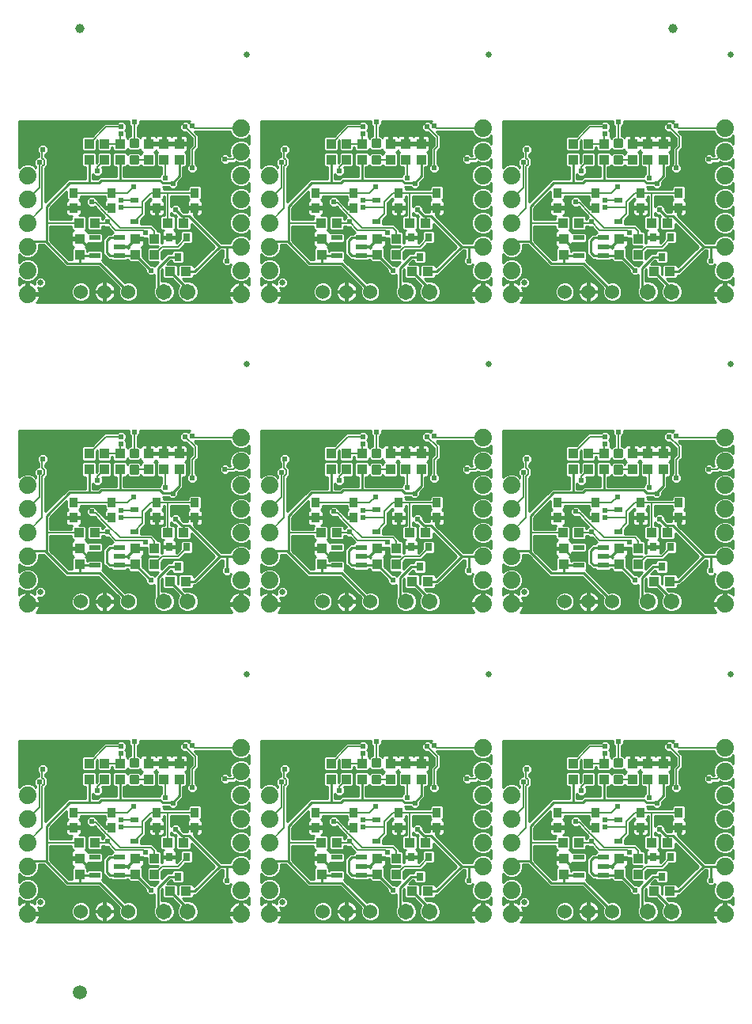
<source format=gtl>
G75*
%MOIN*%
%OFA0B0*%
%FSLAX25Y25*%
%IPPOS*%
%LPD*%
%AMOC8*
5,1,8,0,0,1.08239X$1,22.5*
%
%ADD10C,0.07400*%
%ADD11C,0.06750*%
%ADD12R,0.04331X0.03937*%
%ADD13R,0.03937X0.04331*%
%ADD14C,0.01181*%
%ADD15R,0.03150X0.03543*%
%ADD16R,0.03543X0.03937*%
%ADD17C,0.06000*%
%ADD18R,0.03268X0.02480*%
%ADD19C,0.02500*%
%ADD20R,0.04724X0.02165*%
%ADD21C,0.03937*%
%ADD22C,0.05906*%
%ADD23C,0.01000*%
%ADD24C,0.02400*%
%ADD25C,0.00600*%
D10*
X0033750Y0053750D03*
X0033750Y0063750D03*
X0033750Y0073750D03*
X0033750Y0083750D03*
X0033750Y0093750D03*
X0033750Y0103750D03*
X0033750Y0184250D03*
X0033750Y0194250D03*
X0033750Y0204250D03*
X0033750Y0214250D03*
X0033750Y0224250D03*
X0033750Y0234250D03*
X0033750Y0314750D03*
X0033750Y0324750D03*
X0033750Y0334750D03*
X0033750Y0344750D03*
X0033750Y0354750D03*
X0033750Y0364750D03*
X0123750Y0364750D03*
X0123750Y0354750D03*
X0123750Y0344750D03*
X0123750Y0334750D03*
X0123750Y0324750D03*
X0123750Y0314750D03*
X0135750Y0314750D03*
X0135750Y0324750D03*
X0135750Y0334750D03*
X0135750Y0344750D03*
X0135750Y0354750D03*
X0135750Y0364750D03*
X0123750Y0374750D03*
X0123750Y0384750D03*
X0225750Y0384750D03*
X0225750Y0374750D03*
X0225750Y0364750D03*
X0225750Y0354750D03*
X0225750Y0344750D03*
X0225750Y0334750D03*
X0225750Y0324750D03*
X0225750Y0314750D03*
X0237750Y0314750D03*
X0237750Y0324750D03*
X0237750Y0334750D03*
X0237750Y0344750D03*
X0237750Y0354750D03*
X0237750Y0364750D03*
X0327750Y0364750D03*
X0327750Y0354750D03*
X0327750Y0344750D03*
X0327750Y0334750D03*
X0327750Y0324750D03*
X0327750Y0314750D03*
X0327750Y0374750D03*
X0327750Y0384750D03*
X0327750Y0254250D03*
X0327750Y0244250D03*
X0327750Y0234250D03*
X0327750Y0224250D03*
X0327750Y0214250D03*
X0327750Y0204250D03*
X0327750Y0194250D03*
X0327750Y0184250D03*
X0327750Y0123750D03*
X0327750Y0113750D03*
X0327750Y0103750D03*
X0327750Y0093750D03*
X0327750Y0083750D03*
X0327750Y0073750D03*
X0327750Y0063750D03*
X0327750Y0053750D03*
X0237750Y0053750D03*
X0237750Y0063750D03*
X0237750Y0073750D03*
X0237750Y0083750D03*
X0237750Y0093750D03*
X0237750Y0103750D03*
X0225750Y0103750D03*
X0225750Y0093750D03*
X0225750Y0083750D03*
X0225750Y0073750D03*
X0225750Y0063750D03*
X0225750Y0053750D03*
X0225750Y0113750D03*
X0225750Y0123750D03*
X0225750Y0184250D03*
X0225750Y0194250D03*
X0225750Y0204250D03*
X0225750Y0214250D03*
X0225750Y0224250D03*
X0225750Y0234250D03*
X0225750Y0244250D03*
X0225750Y0254250D03*
X0237750Y0234250D03*
X0237750Y0224250D03*
X0237750Y0214250D03*
X0237750Y0204250D03*
X0237750Y0194250D03*
X0237750Y0184250D03*
X0135750Y0184250D03*
X0135750Y0194250D03*
X0135750Y0204250D03*
X0135750Y0214250D03*
X0135750Y0224250D03*
X0135750Y0234250D03*
X0123750Y0234250D03*
X0123750Y0224250D03*
X0123750Y0214250D03*
X0123750Y0204250D03*
X0123750Y0194250D03*
X0123750Y0184250D03*
X0123750Y0123750D03*
X0123750Y0113750D03*
X0123750Y0103750D03*
X0123750Y0093750D03*
X0123750Y0083750D03*
X0123750Y0073750D03*
X0123750Y0063750D03*
X0123750Y0053750D03*
X0135750Y0053750D03*
X0135750Y0063750D03*
X0135750Y0073750D03*
X0135750Y0083750D03*
X0135750Y0093750D03*
X0135750Y0103750D03*
X0123750Y0244250D03*
X0123750Y0254250D03*
D11*
X0101250Y0315750D03*
X0091250Y0315750D03*
X0193250Y0315750D03*
X0203250Y0315750D03*
X0295250Y0315750D03*
X0305250Y0315750D03*
X0305250Y0185250D03*
X0295250Y0185250D03*
X0203250Y0185250D03*
X0193250Y0185250D03*
X0101250Y0185250D03*
X0091250Y0185250D03*
X0091250Y0054750D03*
X0101250Y0054750D03*
X0193250Y0054750D03*
X0203250Y0054750D03*
X0295250Y0054750D03*
X0305250Y0054750D03*
D12*
X0304596Y0063250D03*
X0297904Y0063250D03*
X0296904Y0083750D03*
X0303596Y0083750D03*
X0266096Y0083750D03*
X0259404Y0083750D03*
X0201596Y0083750D03*
X0194904Y0083750D03*
X0195904Y0063250D03*
X0202596Y0063250D03*
X0164096Y0083750D03*
X0157404Y0083750D03*
X0100596Y0063250D03*
X0093904Y0063250D03*
X0092904Y0083750D03*
X0099596Y0083750D03*
X0062096Y0083750D03*
X0055404Y0083750D03*
X0093904Y0193750D03*
X0100596Y0193750D03*
X0099596Y0214250D03*
X0092904Y0214250D03*
X0062096Y0214250D03*
X0055404Y0214250D03*
X0093904Y0324250D03*
X0100596Y0324250D03*
X0099596Y0344750D03*
X0092904Y0344750D03*
X0062096Y0344750D03*
X0055404Y0344750D03*
X0157404Y0344750D03*
X0164096Y0344750D03*
X0194904Y0344750D03*
X0201596Y0344750D03*
X0202596Y0324250D03*
X0195904Y0324250D03*
X0259404Y0344750D03*
X0266096Y0344750D03*
X0296904Y0344750D03*
X0303596Y0344750D03*
X0304596Y0324250D03*
X0297904Y0324250D03*
X0296904Y0214250D03*
X0303596Y0214250D03*
X0304596Y0193750D03*
X0297904Y0193750D03*
X0266096Y0214250D03*
X0259404Y0214250D03*
X0201596Y0214250D03*
X0194904Y0214250D03*
X0195904Y0193750D03*
X0202596Y0193750D03*
X0164096Y0214250D03*
X0157404Y0214250D03*
D13*
X0157750Y0207596D03*
X0157750Y0200904D03*
X0181250Y0200904D03*
X0181250Y0207596D03*
X0189250Y0207596D03*
X0189250Y0200904D03*
X0186750Y0240904D03*
X0186750Y0247596D03*
X0193250Y0247596D03*
X0199750Y0247596D03*
X0199750Y0240904D03*
X0193250Y0240904D03*
X0174750Y0240904D03*
X0174750Y0247596D03*
X0168250Y0247596D03*
X0161750Y0247596D03*
X0161750Y0240904D03*
X0168250Y0240904D03*
X0097750Y0240904D03*
X0097750Y0247596D03*
X0091250Y0247596D03*
X0084750Y0247596D03*
X0084750Y0240904D03*
X0091250Y0240904D03*
X0072750Y0240904D03*
X0066250Y0240904D03*
X0066250Y0247596D03*
X0072750Y0247596D03*
X0059750Y0247596D03*
X0059750Y0240904D03*
X0055750Y0207596D03*
X0055750Y0200904D03*
X0079250Y0200904D03*
X0079250Y0207596D03*
X0087250Y0207596D03*
X0087250Y0200904D03*
X0084750Y0117096D03*
X0091250Y0117096D03*
X0097750Y0117096D03*
X0097750Y0110404D03*
X0091250Y0110404D03*
X0084750Y0110404D03*
X0072750Y0110404D03*
X0066250Y0110404D03*
X0059750Y0110404D03*
X0059750Y0117096D03*
X0066250Y0117096D03*
X0072750Y0117096D03*
X0079250Y0077096D03*
X0079250Y0070404D03*
X0087250Y0070404D03*
X0087250Y0077096D03*
X0055750Y0077096D03*
X0055750Y0070404D03*
X0157750Y0070404D03*
X0157750Y0077096D03*
X0181250Y0077096D03*
X0181250Y0070404D03*
X0189250Y0070404D03*
X0189250Y0077096D03*
X0186750Y0110404D03*
X0193250Y0110404D03*
X0199750Y0110404D03*
X0199750Y0117096D03*
X0193250Y0117096D03*
X0186750Y0117096D03*
X0174750Y0117096D03*
X0168250Y0117096D03*
X0161750Y0117096D03*
X0161750Y0110404D03*
X0168250Y0110404D03*
X0174750Y0110404D03*
X0259750Y0077096D03*
X0259750Y0070404D03*
X0283250Y0070404D03*
X0283250Y0077096D03*
X0291250Y0077096D03*
X0291250Y0070404D03*
X0288750Y0110404D03*
X0295250Y0110404D03*
X0301750Y0110404D03*
X0301750Y0117096D03*
X0295250Y0117096D03*
X0288750Y0117096D03*
X0276750Y0117096D03*
X0270250Y0117096D03*
X0263750Y0117096D03*
X0263750Y0110404D03*
X0270250Y0110404D03*
X0276750Y0110404D03*
X0283250Y0200904D03*
X0283250Y0207596D03*
X0291250Y0207596D03*
X0291250Y0200904D03*
X0259750Y0200904D03*
X0259750Y0207596D03*
X0263750Y0240904D03*
X0263750Y0247596D03*
X0270250Y0247596D03*
X0276750Y0247596D03*
X0276750Y0240904D03*
X0270250Y0240904D03*
X0288750Y0240904D03*
X0295250Y0240904D03*
X0295250Y0247596D03*
X0288750Y0247596D03*
X0301750Y0247596D03*
X0301750Y0240904D03*
X0291250Y0331404D03*
X0291250Y0338096D03*
X0283250Y0338096D03*
X0283250Y0331404D03*
X0259750Y0331404D03*
X0259750Y0338096D03*
X0263750Y0371404D03*
X0263750Y0378096D03*
X0270250Y0378096D03*
X0276750Y0378096D03*
X0276750Y0371404D03*
X0270250Y0371404D03*
X0288750Y0371404D03*
X0295250Y0371404D03*
X0295250Y0378096D03*
X0288750Y0378096D03*
X0301750Y0378096D03*
X0301750Y0371404D03*
X0199750Y0371404D03*
X0193250Y0371404D03*
X0193250Y0378096D03*
X0199750Y0378096D03*
X0186750Y0378096D03*
X0186750Y0371404D03*
X0174750Y0371404D03*
X0174750Y0378096D03*
X0168250Y0378096D03*
X0161750Y0378096D03*
X0161750Y0371404D03*
X0168250Y0371404D03*
X0157750Y0338096D03*
X0157750Y0331404D03*
X0181250Y0331404D03*
X0181250Y0338096D03*
X0189250Y0338096D03*
X0189250Y0331404D03*
X0097750Y0371404D03*
X0097750Y0378096D03*
X0091250Y0378096D03*
X0084750Y0378096D03*
X0084750Y0371404D03*
X0091250Y0371404D03*
X0072750Y0371404D03*
X0066250Y0371404D03*
X0066250Y0378096D03*
X0072750Y0378096D03*
X0059750Y0378096D03*
X0059750Y0371404D03*
X0055750Y0338096D03*
X0055750Y0331404D03*
X0079250Y0331404D03*
X0079250Y0338096D03*
X0087250Y0338096D03*
X0087250Y0331404D03*
D14*
X0080128Y0372675D02*
X0077372Y0372675D01*
X0080128Y0372675D02*
X0080128Y0369919D01*
X0077372Y0369919D01*
X0077372Y0372675D01*
X0077372Y0371041D02*
X0080128Y0371041D01*
X0080128Y0372163D02*
X0077372Y0372163D01*
X0077372Y0379581D02*
X0080128Y0379581D01*
X0080128Y0376825D01*
X0077372Y0376825D01*
X0077372Y0379581D01*
X0077372Y0377947D02*
X0080128Y0377947D01*
X0080128Y0379069D02*
X0077372Y0379069D01*
X0179372Y0379581D02*
X0182128Y0379581D01*
X0182128Y0376825D01*
X0179372Y0376825D01*
X0179372Y0379581D01*
X0179372Y0377947D02*
X0182128Y0377947D01*
X0182128Y0379069D02*
X0179372Y0379069D01*
X0179372Y0372675D02*
X0182128Y0372675D01*
X0182128Y0369919D01*
X0179372Y0369919D01*
X0179372Y0372675D01*
X0179372Y0371041D02*
X0182128Y0371041D01*
X0182128Y0372163D02*
X0179372Y0372163D01*
X0281372Y0372675D02*
X0284128Y0372675D01*
X0284128Y0369919D01*
X0281372Y0369919D01*
X0281372Y0372675D01*
X0281372Y0371041D02*
X0284128Y0371041D01*
X0284128Y0372163D02*
X0281372Y0372163D01*
X0281372Y0379581D02*
X0284128Y0379581D01*
X0284128Y0376825D01*
X0281372Y0376825D01*
X0281372Y0379581D01*
X0281372Y0377947D02*
X0284128Y0377947D01*
X0284128Y0379069D02*
X0281372Y0379069D01*
X0281372Y0249081D02*
X0284128Y0249081D01*
X0284128Y0246325D01*
X0281372Y0246325D01*
X0281372Y0249081D01*
X0281372Y0247447D02*
X0284128Y0247447D01*
X0284128Y0248569D02*
X0281372Y0248569D01*
X0281372Y0242175D02*
X0284128Y0242175D01*
X0284128Y0239419D01*
X0281372Y0239419D01*
X0281372Y0242175D01*
X0281372Y0240541D02*
X0284128Y0240541D01*
X0284128Y0241663D02*
X0281372Y0241663D01*
X0182128Y0242175D02*
X0179372Y0242175D01*
X0182128Y0242175D02*
X0182128Y0239419D01*
X0179372Y0239419D01*
X0179372Y0242175D01*
X0179372Y0240541D02*
X0182128Y0240541D01*
X0182128Y0241663D02*
X0179372Y0241663D01*
X0179372Y0249081D02*
X0182128Y0249081D01*
X0182128Y0246325D01*
X0179372Y0246325D01*
X0179372Y0249081D01*
X0179372Y0247447D02*
X0182128Y0247447D01*
X0182128Y0248569D02*
X0179372Y0248569D01*
X0080128Y0249081D02*
X0077372Y0249081D01*
X0080128Y0249081D02*
X0080128Y0246325D01*
X0077372Y0246325D01*
X0077372Y0249081D01*
X0077372Y0247447D02*
X0080128Y0247447D01*
X0080128Y0248569D02*
X0077372Y0248569D01*
X0077372Y0242175D02*
X0080128Y0242175D01*
X0080128Y0239419D01*
X0077372Y0239419D01*
X0077372Y0242175D01*
X0077372Y0240541D02*
X0080128Y0240541D01*
X0080128Y0241663D02*
X0077372Y0241663D01*
X0077372Y0118581D02*
X0080128Y0118581D01*
X0080128Y0115825D01*
X0077372Y0115825D01*
X0077372Y0118581D01*
X0077372Y0116947D02*
X0080128Y0116947D01*
X0080128Y0118069D02*
X0077372Y0118069D01*
X0077372Y0111675D02*
X0080128Y0111675D01*
X0080128Y0108919D01*
X0077372Y0108919D01*
X0077372Y0111675D01*
X0077372Y0110041D02*
X0080128Y0110041D01*
X0080128Y0111163D02*
X0077372Y0111163D01*
X0179372Y0111675D02*
X0182128Y0111675D01*
X0182128Y0108919D01*
X0179372Y0108919D01*
X0179372Y0111675D01*
X0179372Y0110041D02*
X0182128Y0110041D01*
X0182128Y0111163D02*
X0179372Y0111163D01*
X0179372Y0118581D02*
X0182128Y0118581D01*
X0182128Y0115825D01*
X0179372Y0115825D01*
X0179372Y0118581D01*
X0179372Y0116947D02*
X0182128Y0116947D01*
X0182128Y0118069D02*
X0179372Y0118069D01*
X0281372Y0118581D02*
X0284128Y0118581D01*
X0284128Y0115825D01*
X0281372Y0115825D01*
X0281372Y0118581D01*
X0281372Y0116947D02*
X0284128Y0116947D01*
X0284128Y0118069D02*
X0281372Y0118069D01*
X0281372Y0111675D02*
X0284128Y0111675D01*
X0284128Y0108919D01*
X0281372Y0108919D01*
X0281372Y0111675D01*
X0281372Y0110041D02*
X0284128Y0110041D01*
X0284128Y0111163D02*
X0281372Y0111163D01*
D15*
X0297510Y0077687D03*
X0304990Y0077687D03*
X0301250Y0069419D03*
X0202990Y0077687D03*
X0199250Y0069419D03*
X0195510Y0077687D03*
X0100990Y0077687D03*
X0097250Y0069419D03*
X0093510Y0077687D03*
X0097250Y0199919D03*
X0093510Y0208187D03*
X0100990Y0208187D03*
X0195510Y0208187D03*
X0199250Y0199919D03*
X0202990Y0208187D03*
X0297510Y0208187D03*
X0304990Y0208187D03*
X0301250Y0199919D03*
X0301250Y0330419D03*
X0297510Y0338687D03*
X0304990Y0338687D03*
X0202990Y0338687D03*
X0195510Y0338687D03*
X0199250Y0330419D03*
X0100990Y0338687D03*
X0093510Y0338687D03*
X0097250Y0330419D03*
D16*
X0104321Y0351100D03*
X0104321Y0357400D03*
X0088179Y0357400D03*
X0088179Y0351100D03*
X0069321Y0351100D03*
X0069321Y0357400D03*
X0053179Y0357400D03*
X0053179Y0351100D03*
X0155179Y0351100D03*
X0155179Y0357400D03*
X0171321Y0357400D03*
X0171321Y0351100D03*
X0190179Y0351100D03*
X0190179Y0357400D03*
X0206321Y0357400D03*
X0206321Y0351100D03*
X0257179Y0351100D03*
X0257179Y0357400D03*
X0273321Y0357400D03*
X0273321Y0351100D03*
X0292179Y0351100D03*
X0292179Y0357400D03*
X0308321Y0357400D03*
X0308321Y0351100D03*
X0308321Y0226900D03*
X0308321Y0220600D03*
X0292179Y0220600D03*
X0292179Y0226900D03*
X0273321Y0226900D03*
X0273321Y0220600D03*
X0257179Y0220600D03*
X0257179Y0226900D03*
X0206321Y0226900D03*
X0206321Y0220600D03*
X0190179Y0220600D03*
X0190179Y0226900D03*
X0171321Y0226900D03*
X0171321Y0220600D03*
X0155179Y0220600D03*
X0155179Y0226900D03*
X0104321Y0226900D03*
X0104321Y0220600D03*
X0088179Y0220600D03*
X0088179Y0226900D03*
X0069321Y0226900D03*
X0069321Y0220600D03*
X0053179Y0220600D03*
X0053179Y0226900D03*
X0053179Y0096400D03*
X0053179Y0090100D03*
X0069321Y0090100D03*
X0069321Y0096400D03*
X0088179Y0096400D03*
X0088179Y0090100D03*
X0104321Y0090100D03*
X0104321Y0096400D03*
X0155179Y0096400D03*
X0155179Y0090100D03*
X0171321Y0090100D03*
X0171321Y0096400D03*
X0190179Y0096400D03*
X0190179Y0090100D03*
X0206321Y0090100D03*
X0206321Y0096400D03*
X0257179Y0096400D03*
X0257179Y0090100D03*
X0273321Y0090100D03*
X0273321Y0096400D03*
X0292179Y0096400D03*
X0292179Y0090100D03*
X0308321Y0090100D03*
X0308321Y0096400D03*
D17*
X0280250Y0054750D03*
X0270250Y0054750D03*
X0260250Y0054750D03*
X0178250Y0054750D03*
X0168250Y0054750D03*
X0158250Y0054750D03*
X0076250Y0054750D03*
X0066250Y0054750D03*
X0056250Y0054750D03*
X0056250Y0185250D03*
X0066250Y0185250D03*
X0076250Y0185250D03*
X0158250Y0185250D03*
X0168250Y0185250D03*
X0178250Y0185250D03*
X0260250Y0185250D03*
X0270250Y0185250D03*
X0280250Y0185250D03*
X0280250Y0315750D03*
X0270250Y0315750D03*
X0260250Y0315750D03*
X0178250Y0315750D03*
X0168250Y0315750D03*
X0158250Y0315750D03*
X0076250Y0315750D03*
X0066250Y0315750D03*
X0056250Y0315750D03*
D18*
X0078750Y0345222D03*
X0078750Y0354278D03*
X0180750Y0354278D03*
X0180750Y0345222D03*
X0282750Y0345222D03*
X0282750Y0354278D03*
X0282750Y0223778D03*
X0282750Y0214722D03*
X0180750Y0214722D03*
X0180750Y0223778D03*
X0078750Y0223778D03*
X0078750Y0214722D03*
X0078750Y0093278D03*
X0078750Y0084222D03*
X0180750Y0084222D03*
X0180750Y0093278D03*
X0282750Y0093278D03*
X0282750Y0084222D03*
D19*
X0243250Y0058750D03*
X0228250Y0154750D03*
X0243250Y0189250D03*
X0330250Y0154750D03*
X0330250Y0285250D03*
X0243250Y0319750D03*
X0228250Y0285250D03*
X0141250Y0319750D03*
X0126250Y0285250D03*
X0039250Y0319750D03*
X0126250Y0415750D03*
X0228250Y0415750D03*
X0330250Y0415750D03*
X0141250Y0189250D03*
X0126250Y0154750D03*
X0039250Y0189250D03*
X0039250Y0058750D03*
X0141250Y0058750D03*
D20*
X0164131Y0070010D03*
X0164131Y0077490D03*
X0174369Y0077490D03*
X0174369Y0073750D03*
X0174369Y0070010D03*
X0266131Y0070010D03*
X0266131Y0077490D03*
X0276369Y0077490D03*
X0276369Y0073750D03*
X0276369Y0070010D03*
X0276369Y0200510D03*
X0276369Y0204250D03*
X0276369Y0207990D03*
X0266131Y0207990D03*
X0266131Y0200510D03*
X0174369Y0200510D03*
X0174369Y0204250D03*
X0174369Y0207990D03*
X0164131Y0207990D03*
X0164131Y0200510D03*
X0072369Y0200510D03*
X0072369Y0204250D03*
X0072369Y0207990D03*
X0062131Y0207990D03*
X0062131Y0200510D03*
X0062131Y0077490D03*
X0062131Y0070010D03*
X0072369Y0070010D03*
X0072369Y0073750D03*
X0072369Y0077490D03*
X0072369Y0331010D03*
X0072369Y0334750D03*
X0072369Y0338490D03*
X0062131Y0338490D03*
X0062131Y0331010D03*
X0164131Y0331010D03*
X0164131Y0338490D03*
X0174369Y0338490D03*
X0174369Y0334750D03*
X0174369Y0331010D03*
X0266131Y0331010D03*
X0266131Y0338490D03*
X0276369Y0338490D03*
X0276369Y0334750D03*
X0276369Y0331010D03*
D21*
X0305750Y0426500D03*
X0055750Y0426500D03*
D22*
X0055750Y0020500D03*
D23*
X0037604Y0050250D02*
X0037716Y0050362D01*
X0038197Y0051025D01*
X0038569Y0051754D01*
X0038822Y0052532D01*
X0038936Y0053250D01*
X0034250Y0053250D01*
X0034250Y0054250D01*
X0033250Y0054250D01*
X0033250Y0058936D01*
X0032532Y0058822D01*
X0031754Y0058569D01*
X0031025Y0058197D01*
X0030362Y0057716D01*
X0030250Y0057604D01*
X0030250Y0060462D01*
X0031031Y0059681D01*
X0032795Y0058950D01*
X0034705Y0058950D01*
X0036469Y0059681D01*
X0037819Y0061031D01*
X0038550Y0062795D01*
X0038550Y0064705D01*
X0037819Y0066469D01*
X0036469Y0067819D01*
X0034705Y0068550D01*
X0032795Y0068550D01*
X0031031Y0067819D01*
X0030250Y0067038D01*
X0030250Y0070462D01*
X0031031Y0069681D01*
X0032795Y0068950D01*
X0034705Y0068950D01*
X0036469Y0069681D01*
X0037819Y0071031D01*
X0038550Y0072795D01*
X0038550Y0074450D01*
X0040626Y0074450D01*
X0041087Y0073989D01*
X0049926Y0065150D01*
X0063587Y0065150D01*
X0072449Y0056288D01*
X0072150Y0055566D01*
X0072150Y0053934D01*
X0072774Y0052428D01*
X0073928Y0051274D01*
X0075434Y0050650D01*
X0077066Y0050650D01*
X0078572Y0051274D01*
X0079726Y0052428D01*
X0080350Y0053934D01*
X0080350Y0055566D01*
X0079726Y0057072D01*
X0078572Y0058226D01*
X0077066Y0058850D01*
X0075434Y0058850D01*
X0074712Y0058551D01*
X0065192Y0068070D01*
X0065594Y0068472D01*
X0065594Y0071548D01*
X0064949Y0072193D01*
X0059314Y0072193D01*
X0058818Y0071697D01*
X0058818Y0073025D01*
X0058305Y0073538D01*
X0058640Y0073731D01*
X0058919Y0074010D01*
X0059116Y0074352D01*
X0059218Y0074734D01*
X0059218Y0075403D01*
X0059314Y0075307D01*
X0064949Y0075307D01*
X0065594Y0075952D01*
X0065594Y0079028D01*
X0064949Y0079673D01*
X0059314Y0079673D01*
X0059193Y0079553D01*
X0059116Y0079841D01*
X0058919Y0080183D01*
X0058640Y0080462D01*
X0058297Y0080660D01*
X0058065Y0080722D01*
X0058669Y0081326D01*
X0058669Y0086174D01*
X0058025Y0086818D01*
X0055676Y0086818D01*
X0055872Y0086932D01*
X0056151Y0087211D01*
X0056349Y0087553D01*
X0056451Y0087934D01*
X0056451Y0089715D01*
X0053565Y0089715D01*
X0053565Y0090486D01*
X0056451Y0090486D01*
X0056451Y0092266D01*
X0056349Y0092648D01*
X0056151Y0092990D01*
X0055872Y0093269D01*
X0055537Y0093462D01*
X0056051Y0093975D01*
X0056051Y0095000D01*
X0066449Y0095000D01*
X0066449Y0093975D01*
X0066962Y0093462D01*
X0066628Y0093269D01*
X0066349Y0092990D01*
X0066151Y0092648D01*
X0066049Y0092266D01*
X0066049Y0090486D01*
X0068935Y0090486D01*
X0068935Y0089715D01*
X0066765Y0089715D01*
X0063767Y0092713D01*
X0063767Y0092713D01*
X0063232Y0093248D01*
X0063232Y0093586D01*
X0061884Y0094933D01*
X0059979Y0094933D01*
X0058632Y0093586D01*
X0058632Y0091681D01*
X0059979Y0090333D01*
X0061884Y0090333D01*
X0062036Y0090485D01*
X0065249Y0087271D01*
X0065249Y0087179D01*
X0066069Y0086359D01*
X0066069Y0086359D01*
X0066203Y0086225D01*
X0065362Y0085384D01*
X0065362Y0086174D01*
X0064717Y0086818D01*
X0059475Y0086818D01*
X0058831Y0086174D01*
X0058831Y0081326D01*
X0059475Y0080681D01*
X0064717Y0080681D01*
X0065362Y0081326D01*
X0065362Y0082350D01*
X0065927Y0082350D01*
X0066427Y0081850D01*
X0067700Y0081850D01*
X0069580Y0079970D01*
X0069877Y0079673D01*
X0069551Y0079673D01*
X0068968Y0079090D01*
X0067827Y0079090D01*
X0066890Y0078153D01*
X0066587Y0077850D01*
X0065650Y0076913D01*
X0065650Y0070587D01*
X0066587Y0069650D01*
X0067827Y0068410D01*
X0068968Y0068410D01*
X0069551Y0067827D01*
X0075186Y0067827D01*
X0075769Y0068410D01*
X0076181Y0068410D01*
X0076181Y0067783D01*
X0076826Y0067138D01*
X0080099Y0067138D01*
X0083450Y0063787D01*
X0083450Y0062797D01*
X0084797Y0061450D01*
X0086703Y0061450D01*
X0087150Y0061897D01*
X0087150Y0056587D01*
X0087162Y0056575D01*
X0086775Y0055640D01*
X0086775Y0053860D01*
X0087456Y0052215D01*
X0088715Y0050956D01*
X0090360Y0050275D01*
X0092140Y0050275D01*
X0093785Y0050956D01*
X0095044Y0052215D01*
X0095725Y0053860D01*
X0095725Y0055640D01*
X0095044Y0057285D01*
X0093785Y0058544D01*
X0092140Y0059225D01*
X0090360Y0059225D01*
X0090350Y0059221D01*
X0090350Y0064087D01*
X0090638Y0064375D01*
X0090638Y0060826D01*
X0091283Y0060181D01*
X0094709Y0060181D01*
X0097531Y0057360D01*
X0097456Y0057285D01*
X0096775Y0055640D01*
X0096775Y0053860D01*
X0097456Y0052215D01*
X0098715Y0050956D01*
X0100360Y0050275D01*
X0102140Y0050275D01*
X0103785Y0050956D01*
X0105044Y0052215D01*
X0105725Y0053860D01*
X0105725Y0055640D01*
X0105044Y0057285D01*
X0103785Y0058544D01*
X0102140Y0059225D01*
X0100360Y0059225D01*
X0100241Y0059175D01*
X0099235Y0060181D01*
X0103217Y0060181D01*
X0103862Y0060826D01*
X0103862Y0061650D01*
X0104913Y0061650D01*
X0115413Y0072150D01*
X0116150Y0072150D01*
X0116150Y0069403D01*
X0115450Y0068703D01*
X0115450Y0066797D01*
X0116797Y0065450D01*
X0118703Y0065450D01*
X0119652Y0066399D01*
X0118950Y0064705D01*
X0118950Y0062795D01*
X0119681Y0061031D01*
X0121031Y0059681D01*
X0122795Y0058950D01*
X0124705Y0058950D01*
X0126469Y0059681D01*
X0127250Y0060462D01*
X0127250Y0057604D01*
X0127138Y0057716D01*
X0126475Y0058197D01*
X0125746Y0058569D01*
X0124968Y0058822D01*
X0124250Y0058936D01*
X0124250Y0054250D01*
X0123250Y0054250D01*
X0123250Y0058936D01*
X0122532Y0058822D01*
X0121754Y0058569D01*
X0121025Y0058197D01*
X0120362Y0057716D01*
X0119784Y0057138D01*
X0119303Y0056475D01*
X0118931Y0055746D01*
X0118678Y0054968D01*
X0118564Y0054250D01*
X0123250Y0054250D01*
X0123250Y0053250D01*
X0118564Y0053250D01*
X0118678Y0052532D01*
X0118931Y0051754D01*
X0119303Y0051025D01*
X0119784Y0050362D01*
X0119896Y0050250D01*
X0037604Y0050250D01*
X0037974Y0050717D02*
X0055272Y0050717D01*
X0055434Y0050650D02*
X0057066Y0050650D01*
X0058572Y0051274D01*
X0059726Y0052428D01*
X0060350Y0053934D01*
X0060350Y0055566D01*
X0059726Y0057072D01*
X0058572Y0058226D01*
X0057066Y0058850D01*
X0055434Y0058850D01*
X0053928Y0058226D01*
X0052774Y0057072D01*
X0052150Y0055566D01*
X0052150Y0053934D01*
X0052774Y0052428D01*
X0053928Y0051274D01*
X0055434Y0050650D01*
X0057228Y0050717D02*
X0064253Y0050717D01*
X0064523Y0050580D02*
X0065196Y0050361D01*
X0065896Y0050250D01*
X0066000Y0050250D01*
X0066000Y0054500D01*
X0066500Y0054500D01*
X0066500Y0055000D01*
X0070750Y0055000D01*
X0070750Y0055104D01*
X0070639Y0055804D01*
X0070420Y0056477D01*
X0070099Y0057109D01*
X0069682Y0057682D01*
X0069182Y0058182D01*
X0068609Y0058599D01*
X0067977Y0058920D01*
X0067304Y0059139D01*
X0066604Y0059250D01*
X0066500Y0059250D01*
X0066500Y0055000D01*
X0066000Y0055000D01*
X0066000Y0059250D01*
X0065896Y0059250D01*
X0065196Y0059139D01*
X0064523Y0058920D01*
X0063891Y0058599D01*
X0063318Y0058182D01*
X0062818Y0057682D01*
X0062401Y0057109D01*
X0062080Y0056477D01*
X0061861Y0055804D01*
X0061750Y0055104D01*
X0061750Y0055000D01*
X0066000Y0055000D01*
X0066000Y0054500D01*
X0061750Y0054500D01*
X0061750Y0054396D01*
X0061861Y0053696D01*
X0062080Y0053023D01*
X0062401Y0052391D01*
X0062818Y0051818D01*
X0063318Y0051318D01*
X0063891Y0050901D01*
X0064523Y0050580D01*
X0066000Y0050717D02*
X0066500Y0050717D01*
X0066500Y0050250D02*
X0066604Y0050250D01*
X0067304Y0050361D01*
X0067977Y0050580D01*
X0068609Y0050901D01*
X0069182Y0051318D01*
X0069682Y0051818D01*
X0070099Y0052391D01*
X0070420Y0053023D01*
X0070639Y0053696D01*
X0070750Y0054396D01*
X0070750Y0054500D01*
X0066500Y0054500D01*
X0066500Y0050250D01*
X0066500Y0051716D02*
X0066000Y0051716D01*
X0066000Y0052714D02*
X0066500Y0052714D01*
X0066500Y0053713D02*
X0066000Y0053713D01*
X0066000Y0054711D02*
X0060350Y0054711D01*
X0060290Y0055710D02*
X0061846Y0055710D01*
X0062197Y0056708D02*
X0059877Y0056708D01*
X0059091Y0057707D02*
X0062843Y0057707D01*
X0064101Y0058705D02*
X0057415Y0058705D01*
X0055085Y0058705D02*
X0041600Y0058705D01*
X0041600Y0057777D02*
X0041600Y0059723D01*
X0040223Y0061100D01*
X0038277Y0061100D01*
X0036900Y0059723D01*
X0036900Y0057889D01*
X0036475Y0058197D01*
X0035746Y0058569D01*
X0034968Y0058822D01*
X0034250Y0058936D01*
X0034250Y0054250D01*
X0038936Y0054250D01*
X0038822Y0054968D01*
X0038569Y0055746D01*
X0038197Y0056475D01*
X0038187Y0056489D01*
X0038277Y0056400D01*
X0040223Y0056400D01*
X0041600Y0057777D01*
X0041530Y0057707D02*
X0053409Y0057707D01*
X0052623Y0056708D02*
X0040532Y0056708D01*
X0038581Y0055710D02*
X0052210Y0055710D01*
X0052150Y0054711D02*
X0038863Y0054711D01*
X0038851Y0052714D02*
X0052655Y0052714D01*
X0052242Y0053713D02*
X0034250Y0053713D01*
X0034250Y0054711D02*
X0033250Y0054711D01*
X0033250Y0055710D02*
X0034250Y0055710D01*
X0034250Y0056708D02*
X0033250Y0056708D01*
X0033250Y0057707D02*
X0034250Y0057707D01*
X0034250Y0058705D02*
X0033250Y0058705D01*
X0032173Y0058705D02*
X0030250Y0058705D01*
X0030250Y0057707D02*
X0030353Y0057707D01*
X0030250Y0059704D02*
X0031008Y0059704D01*
X0035327Y0058705D02*
X0036900Y0058705D01*
X0036900Y0059704D02*
X0036492Y0059704D01*
X0037491Y0060702D02*
X0037879Y0060702D01*
X0038097Y0061701D02*
X0067036Y0061701D01*
X0066038Y0062699D02*
X0038510Y0062699D01*
X0038550Y0063698D02*
X0065039Y0063698D01*
X0064041Y0064696D02*
X0038550Y0064696D01*
X0038140Y0065695D02*
X0049381Y0065695D01*
X0048382Y0066693D02*
X0037595Y0066693D01*
X0036596Y0067692D02*
X0047384Y0067692D01*
X0046385Y0068690D02*
X0030250Y0068690D01*
X0030250Y0067692D02*
X0030904Y0067692D01*
X0031023Y0069689D02*
X0030250Y0069689D01*
X0033750Y0073750D02*
X0036050Y0076050D01*
X0041289Y0076050D01*
X0041750Y0075589D01*
X0050589Y0066750D01*
X0055750Y0066750D01*
X0055750Y0070404D01*
X0056144Y0070010D01*
X0062131Y0070010D01*
X0065594Y0069689D02*
X0066548Y0069689D01*
X0065650Y0070687D02*
X0065594Y0070687D01*
X0065650Y0071686D02*
X0065456Y0071686D01*
X0065650Y0072684D02*
X0058818Y0072684D01*
X0059696Y0073150D02*
X0055750Y0077096D01*
X0055266Y0076679D02*
X0043350Y0076679D01*
X0043350Y0076251D02*
X0043350Y0082350D01*
X0052138Y0082350D01*
X0052138Y0081326D01*
X0052783Y0080681D01*
X0053284Y0080681D01*
X0053203Y0080660D01*
X0052860Y0080462D01*
X0052581Y0080183D01*
X0052384Y0079841D01*
X0052281Y0079459D01*
X0052281Y0077581D01*
X0055266Y0077581D01*
X0055266Y0076612D01*
X0052281Y0076612D01*
X0052281Y0074734D01*
X0052384Y0074352D01*
X0052581Y0074010D01*
X0052860Y0073731D01*
X0053195Y0073538D01*
X0052681Y0073025D01*
X0052681Y0068350D01*
X0051251Y0068350D01*
X0043350Y0076251D01*
X0043921Y0075680D02*
X0052281Y0075680D01*
X0052295Y0074682D02*
X0044920Y0074682D01*
X0045918Y0073683D02*
X0052943Y0073683D01*
X0052681Y0072684D02*
X0046917Y0072684D01*
X0047915Y0071686D02*
X0052681Y0071686D01*
X0052681Y0070687D02*
X0048914Y0070687D01*
X0049912Y0069689D02*
X0052681Y0069689D01*
X0052681Y0068690D02*
X0050911Y0068690D01*
X0055750Y0066750D02*
X0064250Y0066750D01*
X0076250Y0054750D01*
X0080350Y0054711D02*
X0086775Y0054711D01*
X0086804Y0055710D02*
X0080290Y0055710D01*
X0079877Y0056708D02*
X0087150Y0056708D01*
X0087150Y0057707D02*
X0079091Y0057707D01*
X0077415Y0058705D02*
X0087150Y0058705D01*
X0087150Y0059704D02*
X0073559Y0059704D01*
X0072560Y0060702D02*
X0087150Y0060702D01*
X0087150Y0061701D02*
X0086954Y0061701D01*
X0085750Y0063750D02*
X0079250Y0070250D01*
X0079250Y0070404D01*
X0078856Y0070010D01*
X0072369Y0070010D01*
X0068490Y0070010D01*
X0067250Y0071250D01*
X0067250Y0076250D01*
X0068490Y0077490D01*
X0072369Y0077490D01*
X0069876Y0079674D02*
X0059161Y0079674D01*
X0058249Y0080673D02*
X0068878Y0080673D01*
X0067879Y0081671D02*
X0065362Y0081671D01*
X0065594Y0078676D02*
X0067413Y0078676D01*
X0066414Y0077677D02*
X0065594Y0077677D01*
X0065594Y0076679D02*
X0065650Y0076679D01*
X0065650Y0075680D02*
X0065322Y0075680D01*
X0065650Y0074682D02*
X0059205Y0074682D01*
X0058557Y0073683D02*
X0065650Y0073683D01*
X0065594Y0068690D02*
X0067547Y0068690D01*
X0065571Y0067692D02*
X0076272Y0067692D01*
X0080544Y0066693D02*
X0066569Y0066693D01*
X0067568Y0065695D02*
X0081542Y0065695D01*
X0082541Y0064696D02*
X0068566Y0064696D01*
X0069565Y0063698D02*
X0083450Y0063698D01*
X0083548Y0062699D02*
X0070563Y0062699D01*
X0071562Y0061701D02*
X0084546Y0061701D01*
X0085713Y0066050D02*
X0082318Y0069444D01*
X0082318Y0073025D01*
X0081805Y0073538D01*
X0082140Y0073731D01*
X0082419Y0074010D01*
X0082616Y0074352D01*
X0082718Y0074734D01*
X0082718Y0076612D01*
X0079734Y0076612D01*
X0079734Y0077581D01*
X0082197Y0077581D01*
X0082427Y0077350D01*
X0084181Y0077350D01*
X0084181Y0074475D01*
X0084826Y0073831D01*
X0088698Y0073831D01*
X0088535Y0073669D01*
X0084826Y0073669D01*
X0084181Y0073025D01*
X0084181Y0067783D01*
X0084826Y0067138D01*
X0088875Y0067138D01*
X0087245Y0065508D01*
X0086703Y0066050D01*
X0085713Y0066050D01*
X0085069Y0066693D02*
X0088431Y0066693D01*
X0087432Y0065695D02*
X0087058Y0065695D01*
X0088750Y0064750D02*
X0093419Y0069419D01*
X0097250Y0069419D01*
X0099925Y0069689D02*
X0108426Y0069689D01*
X0107428Y0068690D02*
X0099925Y0068690D01*
X0099925Y0067692D02*
X0106429Y0067692D01*
X0105431Y0066693D02*
X0099426Y0066693D01*
X0099280Y0066548D02*
X0099925Y0067192D01*
X0099925Y0071647D01*
X0099280Y0072291D01*
X0095220Y0072291D01*
X0094575Y0071647D01*
X0094575Y0071019D01*
X0092757Y0071019D01*
X0090318Y0068581D01*
X0090318Y0071492D01*
X0091176Y0072350D01*
X0097830Y0072350D01*
X0100295Y0074815D01*
X0103021Y0074815D01*
X0103665Y0075460D01*
X0103665Y0079914D01*
X0103021Y0080559D01*
X0098960Y0080559D01*
X0098315Y0079914D01*
X0098315Y0076795D01*
X0096670Y0075150D01*
X0096375Y0075150D01*
X0096482Y0075336D01*
X0096585Y0075718D01*
X0096585Y0077400D01*
X0093797Y0077400D01*
X0093797Y0077974D01*
X0096585Y0077974D01*
X0096585Y0079656D01*
X0096482Y0080038D01*
X0096285Y0080380D01*
X0096006Y0080659D01*
X0095686Y0080843D01*
X0096169Y0081326D01*
X0096169Y0086174D01*
X0095525Y0086818D01*
X0094304Y0086818D01*
X0094304Y0087944D01*
X0095197Y0087050D01*
X0096187Y0087050D01*
X0096697Y0086540D01*
X0096331Y0086174D01*
X0096331Y0081326D01*
X0096975Y0080681D01*
X0102217Y0080681D01*
X0102862Y0081326D01*
X0102862Y0083375D01*
X0112487Y0073750D01*
X0103862Y0065125D01*
X0103862Y0065674D01*
X0103217Y0066318D01*
X0097975Y0066318D01*
X0097331Y0065674D01*
X0097331Y0062085D01*
X0097169Y0062247D01*
X0097169Y0065674D01*
X0096525Y0066318D01*
X0092581Y0066318D01*
X0094082Y0067819D01*
X0094575Y0067819D01*
X0094575Y0067192D01*
X0095220Y0066548D01*
X0099280Y0066548D01*
X0097352Y0065695D02*
X0097148Y0065695D01*
X0097169Y0064696D02*
X0097331Y0064696D01*
X0097331Y0063698D02*
X0097169Y0063698D01*
X0097169Y0062699D02*
X0097331Y0062699D01*
X0100596Y0063250D02*
X0104250Y0063250D01*
X0114750Y0073750D01*
X0101750Y0086750D01*
X0099750Y0086750D01*
X0099596Y0086596D01*
X0099596Y0083750D01*
X0099750Y0086750D02*
X0098750Y0086750D01*
X0096150Y0089350D01*
X0098450Y0089313D02*
X0098450Y0090303D01*
X0097103Y0091650D01*
X0095197Y0091650D01*
X0094304Y0090756D01*
X0094304Y0095000D01*
X0101449Y0095000D01*
X0101449Y0093975D01*
X0101962Y0093462D01*
X0101628Y0093269D01*
X0101349Y0092990D01*
X0101151Y0092648D01*
X0101049Y0092266D01*
X0101049Y0090486D01*
X0103935Y0090486D01*
X0103935Y0089715D01*
X0101049Y0089715D01*
X0101049Y0088350D01*
X0099413Y0088350D01*
X0098450Y0089313D01*
X0098450Y0089659D02*
X0101049Y0089659D01*
X0101049Y0088661D02*
X0099102Y0088661D01*
X0098095Y0090658D02*
X0101049Y0090658D01*
X0101049Y0091656D02*
X0094304Y0091656D01*
X0094304Y0092655D02*
X0101155Y0092655D01*
X0101771Y0093653D02*
X0094304Y0093653D01*
X0094304Y0094652D02*
X0101449Y0094652D01*
X0101449Y0097800D02*
X0091051Y0097800D01*
X0091051Y0098824D01*
X0091025Y0098850D01*
X0093208Y0098850D01*
X0094108Y0097950D01*
X0096014Y0097950D01*
X0097361Y0099297D01*
X0097361Y0100787D01*
X0098413Y0101839D01*
X0099350Y0102776D01*
X0099350Y0107138D01*
X0100174Y0107138D01*
X0100818Y0107783D01*
X0100818Y0113025D01*
X0100305Y0113538D01*
X0100640Y0113731D01*
X0100919Y0114010D01*
X0101116Y0114352D01*
X0101218Y0114734D01*
X0101218Y0116612D01*
X0098234Y0116612D01*
X0098234Y0117581D01*
X0097266Y0117581D01*
X0097266Y0120762D01*
X0095584Y0120762D01*
X0095203Y0120660D01*
X0094860Y0120462D01*
X0094581Y0120183D01*
X0094500Y0120042D01*
X0094419Y0120183D01*
X0094140Y0120462D01*
X0093797Y0120660D01*
X0093416Y0120762D01*
X0091734Y0120762D01*
X0091734Y0117581D01*
X0090766Y0117581D01*
X0090766Y0120762D01*
X0089084Y0120762D01*
X0088703Y0120660D01*
X0088360Y0120462D01*
X0088081Y0120183D01*
X0088000Y0120042D01*
X0087919Y0120183D01*
X0087640Y0120462D01*
X0087297Y0120660D01*
X0086916Y0120762D01*
X0085234Y0120762D01*
X0085234Y0117581D01*
X0084266Y0117581D01*
X0084266Y0120762D01*
X0082584Y0120762D01*
X0082203Y0120660D01*
X0081860Y0120462D01*
X0081581Y0120183D01*
X0081384Y0119841D01*
X0081357Y0119742D01*
X0080828Y0120271D01*
X0080150Y0120271D01*
X0080150Y0124397D01*
X0081050Y0125297D01*
X0081050Y0126750D01*
X0102353Y0126750D01*
X0101667Y0126064D01*
X0101281Y0126450D01*
X0099375Y0126450D01*
X0098028Y0125103D01*
X0098028Y0123197D01*
X0099375Y0121850D01*
X0100648Y0121850D01*
X0103050Y0119448D01*
X0103050Y0116360D01*
X0102670Y0115980D01*
X0101850Y0115160D01*
X0101850Y0108634D01*
X0100950Y0107734D01*
X0100950Y0105829D01*
X0102297Y0104481D01*
X0104203Y0104481D01*
X0105550Y0105829D01*
X0105550Y0107734D01*
X0104650Y0108634D01*
X0104650Y0114000D01*
X0105030Y0114380D01*
X0105850Y0115200D01*
X0105850Y0120608D01*
X0105030Y0121428D01*
X0104283Y0122175D01*
X0104459Y0122350D01*
X0119134Y0122350D01*
X0119681Y0121031D01*
X0121031Y0119681D01*
X0122795Y0118950D01*
X0124705Y0118950D01*
X0126469Y0119681D01*
X0127250Y0120462D01*
X0127250Y0117038D01*
X0126469Y0117819D01*
X0124705Y0118550D01*
X0122795Y0118550D01*
X0121031Y0117819D01*
X0119681Y0116469D01*
X0118950Y0114705D01*
X0118950Y0112795D01*
X0119321Y0111900D01*
X0118853Y0111900D01*
X0117953Y0112800D01*
X0116047Y0112800D01*
X0114700Y0111453D01*
X0114700Y0109547D01*
X0116047Y0108200D01*
X0117953Y0108200D01*
X0118853Y0109100D01*
X0121080Y0109100D01*
X0121476Y0109496D01*
X0122795Y0108950D01*
X0124705Y0108950D01*
X0126469Y0109681D01*
X0127250Y0110462D01*
X0127250Y0107038D01*
X0126469Y0107819D01*
X0124705Y0108550D01*
X0122795Y0108550D01*
X0121031Y0107819D01*
X0119681Y0106469D01*
X0118950Y0104705D01*
X0118950Y0102795D01*
X0119681Y0101031D01*
X0121031Y0099681D01*
X0122795Y0098950D01*
X0124705Y0098950D01*
X0126469Y0099681D01*
X0127250Y0100462D01*
X0127250Y0097038D01*
X0126469Y0097819D01*
X0124705Y0098550D01*
X0122795Y0098550D01*
X0121031Y0097819D01*
X0119681Y0096469D01*
X0118950Y0094705D01*
X0118950Y0092795D01*
X0119681Y0091031D01*
X0121031Y0089681D01*
X0122795Y0088950D01*
X0124705Y0088950D01*
X0126469Y0089681D01*
X0127250Y0090462D01*
X0127250Y0087038D01*
X0126469Y0087819D01*
X0124705Y0088550D01*
X0122795Y0088550D01*
X0121031Y0087819D01*
X0119681Y0086469D01*
X0118950Y0084705D01*
X0118950Y0082795D01*
X0119681Y0081031D01*
X0121031Y0079681D01*
X0122795Y0078950D01*
X0124705Y0078950D01*
X0126469Y0079681D01*
X0127250Y0080462D01*
X0127250Y0077038D01*
X0126469Y0077819D01*
X0124705Y0078550D01*
X0122795Y0078550D01*
X0121031Y0077819D01*
X0119681Y0076469D01*
X0119217Y0075350D01*
X0115413Y0075350D01*
X0103935Y0086828D01*
X0103935Y0089714D01*
X0104707Y0089714D01*
X0104707Y0086632D01*
X0106290Y0086632D01*
X0106671Y0086734D01*
X0107014Y0086932D01*
X0107293Y0087211D01*
X0107490Y0087553D01*
X0107593Y0087934D01*
X0107593Y0089715D01*
X0104707Y0089715D01*
X0104707Y0090486D01*
X0107593Y0090486D01*
X0107593Y0092266D01*
X0107490Y0092648D01*
X0107293Y0092990D01*
X0107014Y0093269D01*
X0106679Y0093462D01*
X0107193Y0093975D01*
X0107193Y0098824D01*
X0106548Y0099468D01*
X0102094Y0099468D01*
X0101449Y0098824D01*
X0101449Y0097800D01*
X0101449Y0098646D02*
X0096709Y0098646D01*
X0097361Y0099644D02*
X0121119Y0099644D01*
X0120069Y0100643D02*
X0097361Y0100643D01*
X0098215Y0101641D02*
X0119428Y0101641D01*
X0119014Y0102640D02*
X0099214Y0102640D01*
X0099350Y0103638D02*
X0118950Y0103638D01*
X0118950Y0104637D02*
X0104358Y0104637D01*
X0105357Y0105635D02*
X0119335Y0105635D01*
X0119846Y0106634D02*
X0105550Y0106634D01*
X0105550Y0107632D02*
X0120844Y0107632D01*
X0118384Y0108631D02*
X0127250Y0108631D01*
X0127250Y0109629D02*
X0126345Y0109629D01*
X0126656Y0107632D02*
X0127250Y0107632D01*
X0132250Y0107632D02*
X0132844Y0107632D01*
X0133031Y0107819D02*
X0132250Y0107038D01*
X0132250Y0126750D01*
X0178450Y0126750D01*
X0178450Y0125297D01*
X0179350Y0124397D01*
X0179350Y0120271D01*
X0178672Y0120271D01*
X0177818Y0119418D01*
X0177818Y0119717D01*
X0177394Y0120142D01*
X0177550Y0120297D01*
X0177550Y0122203D01*
X0177003Y0122750D01*
X0177550Y0123297D01*
X0177550Y0125203D01*
X0176203Y0126550D01*
X0174297Y0126550D01*
X0173397Y0125650D01*
X0168324Y0125650D01*
X0163035Y0120362D01*
X0159326Y0120362D01*
X0158681Y0119717D01*
X0158681Y0114475D01*
X0159326Y0113831D01*
X0164174Y0113831D01*
X0164818Y0114475D01*
X0164818Y0118185D01*
X0165181Y0118548D01*
X0165181Y0114475D01*
X0165826Y0113831D01*
X0170674Y0113831D01*
X0171318Y0114475D01*
X0171318Y0115696D01*
X0171681Y0115696D01*
X0171681Y0114475D01*
X0172326Y0113831D01*
X0177174Y0113831D01*
X0177818Y0114475D01*
X0177818Y0114988D01*
X0178672Y0114134D01*
X0182828Y0114134D01*
X0183312Y0114618D01*
X0183384Y0114352D01*
X0183581Y0114010D01*
X0183860Y0113731D01*
X0184195Y0113538D01*
X0183681Y0113025D01*
X0183681Y0112512D01*
X0182828Y0113366D01*
X0178672Y0113366D01*
X0177818Y0112512D01*
X0177818Y0113025D01*
X0177174Y0113669D01*
X0172326Y0113669D01*
X0171681Y0113025D01*
X0171681Y0107783D01*
X0172326Y0107138D01*
X0173150Y0107138D01*
X0173150Y0103207D01*
X0166087Y0103207D01*
X0165150Y0102270D01*
X0165087Y0102207D01*
X0163350Y0102207D01*
X0163350Y0104371D01*
X0164297Y0103424D01*
X0166203Y0103424D01*
X0167550Y0104771D01*
X0167550Y0106677D01*
X0167089Y0107138D01*
X0170674Y0107138D01*
X0171318Y0107783D01*
X0171318Y0113025D01*
X0170674Y0113669D01*
X0165826Y0113669D01*
X0165181Y0113025D01*
X0165181Y0109315D01*
X0164818Y0108952D01*
X0164818Y0113025D01*
X0164174Y0113669D01*
X0159326Y0113669D01*
X0158681Y0113025D01*
X0158681Y0107783D01*
X0159326Y0107138D01*
X0160150Y0107138D01*
X0160150Y0102207D01*
X0152945Y0102207D01*
X0143350Y0092613D01*
X0143350Y0106900D01*
X0144250Y0107800D01*
X0144250Y0110700D01*
X0143430Y0111520D01*
X0143350Y0111600D01*
X0143350Y0112503D01*
X0144550Y0113703D01*
X0144550Y0115608D01*
X0143203Y0116955D01*
X0141297Y0116955D01*
X0139950Y0115608D01*
X0139950Y0113703D01*
X0140550Y0113103D01*
X0140550Y0111550D01*
X0139797Y0111550D01*
X0138450Y0110203D01*
X0138450Y0108297D01*
X0139350Y0107397D01*
X0139350Y0106938D01*
X0138469Y0107819D01*
X0136705Y0108550D01*
X0134795Y0108550D01*
X0133031Y0107819D01*
X0132250Y0108631D02*
X0138450Y0108631D01*
X0138450Y0109629D02*
X0132250Y0109629D01*
X0132250Y0110628D02*
X0138875Y0110628D01*
X0140550Y0111626D02*
X0132250Y0111626D01*
X0132250Y0112625D02*
X0140550Y0112625D01*
X0140029Y0113623D02*
X0132250Y0113623D01*
X0132250Y0114622D02*
X0139950Y0114622D01*
X0139962Y0115620D02*
X0132250Y0115620D01*
X0132250Y0116619D02*
X0140961Y0116619D01*
X0143539Y0116619D02*
X0158681Y0116619D01*
X0158681Y0115620D02*
X0144538Y0115620D01*
X0144550Y0114622D02*
X0158681Y0114622D01*
X0159280Y0113623D02*
X0144471Y0113623D01*
X0143472Y0112625D02*
X0158681Y0112625D01*
X0158681Y0111626D02*
X0143350Y0111626D01*
X0144250Y0110628D02*
X0158681Y0110628D01*
X0158681Y0109629D02*
X0144250Y0109629D01*
X0144250Y0108631D02*
X0158681Y0108631D01*
X0158832Y0107632D02*
X0144082Y0107632D01*
X0143350Y0106634D02*
X0160150Y0106634D01*
X0160150Y0105635D02*
X0143350Y0105635D01*
X0143350Y0104637D02*
X0160150Y0104637D01*
X0160150Y0103638D02*
X0143350Y0103638D01*
X0143350Y0102640D02*
X0160150Y0102640D01*
X0161750Y0100607D02*
X0161750Y0110404D01*
X0164818Y0110628D02*
X0165181Y0110628D01*
X0165181Y0111626D02*
X0164818Y0111626D01*
X0164818Y0112625D02*
X0165181Y0112625D01*
X0165780Y0113623D02*
X0164220Y0113623D01*
X0164818Y0114622D02*
X0165181Y0114622D01*
X0165181Y0115620D02*
X0164818Y0115620D01*
X0164818Y0116619D02*
X0165181Y0116619D01*
X0165181Y0117618D02*
X0164818Y0117618D01*
X0163287Y0120613D02*
X0132250Y0120613D01*
X0132250Y0119615D02*
X0158681Y0119615D01*
X0158681Y0118616D02*
X0132250Y0118616D01*
X0132250Y0117618D02*
X0158681Y0117618D01*
X0164285Y0121612D02*
X0132250Y0121612D01*
X0132250Y0122610D02*
X0165284Y0122610D01*
X0166282Y0123609D02*
X0132250Y0123609D01*
X0132250Y0124607D02*
X0167281Y0124607D01*
X0168279Y0125606D02*
X0132250Y0125606D01*
X0132250Y0126604D02*
X0178450Y0126604D01*
X0178450Y0125606D02*
X0177147Y0125606D01*
X0177550Y0124607D02*
X0179140Y0124607D01*
X0179350Y0123609D02*
X0177550Y0123609D01*
X0177143Y0122610D02*
X0179350Y0122610D01*
X0179350Y0121612D02*
X0177550Y0121612D01*
X0177550Y0120613D02*
X0179350Y0120613D01*
X0178015Y0119615D02*
X0177818Y0119615D01*
X0182150Y0120271D02*
X0182150Y0124397D01*
X0183050Y0125297D01*
X0183050Y0126750D01*
X0204353Y0126750D01*
X0203667Y0126064D01*
X0203281Y0126450D01*
X0201375Y0126450D01*
X0200028Y0125103D01*
X0200028Y0123197D01*
X0201375Y0121850D01*
X0202648Y0121850D01*
X0205050Y0119448D01*
X0205050Y0116360D01*
X0204670Y0115980D01*
X0203850Y0115160D01*
X0203850Y0108634D01*
X0202950Y0107734D01*
X0202950Y0105829D01*
X0204297Y0104481D01*
X0206203Y0104481D01*
X0207550Y0105829D01*
X0207550Y0107734D01*
X0206650Y0108634D01*
X0206650Y0114000D01*
X0207850Y0115200D01*
X0207850Y0120608D01*
X0207030Y0121428D01*
X0207030Y0121428D01*
X0206283Y0122175D01*
X0206459Y0122350D01*
X0221134Y0122350D01*
X0221681Y0121031D01*
X0223031Y0119681D01*
X0224795Y0118950D01*
X0226705Y0118950D01*
X0228469Y0119681D01*
X0229250Y0120462D01*
X0229250Y0117038D01*
X0228469Y0117819D01*
X0226705Y0118550D01*
X0224795Y0118550D01*
X0223031Y0117819D01*
X0221681Y0116469D01*
X0220950Y0114705D01*
X0220950Y0112795D01*
X0221321Y0111900D01*
X0220853Y0111900D01*
X0219953Y0112800D01*
X0218047Y0112800D01*
X0216700Y0111453D01*
X0216700Y0109547D01*
X0218047Y0108200D01*
X0219953Y0108200D01*
X0220853Y0109100D01*
X0223080Y0109100D01*
X0223476Y0109496D01*
X0224795Y0108950D01*
X0226705Y0108950D01*
X0228469Y0109681D01*
X0229250Y0110462D01*
X0229250Y0107038D01*
X0228469Y0107819D01*
X0226705Y0108550D01*
X0224795Y0108550D01*
X0223031Y0107819D01*
X0221681Y0106469D01*
X0220950Y0104705D01*
X0220950Y0102795D01*
X0221681Y0101031D01*
X0223031Y0099681D01*
X0224795Y0098950D01*
X0226705Y0098950D01*
X0228469Y0099681D01*
X0229250Y0100462D01*
X0229250Y0097038D01*
X0228469Y0097819D01*
X0226705Y0098550D01*
X0224795Y0098550D01*
X0223031Y0097819D01*
X0221681Y0096469D01*
X0220950Y0094705D01*
X0220950Y0092795D01*
X0221681Y0091031D01*
X0223031Y0089681D01*
X0224795Y0088950D01*
X0226705Y0088950D01*
X0228469Y0089681D01*
X0229250Y0090462D01*
X0229250Y0087038D01*
X0228469Y0087819D01*
X0226705Y0088550D01*
X0224795Y0088550D01*
X0223031Y0087819D01*
X0221681Y0086469D01*
X0220950Y0084705D01*
X0220950Y0082795D01*
X0221681Y0081031D01*
X0223031Y0079681D01*
X0224795Y0078950D01*
X0226705Y0078950D01*
X0228469Y0079681D01*
X0229250Y0080462D01*
X0229250Y0077038D01*
X0228469Y0077819D01*
X0226705Y0078550D01*
X0224795Y0078550D01*
X0223031Y0077819D01*
X0221681Y0076469D01*
X0221217Y0075350D01*
X0217413Y0075350D01*
X0205935Y0086828D01*
X0205935Y0089714D01*
X0206707Y0089714D01*
X0206707Y0086632D01*
X0208290Y0086632D01*
X0208671Y0086734D01*
X0209014Y0086932D01*
X0209293Y0087211D01*
X0209490Y0087553D01*
X0209593Y0087934D01*
X0209593Y0089715D01*
X0206707Y0089715D01*
X0206707Y0090486D01*
X0209593Y0090486D01*
X0209593Y0092266D01*
X0209490Y0092648D01*
X0209293Y0092990D01*
X0209014Y0093269D01*
X0208679Y0093462D01*
X0209193Y0093975D01*
X0209193Y0098824D01*
X0208548Y0099468D01*
X0204094Y0099468D01*
X0203449Y0098824D01*
X0203449Y0097800D01*
X0193051Y0097800D01*
X0193051Y0098824D01*
X0193025Y0098850D01*
X0195208Y0098850D01*
X0196108Y0097950D01*
X0198014Y0097950D01*
X0199361Y0099297D01*
X0199361Y0100787D01*
X0201350Y0102776D01*
X0201350Y0107138D01*
X0202174Y0107138D01*
X0202818Y0107783D01*
X0202818Y0113025D01*
X0202305Y0113538D01*
X0202640Y0113731D01*
X0202919Y0114010D01*
X0203116Y0114352D01*
X0203218Y0114734D01*
X0203218Y0116612D01*
X0200234Y0116612D01*
X0200234Y0117581D01*
X0199266Y0117581D01*
X0199266Y0120762D01*
X0197584Y0120762D01*
X0197203Y0120660D01*
X0196860Y0120462D01*
X0196581Y0120183D01*
X0196500Y0120042D01*
X0196419Y0120183D01*
X0196140Y0120462D01*
X0195797Y0120660D01*
X0195416Y0120762D01*
X0193734Y0120762D01*
X0193734Y0117581D01*
X0192766Y0117581D01*
X0192766Y0120762D01*
X0191084Y0120762D01*
X0190703Y0120660D01*
X0190360Y0120462D01*
X0190081Y0120183D01*
X0190000Y0120042D01*
X0189919Y0120183D01*
X0189640Y0120462D01*
X0189297Y0120660D01*
X0188916Y0120762D01*
X0187234Y0120762D01*
X0187234Y0117581D01*
X0186266Y0117581D01*
X0186266Y0120762D01*
X0184584Y0120762D01*
X0184203Y0120660D01*
X0183860Y0120462D01*
X0183581Y0120183D01*
X0183384Y0119841D01*
X0183357Y0119742D01*
X0182828Y0120271D01*
X0182150Y0120271D01*
X0182150Y0120613D02*
X0184122Y0120613D01*
X0186266Y0120613D02*
X0187234Y0120613D01*
X0187234Y0119615D02*
X0186266Y0119615D01*
X0186266Y0118616D02*
X0187234Y0118616D01*
X0187234Y0117618D02*
X0186266Y0117618D01*
X0187234Y0117581D02*
X0190218Y0117581D01*
X0192766Y0117581D01*
X0192766Y0116612D01*
X0187234Y0116612D01*
X0187234Y0117581D01*
X0187234Y0116619D02*
X0192766Y0116619D01*
X0193734Y0116619D02*
X0199266Y0116619D01*
X0199266Y0116612D02*
X0196281Y0116612D01*
X0193734Y0116612D01*
X0193734Y0117581D01*
X0199266Y0117581D01*
X0199266Y0116612D01*
X0200234Y0116619D02*
X0205050Y0116619D01*
X0205050Y0117618D02*
X0203218Y0117618D01*
X0203218Y0117581D02*
X0203218Y0119459D01*
X0203116Y0119841D01*
X0202919Y0120183D01*
X0202640Y0120462D01*
X0202297Y0120660D01*
X0201916Y0120762D01*
X0200234Y0120762D01*
X0200234Y0117581D01*
X0203218Y0117581D01*
X0203218Y0118616D02*
X0205050Y0118616D01*
X0204884Y0119615D02*
X0203177Y0119615D01*
X0203885Y0120613D02*
X0202378Y0120613D01*
X0202887Y0121612D02*
X0182150Y0121612D01*
X0182150Y0122610D02*
X0200615Y0122610D01*
X0200028Y0123609D02*
X0182150Y0123609D01*
X0182360Y0124607D02*
X0200028Y0124607D01*
X0200531Y0125606D02*
X0183050Y0125606D01*
X0183050Y0126604D02*
X0204207Y0126604D01*
X0206846Y0121612D02*
X0221440Y0121612D01*
X0222099Y0120613D02*
X0207845Y0120613D01*
X0207850Y0119615D02*
X0223191Y0119615D01*
X0222829Y0117618D02*
X0207850Y0117618D01*
X0207850Y0118616D02*
X0229250Y0118616D01*
X0229250Y0117618D02*
X0228671Y0117618D01*
X0228309Y0119615D02*
X0229250Y0119615D01*
X0234250Y0119615D02*
X0260681Y0119615D01*
X0260681Y0119717D02*
X0260681Y0114475D01*
X0261326Y0113831D01*
X0266174Y0113831D01*
X0266818Y0114475D01*
X0266818Y0118185D01*
X0267181Y0118548D01*
X0267181Y0114475D01*
X0267826Y0113831D01*
X0272674Y0113831D01*
X0273318Y0114475D01*
X0273318Y0115696D01*
X0273681Y0115696D01*
X0273681Y0114475D01*
X0274326Y0113831D01*
X0279174Y0113831D01*
X0279818Y0114475D01*
X0279818Y0114988D01*
X0280672Y0114134D01*
X0284828Y0114134D01*
X0285312Y0114618D01*
X0285384Y0114352D01*
X0285581Y0114010D01*
X0285860Y0113731D01*
X0286195Y0113538D01*
X0285681Y0113025D01*
X0285681Y0112512D01*
X0284828Y0113366D01*
X0280672Y0113366D01*
X0279818Y0112512D01*
X0279818Y0113025D01*
X0279174Y0113669D01*
X0274326Y0113669D01*
X0273681Y0113025D01*
X0273681Y0107783D01*
X0274326Y0107138D01*
X0275150Y0107138D01*
X0275150Y0103207D01*
X0268087Y0103207D01*
X0267087Y0102207D01*
X0265350Y0102207D01*
X0265350Y0104371D01*
X0266297Y0103424D01*
X0268203Y0103424D01*
X0269550Y0104771D01*
X0269550Y0106677D01*
X0269089Y0107138D01*
X0272674Y0107138D01*
X0273318Y0107783D01*
X0273318Y0113025D01*
X0272674Y0113669D01*
X0267826Y0113669D01*
X0267181Y0113025D01*
X0267181Y0109315D01*
X0266818Y0108952D01*
X0266818Y0113025D01*
X0266174Y0113669D01*
X0261326Y0113669D01*
X0260681Y0113025D01*
X0260681Y0107783D01*
X0261326Y0107138D01*
X0262150Y0107138D01*
X0262150Y0102207D01*
X0254945Y0102207D01*
X0254007Y0101270D01*
X0245350Y0092613D01*
X0245350Y0106900D01*
X0245430Y0106980D01*
X0246250Y0107800D01*
X0246250Y0110700D01*
X0245430Y0111520D01*
X0245350Y0111600D01*
X0245350Y0112503D01*
X0246550Y0113703D01*
X0246550Y0115608D01*
X0245203Y0116955D01*
X0243297Y0116955D01*
X0241950Y0115608D01*
X0241950Y0113703D01*
X0242550Y0113103D01*
X0242550Y0111550D01*
X0241797Y0111550D01*
X0240450Y0110203D01*
X0240450Y0108297D01*
X0241350Y0107397D01*
X0241350Y0106938D01*
X0240469Y0107819D01*
X0238705Y0108550D01*
X0236795Y0108550D01*
X0235031Y0107819D01*
X0234250Y0107038D01*
X0234250Y0126750D01*
X0280450Y0126750D01*
X0280450Y0125297D01*
X0281350Y0124397D01*
X0281350Y0120271D01*
X0280672Y0120271D01*
X0279818Y0119418D01*
X0279818Y0119717D01*
X0279394Y0120142D01*
X0279550Y0120297D01*
X0279550Y0122203D01*
X0279003Y0122750D01*
X0279550Y0123297D01*
X0279550Y0125203D01*
X0278203Y0126550D01*
X0276297Y0126550D01*
X0275397Y0125650D01*
X0270324Y0125650D01*
X0265035Y0120362D01*
X0261326Y0120362D01*
X0260681Y0119717D01*
X0260681Y0118616D02*
X0234250Y0118616D01*
X0234250Y0117618D02*
X0260681Y0117618D01*
X0260681Y0116619D02*
X0245539Y0116619D01*
X0246538Y0115620D02*
X0260681Y0115620D01*
X0260681Y0114622D02*
X0246550Y0114622D01*
X0246471Y0113623D02*
X0261280Y0113623D01*
X0260681Y0112625D02*
X0245472Y0112625D01*
X0245350Y0111626D02*
X0260681Y0111626D01*
X0260681Y0110628D02*
X0246250Y0110628D01*
X0246250Y0109629D02*
X0260681Y0109629D01*
X0260681Y0108631D02*
X0246250Y0108631D01*
X0246082Y0107632D02*
X0260832Y0107632D01*
X0262150Y0106634D02*
X0245350Y0106634D01*
X0245430Y0106980D02*
X0245430Y0106980D01*
X0245350Y0105635D02*
X0262150Y0105635D01*
X0262150Y0104637D02*
X0245350Y0104637D01*
X0245350Y0103638D02*
X0262150Y0103638D01*
X0262150Y0102640D02*
X0245350Y0102640D01*
X0245350Y0101641D02*
X0254379Y0101641D01*
X0253380Y0100643D02*
X0245350Y0100643D01*
X0245350Y0099644D02*
X0252382Y0099644D01*
X0251383Y0098646D02*
X0245350Y0098646D01*
X0245350Y0097647D02*
X0250385Y0097647D01*
X0249386Y0096649D02*
X0245350Y0096649D01*
X0245350Y0095650D02*
X0248388Y0095650D01*
X0247389Y0094652D02*
X0245350Y0094652D01*
X0245350Y0093653D02*
X0246391Y0093653D01*
X0245392Y0092655D02*
X0245350Y0092655D01*
X0245750Y0090750D02*
X0255607Y0100607D01*
X0267750Y0100607D01*
X0268750Y0101607D01*
X0273750Y0101607D01*
X0276750Y0101607D01*
X0293640Y0101607D01*
X0294797Y0100450D01*
X0298861Y0100450D01*
X0299061Y0100250D01*
X0299061Y0100750D01*
X0301750Y0103439D01*
X0301750Y0110404D01*
X0304818Y0110628D02*
X0305850Y0110628D01*
X0305850Y0111626D02*
X0304818Y0111626D01*
X0304818Y0112625D02*
X0305850Y0112625D01*
X0305850Y0113623D02*
X0304454Y0113623D01*
X0304305Y0113538D02*
X0304640Y0113731D01*
X0304919Y0114010D01*
X0305116Y0114352D01*
X0305218Y0114734D01*
X0305218Y0116612D01*
X0302234Y0116612D01*
X0302234Y0117581D01*
X0301266Y0117581D01*
X0301266Y0120762D01*
X0299584Y0120762D01*
X0299203Y0120660D01*
X0298860Y0120462D01*
X0298581Y0120183D01*
X0298500Y0120042D01*
X0298419Y0120183D01*
X0298140Y0120462D01*
X0297797Y0120660D01*
X0297416Y0120762D01*
X0295734Y0120762D01*
X0295734Y0117581D01*
X0294766Y0117581D01*
X0294766Y0120762D01*
X0293084Y0120762D01*
X0292703Y0120660D01*
X0292360Y0120462D01*
X0292081Y0120183D01*
X0292000Y0120042D01*
X0291919Y0120183D01*
X0291640Y0120462D01*
X0291297Y0120660D01*
X0290916Y0120762D01*
X0289234Y0120762D01*
X0289234Y0117581D01*
X0288266Y0117581D01*
X0288266Y0120762D01*
X0286584Y0120762D01*
X0286203Y0120660D01*
X0285860Y0120462D01*
X0285581Y0120183D01*
X0285384Y0119841D01*
X0285357Y0119742D01*
X0284828Y0120271D01*
X0284150Y0120271D01*
X0284150Y0124397D01*
X0285050Y0125297D01*
X0285050Y0126750D01*
X0306353Y0126750D01*
X0305667Y0126064D01*
X0305281Y0126450D01*
X0303375Y0126450D01*
X0302028Y0125103D01*
X0302028Y0123197D01*
X0303375Y0121850D01*
X0304648Y0121850D01*
X0307050Y0119448D01*
X0307050Y0116360D01*
X0306670Y0115980D01*
X0305850Y0115160D01*
X0305850Y0108634D01*
X0304950Y0107734D01*
X0304950Y0105829D01*
X0306297Y0104481D01*
X0308203Y0104481D01*
X0309550Y0105829D01*
X0309550Y0107734D01*
X0308650Y0108634D01*
X0308650Y0114000D01*
X0309030Y0114380D01*
X0309850Y0115200D01*
X0309850Y0120608D01*
X0309030Y0121428D01*
X0308283Y0122175D01*
X0308459Y0122350D01*
X0323134Y0122350D01*
X0323681Y0121031D01*
X0325031Y0119681D01*
X0326795Y0118950D01*
X0328705Y0118950D01*
X0330469Y0119681D01*
X0331250Y0120462D01*
X0331250Y0117038D01*
X0330469Y0117819D01*
X0328705Y0118550D01*
X0326795Y0118550D01*
X0325031Y0117819D01*
X0323681Y0116469D01*
X0322950Y0114705D01*
X0322950Y0112795D01*
X0323321Y0111900D01*
X0322853Y0111900D01*
X0321953Y0112800D01*
X0320047Y0112800D01*
X0318700Y0111453D01*
X0318700Y0109547D01*
X0320047Y0108200D01*
X0321953Y0108200D01*
X0322853Y0109100D01*
X0325080Y0109100D01*
X0325476Y0109496D01*
X0326795Y0108950D01*
X0328705Y0108950D01*
X0330469Y0109681D01*
X0331250Y0110462D01*
X0331250Y0107038D01*
X0330469Y0107819D01*
X0328705Y0108550D01*
X0326795Y0108550D01*
X0325031Y0107819D01*
X0323681Y0106469D01*
X0322950Y0104705D01*
X0322950Y0102795D01*
X0323681Y0101031D01*
X0325031Y0099681D01*
X0326795Y0098950D01*
X0328705Y0098950D01*
X0330469Y0099681D01*
X0331250Y0100462D01*
X0331250Y0097038D01*
X0330469Y0097819D01*
X0328705Y0098550D01*
X0326795Y0098550D01*
X0325031Y0097819D01*
X0323681Y0096469D01*
X0322950Y0094705D01*
X0322950Y0092795D01*
X0323681Y0091031D01*
X0325031Y0089681D01*
X0326795Y0088950D01*
X0328705Y0088950D01*
X0330469Y0089681D01*
X0331250Y0090462D01*
X0331250Y0087038D01*
X0330469Y0087819D01*
X0328705Y0088550D01*
X0326795Y0088550D01*
X0325031Y0087819D01*
X0323681Y0086469D01*
X0322950Y0084705D01*
X0322950Y0082795D01*
X0323681Y0081031D01*
X0325031Y0079681D01*
X0326795Y0078950D01*
X0328705Y0078950D01*
X0330469Y0079681D01*
X0331250Y0080462D01*
X0331250Y0077038D01*
X0330469Y0077819D01*
X0328705Y0078550D01*
X0326795Y0078550D01*
X0325031Y0077819D01*
X0323681Y0076469D01*
X0323217Y0075350D01*
X0319413Y0075350D01*
X0307935Y0086828D01*
X0307935Y0089714D01*
X0308707Y0089714D01*
X0308707Y0086632D01*
X0310290Y0086632D01*
X0310671Y0086734D01*
X0311014Y0086932D01*
X0311293Y0087211D01*
X0311490Y0087553D01*
X0311593Y0087934D01*
X0311593Y0089715D01*
X0308707Y0089715D01*
X0308707Y0090486D01*
X0311593Y0090486D01*
X0311593Y0092266D01*
X0311490Y0092648D01*
X0311293Y0092990D01*
X0311014Y0093269D01*
X0310679Y0093462D01*
X0311193Y0093975D01*
X0311193Y0098824D01*
X0310548Y0099468D01*
X0306094Y0099468D01*
X0305449Y0098824D01*
X0305449Y0097800D01*
X0295051Y0097800D01*
X0295051Y0098824D01*
X0295025Y0098850D01*
X0297208Y0098850D01*
X0298108Y0097950D01*
X0300014Y0097950D01*
X0301361Y0099297D01*
X0301361Y0100787D01*
X0302413Y0101839D01*
X0303350Y0102776D01*
X0303350Y0107138D01*
X0304174Y0107138D01*
X0304818Y0107783D01*
X0304818Y0113025D01*
X0304305Y0113538D01*
X0305189Y0114622D02*
X0305850Y0114622D01*
X0306310Y0115620D02*
X0305218Y0115620D01*
X0305218Y0117581D02*
X0302234Y0117581D01*
X0302234Y0120762D01*
X0303916Y0120762D01*
X0304297Y0120660D01*
X0304640Y0120462D01*
X0304919Y0120183D01*
X0305116Y0119841D01*
X0305218Y0119459D01*
X0305218Y0117581D01*
X0305218Y0117618D02*
X0307050Y0117618D01*
X0307050Y0118616D02*
X0305218Y0118616D01*
X0305177Y0119615D02*
X0306884Y0119615D01*
X0305885Y0120613D02*
X0304378Y0120613D01*
X0304886Y0121612D02*
X0284150Y0121612D01*
X0284150Y0122610D02*
X0302615Y0122610D01*
X0302028Y0123609D02*
X0284150Y0123609D01*
X0284360Y0124607D02*
X0302028Y0124607D01*
X0302531Y0125606D02*
X0285050Y0125606D01*
X0285050Y0126604D02*
X0306207Y0126604D01*
X0308846Y0121612D02*
X0323440Y0121612D01*
X0324099Y0120613D02*
X0309845Y0120613D01*
X0309850Y0119615D02*
X0325191Y0119615D01*
X0324829Y0117618D02*
X0309850Y0117618D01*
X0309850Y0118616D02*
X0331250Y0118616D01*
X0331250Y0117618D02*
X0330671Y0117618D01*
X0330309Y0119615D02*
X0331250Y0119615D01*
X0323831Y0116619D02*
X0309850Y0116619D01*
X0309850Y0115620D02*
X0323329Y0115620D01*
X0322950Y0114622D02*
X0309272Y0114622D01*
X0308650Y0113623D02*
X0322950Y0113623D01*
X0323021Y0112625D02*
X0322128Y0112625D01*
X0319872Y0112625D02*
X0308650Y0112625D01*
X0308650Y0111626D02*
X0318874Y0111626D01*
X0318700Y0110628D02*
X0308650Y0110628D01*
X0308650Y0109629D02*
X0318700Y0109629D01*
X0319616Y0108631D02*
X0308653Y0108631D01*
X0309550Y0107632D02*
X0324844Y0107632D01*
X0323846Y0106634D02*
X0309550Y0106634D01*
X0309357Y0105635D02*
X0323335Y0105635D01*
X0322950Y0104637D02*
X0308358Y0104637D01*
X0306142Y0104637D02*
X0303350Y0104637D01*
X0303350Y0105635D02*
X0305143Y0105635D01*
X0304950Y0106634D02*
X0303350Y0106634D01*
X0304668Y0107632D02*
X0304950Y0107632D01*
X0304818Y0108631D02*
X0305847Y0108631D01*
X0305850Y0109629D02*
X0304818Y0109629D01*
X0303350Y0103638D02*
X0322950Y0103638D01*
X0323014Y0102640D02*
X0303214Y0102640D01*
X0302413Y0101839D02*
X0302413Y0101839D01*
X0302215Y0101641D02*
X0323428Y0101641D01*
X0324069Y0100643D02*
X0301361Y0100643D01*
X0301361Y0099644D02*
X0325119Y0099644D01*
X0324859Y0097647D02*
X0311193Y0097647D01*
X0311193Y0096649D02*
X0323861Y0096649D01*
X0323342Y0095650D02*
X0311193Y0095650D01*
X0311193Y0094652D02*
X0322950Y0094652D01*
X0322950Y0093653D02*
X0310870Y0093653D01*
X0311486Y0092655D02*
X0323008Y0092655D01*
X0323422Y0091656D02*
X0311593Y0091656D01*
X0311593Y0090658D02*
X0324054Y0090658D01*
X0325083Y0089659D02*
X0311593Y0089659D01*
X0311593Y0088661D02*
X0331250Y0088661D01*
X0331250Y0089659D02*
X0330417Y0089659D01*
X0330626Y0087662D02*
X0331250Y0087662D01*
X0324874Y0087662D02*
X0311520Y0087662D01*
X0310409Y0086664D02*
X0323875Y0086664D01*
X0323348Y0085665D02*
X0309098Y0085665D01*
X0308707Y0086664D02*
X0308099Y0086664D01*
X0307935Y0087662D02*
X0308707Y0087662D01*
X0308707Y0088661D02*
X0307935Y0088661D01*
X0307935Y0089659D02*
X0308707Y0089659D01*
X0307935Y0089715D02*
X0305049Y0089715D01*
X0305049Y0088350D01*
X0303413Y0088350D01*
X0302450Y0089313D01*
X0302450Y0090303D01*
X0301103Y0091650D01*
X0299197Y0091650D01*
X0298304Y0090756D01*
X0298304Y0095000D01*
X0305449Y0095000D01*
X0305449Y0093975D01*
X0305962Y0093462D01*
X0305628Y0093269D01*
X0305349Y0092990D01*
X0305151Y0092648D01*
X0305049Y0092266D01*
X0305049Y0090486D01*
X0307935Y0090486D01*
X0307935Y0089715D01*
X0305049Y0089659D02*
X0302450Y0089659D01*
X0302095Y0090658D02*
X0305049Y0090658D01*
X0305049Y0091656D02*
X0298304Y0091656D01*
X0298304Y0092655D02*
X0305155Y0092655D01*
X0305771Y0093653D02*
X0298304Y0093653D01*
X0298304Y0094652D02*
X0305449Y0094652D01*
X0305449Y0098646D02*
X0300709Y0098646D01*
X0297413Y0098646D02*
X0295051Y0098646D01*
X0295051Y0095000D02*
X0295504Y0095000D01*
X0295504Y0086818D01*
X0294676Y0086818D01*
X0294872Y0086932D01*
X0295151Y0087211D01*
X0295349Y0087553D01*
X0295451Y0087934D01*
X0295451Y0089715D01*
X0292565Y0089715D01*
X0292565Y0090486D01*
X0295451Y0090486D01*
X0295451Y0092266D01*
X0295349Y0092648D01*
X0295151Y0092990D01*
X0294872Y0093269D01*
X0294538Y0093462D01*
X0295051Y0093975D01*
X0295051Y0095000D01*
X0295051Y0094652D02*
X0295504Y0094652D01*
X0295504Y0093653D02*
X0294729Y0093653D01*
X0295345Y0092655D02*
X0295504Y0092655D01*
X0295504Y0091656D02*
X0295451Y0091656D01*
X0295451Y0090658D02*
X0295504Y0090658D01*
X0295504Y0089659D02*
X0295451Y0089659D01*
X0295451Y0088661D02*
X0295504Y0088661D01*
X0295504Y0087662D02*
X0295378Y0087662D01*
X0294096Y0086632D02*
X0293638Y0086174D01*
X0293638Y0081326D01*
X0294283Y0080681D01*
X0295053Y0080681D01*
X0295014Y0080659D01*
X0294735Y0080380D01*
X0294537Y0080038D01*
X0294435Y0079656D01*
X0294435Y0077974D01*
X0297222Y0077974D01*
X0297222Y0077400D01*
X0294435Y0077400D01*
X0294435Y0075718D01*
X0294537Y0075336D01*
X0294645Y0075150D01*
X0294318Y0075150D01*
X0294318Y0079717D01*
X0293674Y0080362D01*
X0292650Y0080362D01*
X0292650Y0080830D01*
X0290330Y0083150D01*
X0285484Y0083150D01*
X0285484Y0084976D01*
X0286830Y0086322D01*
X0287650Y0087143D01*
X0287650Y0092170D01*
X0289381Y0093902D01*
X0289821Y0093462D01*
X0289486Y0093269D01*
X0289207Y0092990D01*
X0289010Y0092648D01*
X0288907Y0092266D01*
X0288907Y0090486D01*
X0291793Y0090486D01*
X0291793Y0089715D01*
X0288907Y0089715D01*
X0288907Y0087934D01*
X0289010Y0087553D01*
X0289207Y0087211D01*
X0289486Y0086932D01*
X0289828Y0086734D01*
X0290210Y0086632D01*
X0291793Y0086632D01*
X0291793Y0089714D01*
X0292565Y0089714D01*
X0292565Y0086632D01*
X0294096Y0086632D01*
X0293638Y0085665D02*
X0286173Y0085665D01*
X0285484Y0084667D02*
X0293638Y0084667D01*
X0293638Y0083668D02*
X0285484Y0083668D01*
X0287171Y0086664D02*
X0290091Y0086664D01*
X0288980Y0087662D02*
X0287650Y0087662D01*
X0287650Y0088661D02*
X0288907Y0088661D01*
X0288907Y0089659D02*
X0287650Y0089659D01*
X0287650Y0090658D02*
X0288907Y0090658D01*
X0288907Y0091656D02*
X0287650Y0091656D01*
X0288135Y0092655D02*
X0289014Y0092655D01*
X0289133Y0093653D02*
X0289630Y0093653D01*
X0291793Y0089659D02*
X0292565Y0089659D01*
X0292565Y0088661D02*
X0291793Y0088661D01*
X0291793Y0087662D02*
X0292565Y0087662D01*
X0292565Y0086664D02*
X0291793Y0086664D01*
X0290810Y0082670D02*
X0293638Y0082670D01*
X0293638Y0081671D02*
X0291809Y0081671D01*
X0292650Y0080673D02*
X0295038Y0080673D01*
X0294440Y0079674D02*
X0294318Y0079674D01*
X0294318Y0078676D02*
X0294435Y0078676D01*
X0294318Y0077677D02*
X0297222Y0077677D01*
X0297797Y0077677D02*
X0302315Y0077677D01*
X0302315Y0076795D02*
X0300670Y0075150D01*
X0300375Y0075150D01*
X0300482Y0075336D01*
X0300585Y0075718D01*
X0300585Y0077400D01*
X0297797Y0077400D01*
X0297797Y0077974D01*
X0300585Y0077974D01*
X0300585Y0079656D01*
X0300482Y0080038D01*
X0300285Y0080380D01*
X0300006Y0080659D01*
X0299686Y0080843D01*
X0300169Y0081326D01*
X0300169Y0086174D01*
X0299525Y0086818D01*
X0298304Y0086818D01*
X0298304Y0087944D01*
X0299197Y0087050D01*
X0300187Y0087050D01*
X0300697Y0086540D01*
X0300331Y0086174D01*
X0300331Y0081326D01*
X0300975Y0080681D01*
X0306217Y0080681D01*
X0306862Y0081326D01*
X0306862Y0083375D01*
X0316487Y0073750D01*
X0307862Y0065125D01*
X0307862Y0065674D01*
X0307217Y0066318D01*
X0301975Y0066318D01*
X0301331Y0065674D01*
X0301331Y0062085D01*
X0301169Y0062247D01*
X0301169Y0065674D01*
X0300525Y0066318D01*
X0296581Y0066318D01*
X0298082Y0067819D01*
X0298575Y0067819D01*
X0298575Y0067192D01*
X0299220Y0066548D01*
X0303280Y0066548D01*
X0303925Y0067192D01*
X0303925Y0071647D01*
X0303280Y0072291D01*
X0299220Y0072291D01*
X0298575Y0071647D01*
X0298575Y0071019D01*
X0296757Y0071019D01*
X0294318Y0068581D01*
X0294318Y0071492D01*
X0295176Y0072350D01*
X0301830Y0072350D01*
X0304295Y0074815D01*
X0307021Y0074815D01*
X0307665Y0075460D01*
X0307665Y0079914D01*
X0307021Y0080559D01*
X0302960Y0080559D01*
X0302315Y0079914D01*
X0302315Y0076795D01*
X0302199Y0076679D02*
X0300585Y0076679D01*
X0300574Y0075680D02*
X0301200Y0075680D01*
X0303163Y0073683D02*
X0316420Y0073683D01*
X0315556Y0074682D02*
X0304161Y0074682D01*
X0302164Y0072684D02*
X0315422Y0072684D01*
X0314423Y0071686D02*
X0303885Y0071686D01*
X0303925Y0070687D02*
X0313425Y0070687D01*
X0312426Y0069689D02*
X0303925Y0069689D01*
X0303925Y0068690D02*
X0311428Y0068690D01*
X0310429Y0067692D02*
X0303925Y0067692D01*
X0303426Y0066693D02*
X0309431Y0066693D01*
X0308432Y0065695D02*
X0307841Y0065695D01*
X0308250Y0063250D02*
X0304596Y0063250D01*
X0301331Y0063698D02*
X0301169Y0063698D01*
X0301169Y0064696D02*
X0301331Y0064696D01*
X0301352Y0065695D02*
X0301148Y0065695D01*
X0299074Y0066693D02*
X0296956Y0066693D01*
X0297955Y0067692D02*
X0298575Y0067692D01*
X0297419Y0069419D02*
X0292750Y0064750D01*
X0292750Y0057250D01*
X0295250Y0054750D01*
X0299725Y0054711D02*
X0300775Y0054711D01*
X0300775Y0053860D02*
X0301456Y0052215D01*
X0302715Y0050956D01*
X0304360Y0050275D01*
X0306140Y0050275D01*
X0307785Y0050956D01*
X0309044Y0052215D01*
X0309725Y0053860D01*
X0309725Y0055640D01*
X0309044Y0057285D01*
X0307785Y0058544D01*
X0306140Y0059225D01*
X0304360Y0059225D01*
X0304241Y0059175D01*
X0303235Y0060181D01*
X0307217Y0060181D01*
X0307862Y0060826D01*
X0307862Y0061650D01*
X0308913Y0061650D01*
X0319413Y0072150D01*
X0320150Y0072150D01*
X0320150Y0069403D01*
X0319450Y0068703D01*
X0319450Y0066797D01*
X0320797Y0065450D01*
X0322703Y0065450D01*
X0323652Y0066399D01*
X0322950Y0064705D01*
X0322950Y0062795D01*
X0323681Y0061031D01*
X0325031Y0059681D01*
X0326795Y0058950D01*
X0328705Y0058950D01*
X0330469Y0059681D01*
X0331250Y0060462D01*
X0331250Y0057604D01*
X0331138Y0057716D01*
X0330475Y0058197D01*
X0329746Y0058569D01*
X0328968Y0058822D01*
X0328250Y0058936D01*
X0328250Y0054250D01*
X0327250Y0054250D01*
X0327250Y0058936D01*
X0326532Y0058822D01*
X0325754Y0058569D01*
X0325025Y0058197D01*
X0324362Y0057716D01*
X0323784Y0057138D01*
X0323303Y0056475D01*
X0322931Y0055746D01*
X0322678Y0054968D01*
X0322564Y0054250D01*
X0327250Y0054250D01*
X0327250Y0053250D01*
X0322564Y0053250D01*
X0322678Y0052532D01*
X0322931Y0051754D01*
X0323303Y0051025D01*
X0323784Y0050362D01*
X0323896Y0050250D01*
X0241604Y0050250D01*
X0241716Y0050362D01*
X0242197Y0051025D01*
X0242569Y0051754D01*
X0242822Y0052532D01*
X0242936Y0053250D01*
X0238250Y0053250D01*
X0238250Y0054250D01*
X0237250Y0054250D01*
X0237250Y0058936D01*
X0236532Y0058822D01*
X0235754Y0058569D01*
X0235025Y0058197D01*
X0234362Y0057716D01*
X0234250Y0057604D01*
X0234250Y0060462D01*
X0235031Y0059681D01*
X0236795Y0058950D01*
X0238705Y0058950D01*
X0240469Y0059681D01*
X0241819Y0061031D01*
X0242550Y0062795D01*
X0242550Y0064705D01*
X0241819Y0066469D01*
X0240469Y0067819D01*
X0238705Y0068550D01*
X0236795Y0068550D01*
X0235031Y0067819D01*
X0234250Y0067038D01*
X0234250Y0070462D01*
X0235031Y0069681D01*
X0236795Y0068950D01*
X0238705Y0068950D01*
X0240469Y0069681D01*
X0241819Y0071031D01*
X0242550Y0072795D01*
X0242550Y0074450D01*
X0244626Y0074450D01*
X0245087Y0073989D01*
X0253926Y0065150D01*
X0267587Y0065150D01*
X0276449Y0056288D01*
X0276150Y0055566D01*
X0276150Y0053934D01*
X0276774Y0052428D01*
X0277928Y0051274D01*
X0279434Y0050650D01*
X0281066Y0050650D01*
X0282572Y0051274D01*
X0283726Y0052428D01*
X0284350Y0053934D01*
X0284350Y0055566D01*
X0283726Y0057072D01*
X0282572Y0058226D01*
X0281066Y0058850D01*
X0279434Y0058850D01*
X0278712Y0058551D01*
X0269850Y0067413D01*
X0269192Y0068070D01*
X0269594Y0068472D01*
X0269594Y0071548D01*
X0268949Y0072193D01*
X0263314Y0072193D01*
X0262818Y0071697D01*
X0262818Y0073025D01*
X0262305Y0073538D01*
X0262640Y0073731D01*
X0262919Y0074010D01*
X0263116Y0074352D01*
X0263218Y0074734D01*
X0263218Y0075403D01*
X0263314Y0075307D01*
X0268949Y0075307D01*
X0269594Y0075952D01*
X0269594Y0079028D01*
X0268949Y0079673D01*
X0263314Y0079673D01*
X0263193Y0079553D01*
X0263116Y0079841D01*
X0262919Y0080183D01*
X0262640Y0080462D01*
X0262297Y0080660D01*
X0262065Y0080722D01*
X0262669Y0081326D01*
X0262669Y0086174D01*
X0262025Y0086818D01*
X0259676Y0086818D01*
X0259872Y0086932D01*
X0260151Y0087211D01*
X0260349Y0087553D01*
X0260451Y0087934D01*
X0260451Y0089715D01*
X0257565Y0089715D01*
X0257565Y0090486D01*
X0260451Y0090486D01*
X0260451Y0092266D01*
X0260349Y0092648D01*
X0260151Y0092990D01*
X0259872Y0093269D01*
X0259537Y0093462D01*
X0260051Y0093975D01*
X0260051Y0095000D01*
X0270449Y0095000D01*
X0270449Y0093975D01*
X0270962Y0093462D01*
X0270628Y0093269D01*
X0270349Y0092990D01*
X0270151Y0092648D01*
X0270049Y0092266D01*
X0270049Y0090486D01*
X0272935Y0090486D01*
X0272935Y0089715D01*
X0270765Y0089715D01*
X0267232Y0093248D01*
X0267232Y0093586D01*
X0265884Y0094933D01*
X0263979Y0094933D01*
X0262632Y0093586D01*
X0262632Y0091681D01*
X0263979Y0090333D01*
X0265884Y0090333D01*
X0266036Y0090485D01*
X0269249Y0087271D01*
X0269249Y0087179D01*
X0270069Y0086359D01*
X0270203Y0086225D01*
X0269362Y0085384D01*
X0269362Y0086174D01*
X0268717Y0086818D01*
X0263475Y0086818D01*
X0262831Y0086174D01*
X0262831Y0081326D01*
X0263475Y0080681D01*
X0268717Y0080681D01*
X0269362Y0081326D01*
X0269362Y0082350D01*
X0269927Y0082350D01*
X0270427Y0081850D01*
X0271700Y0081850D01*
X0273580Y0079970D01*
X0273877Y0079673D01*
X0273551Y0079673D01*
X0272968Y0079090D01*
X0271827Y0079090D01*
X0270890Y0078153D01*
X0270587Y0077850D01*
X0269650Y0076913D01*
X0269650Y0070587D01*
X0270587Y0069650D01*
X0271827Y0068410D01*
X0272968Y0068410D01*
X0273551Y0067827D01*
X0279186Y0067827D01*
X0279769Y0068410D01*
X0280181Y0068410D01*
X0280181Y0067783D01*
X0280826Y0067138D01*
X0284099Y0067138D01*
X0287450Y0063787D01*
X0287450Y0062797D01*
X0288797Y0061450D01*
X0290703Y0061450D01*
X0291150Y0061897D01*
X0291150Y0056587D01*
X0291162Y0056575D01*
X0290775Y0055640D01*
X0290775Y0053860D01*
X0291456Y0052215D01*
X0292715Y0050956D01*
X0294360Y0050275D01*
X0296140Y0050275D01*
X0297785Y0050956D01*
X0299044Y0052215D01*
X0299725Y0053860D01*
X0299725Y0055640D01*
X0299044Y0057285D01*
X0297785Y0058544D01*
X0296140Y0059225D01*
X0294360Y0059225D01*
X0294350Y0059221D01*
X0294350Y0064087D01*
X0294638Y0064375D01*
X0294638Y0060826D01*
X0295283Y0060181D01*
X0298709Y0060181D01*
X0301531Y0057360D01*
X0301456Y0057285D01*
X0300775Y0055640D01*
X0300775Y0053860D01*
X0300836Y0053713D02*
X0299664Y0053713D01*
X0299250Y0052714D02*
X0301250Y0052714D01*
X0301956Y0051716D02*
X0298544Y0051716D01*
X0297207Y0050717D02*
X0303293Y0050717D01*
X0307207Y0050717D02*
X0323526Y0050717D01*
X0322950Y0051716D02*
X0308544Y0051716D01*
X0309250Y0052714D02*
X0322649Y0052714D01*
X0322637Y0054711D02*
X0309725Y0054711D01*
X0309696Y0055710D02*
X0322919Y0055710D01*
X0323472Y0056708D02*
X0309282Y0056708D01*
X0308621Y0057707D02*
X0324353Y0057707D01*
X0326173Y0058705D02*
X0307394Y0058705D01*
X0307738Y0060702D02*
X0324009Y0060702D01*
X0323403Y0061701D02*
X0308964Y0061701D01*
X0309962Y0062699D02*
X0322990Y0062699D01*
X0322950Y0063698D02*
X0310961Y0063698D01*
X0311959Y0064696D02*
X0322950Y0064696D01*
X0322948Y0065695D02*
X0323360Y0065695D01*
X0321750Y0067750D02*
X0321750Y0073750D01*
X0318750Y0073750D01*
X0308250Y0063250D01*
X0312958Y0065695D02*
X0320552Y0065695D01*
X0319554Y0066693D02*
X0313956Y0066693D01*
X0314955Y0067692D02*
X0319450Y0067692D01*
X0319450Y0068690D02*
X0315953Y0068690D01*
X0316952Y0069689D02*
X0320150Y0069689D01*
X0320150Y0070687D02*
X0317950Y0070687D01*
X0318949Y0071686D02*
X0320150Y0071686D01*
X0318750Y0073750D02*
X0305750Y0086750D01*
X0303750Y0086750D01*
X0303596Y0086596D01*
X0303596Y0083750D01*
X0303750Y0086750D02*
X0302750Y0086750D01*
X0300150Y0089350D01*
X0298585Y0087662D02*
X0298304Y0087662D01*
X0299679Y0086664D02*
X0300574Y0086664D01*
X0300331Y0085665D02*
X0300169Y0085665D01*
X0300169Y0084667D02*
X0300331Y0084667D01*
X0300331Y0083668D02*
X0300169Y0083668D01*
X0300169Y0082670D02*
X0300331Y0082670D01*
X0300331Y0081671D02*
X0300169Y0081671D01*
X0299982Y0080673D02*
X0309565Y0080673D01*
X0308566Y0081671D02*
X0306862Y0081671D01*
X0306862Y0082670D02*
X0307568Y0082670D01*
X0307665Y0079674D02*
X0310563Y0079674D01*
X0311562Y0078676D02*
X0307665Y0078676D01*
X0307665Y0077677D02*
X0312560Y0077677D01*
X0313559Y0076679D02*
X0307665Y0076679D01*
X0307665Y0075680D02*
X0314557Y0075680D01*
X0317086Y0077677D02*
X0324889Y0077677D01*
X0323890Y0076679D02*
X0318084Y0076679D01*
X0319083Y0075680D02*
X0323354Y0075680D01*
X0321750Y0073750D02*
X0327750Y0073750D01*
X0330611Y0077677D02*
X0331250Y0077677D01*
X0331250Y0078676D02*
X0316087Y0078676D01*
X0315089Y0079674D02*
X0325047Y0079674D01*
X0324039Y0080673D02*
X0314090Y0080673D01*
X0313092Y0081671D02*
X0323416Y0081671D01*
X0323002Y0082670D02*
X0312093Y0082670D01*
X0311095Y0083668D02*
X0322950Y0083668D01*
X0322950Y0084667D02*
X0310096Y0084667D01*
X0305049Y0088661D02*
X0303102Y0088661D01*
X0302315Y0079674D02*
X0300580Y0079674D01*
X0300585Y0078676D02*
X0302315Y0078676D01*
X0298615Y0071686D02*
X0294512Y0071686D01*
X0294318Y0070687D02*
X0296425Y0070687D01*
X0295426Y0069689D02*
X0294318Y0069689D01*
X0294318Y0068690D02*
X0294428Y0068690D01*
X0292875Y0067138D02*
X0291245Y0065508D01*
X0290703Y0066050D01*
X0289713Y0066050D01*
X0286318Y0069444D01*
X0286318Y0073025D01*
X0285805Y0073538D01*
X0286140Y0073731D01*
X0286419Y0074010D01*
X0286616Y0074352D01*
X0286718Y0074734D01*
X0286718Y0076612D01*
X0283734Y0076612D01*
X0283734Y0077581D01*
X0286197Y0077581D01*
X0286427Y0077350D01*
X0288181Y0077350D01*
X0288181Y0074475D01*
X0288826Y0073831D01*
X0292698Y0073831D01*
X0292535Y0073669D01*
X0288826Y0073669D01*
X0288181Y0073025D01*
X0288181Y0067783D01*
X0288826Y0067138D01*
X0292875Y0067138D01*
X0292431Y0066693D02*
X0289069Y0066693D01*
X0288272Y0067692D02*
X0288071Y0067692D01*
X0288181Y0068690D02*
X0287072Y0068690D01*
X0286318Y0069689D02*
X0288181Y0069689D01*
X0288181Y0070687D02*
X0286318Y0070687D01*
X0286318Y0071686D02*
X0288181Y0071686D01*
X0288181Y0072684D02*
X0286318Y0072684D01*
X0286057Y0073683D02*
X0292550Y0073683D01*
X0294318Y0075680D02*
X0294445Y0075680D01*
X0294435Y0076679D02*
X0294318Y0076679D01*
X0288181Y0076679D02*
X0283734Y0076679D01*
X0283250Y0077096D02*
X0279904Y0073750D01*
X0276369Y0073750D01*
X0276410Y0073791D02*
X0280231Y0073791D01*
X0280231Y0073861D01*
X0280360Y0073731D01*
X0280695Y0073538D01*
X0280231Y0073074D01*
X0280231Y0073709D01*
X0276410Y0073709D01*
X0276410Y0073791D01*
X0276369Y0077490D02*
X0272490Y0077490D01*
X0271250Y0076250D01*
X0271250Y0071250D01*
X0272490Y0070010D01*
X0276369Y0070010D01*
X0282856Y0070010D01*
X0283250Y0070404D01*
X0283250Y0070250D01*
X0289750Y0063750D01*
X0287450Y0063698D02*
X0273565Y0063698D01*
X0274563Y0062699D02*
X0287548Y0062699D01*
X0288546Y0061701D02*
X0275562Y0061701D01*
X0276560Y0060702D02*
X0291150Y0060702D01*
X0291150Y0059704D02*
X0277559Y0059704D01*
X0278557Y0058705D02*
X0279085Y0058705D01*
X0281415Y0058705D02*
X0291150Y0058705D01*
X0291150Y0057707D02*
X0283091Y0057707D01*
X0283877Y0056708D02*
X0291150Y0056708D01*
X0290804Y0055710D02*
X0284290Y0055710D01*
X0284350Y0054711D02*
X0290775Y0054711D01*
X0290836Y0053713D02*
X0284258Y0053713D01*
X0283845Y0052714D02*
X0291250Y0052714D01*
X0291956Y0051716D02*
X0283014Y0051716D01*
X0281228Y0050717D02*
X0293293Y0050717D01*
X0299696Y0055710D02*
X0300804Y0055710D01*
X0301218Y0056708D02*
X0299282Y0056708D01*
X0298621Y0057707D02*
X0301184Y0057707D01*
X0300185Y0058705D02*
X0297394Y0058705D01*
X0299187Y0059704D02*
X0294350Y0059704D01*
X0294350Y0060702D02*
X0294762Y0060702D01*
X0294638Y0061701D02*
X0294350Y0061701D01*
X0294350Y0062699D02*
X0294638Y0062699D01*
X0294638Y0063698D02*
X0294350Y0063698D01*
X0291432Y0065695D02*
X0291058Y0065695D01*
X0290954Y0061701D02*
X0291150Y0061701D01*
X0286541Y0064696D02*
X0272566Y0064696D01*
X0271568Y0065695D02*
X0285542Y0065695D01*
X0284544Y0066693D02*
X0270569Y0066693D01*
X0269571Y0067692D02*
X0280272Y0067692D01*
X0280231Y0073683D02*
X0280443Y0073683D01*
X0286705Y0074682D02*
X0288181Y0074682D01*
X0288181Y0075680D02*
X0286718Y0075680D01*
X0297419Y0069419D02*
X0301250Y0069419D01*
X0301169Y0062699D02*
X0301331Y0062699D01*
X0297904Y0063250D02*
X0305250Y0055904D01*
X0305250Y0054750D01*
X0309664Y0053713D02*
X0327250Y0053713D01*
X0327250Y0054711D02*
X0328250Y0054711D01*
X0328250Y0055710D02*
X0327250Y0055710D01*
X0327250Y0056708D02*
X0328250Y0056708D01*
X0328250Y0057707D02*
X0327250Y0057707D01*
X0327250Y0058705D02*
X0328250Y0058705D01*
X0329327Y0058705D02*
X0331250Y0058705D01*
X0331250Y0057707D02*
X0331147Y0057707D01*
X0331250Y0059704D02*
X0330492Y0059704D01*
X0325008Y0059704D02*
X0303712Y0059704D01*
X0280250Y0054750D02*
X0268250Y0066750D01*
X0259750Y0066750D01*
X0254589Y0066750D01*
X0245750Y0075589D01*
X0245289Y0076050D01*
X0240050Y0076050D01*
X0237750Y0073750D01*
X0242550Y0073683D02*
X0245393Y0073683D01*
X0245087Y0073989D02*
X0245087Y0073989D01*
X0245750Y0075589D02*
X0245750Y0083750D01*
X0245750Y0090750D01*
X0247350Y0090087D02*
X0254307Y0097045D01*
X0254307Y0093975D01*
X0254821Y0093462D01*
X0254486Y0093269D01*
X0254207Y0092990D01*
X0254010Y0092648D01*
X0253907Y0092266D01*
X0253907Y0090486D01*
X0256793Y0090486D01*
X0256793Y0089715D01*
X0253907Y0089715D01*
X0253907Y0087934D01*
X0254010Y0087553D01*
X0254207Y0087211D01*
X0254486Y0086932D01*
X0254828Y0086734D01*
X0255210Y0086632D01*
X0256596Y0086632D01*
X0256138Y0086174D01*
X0256138Y0085150D01*
X0247350Y0085150D01*
X0247350Y0090087D01*
X0247350Y0089659D02*
X0253907Y0089659D01*
X0253907Y0088661D02*
X0247350Y0088661D01*
X0247350Y0087662D02*
X0253980Y0087662D01*
X0255091Y0086664D02*
X0247350Y0086664D01*
X0247350Y0085665D02*
X0256138Y0085665D01*
X0256138Y0082350D02*
X0256138Y0081326D01*
X0256783Y0080681D01*
X0257284Y0080681D01*
X0257203Y0080660D01*
X0256860Y0080462D01*
X0256581Y0080183D01*
X0256384Y0079841D01*
X0256281Y0079459D01*
X0256281Y0077581D01*
X0259266Y0077581D01*
X0259266Y0076612D01*
X0256281Y0076612D01*
X0256281Y0074734D01*
X0256384Y0074352D01*
X0256581Y0074010D01*
X0256860Y0073731D01*
X0257195Y0073538D01*
X0256681Y0073025D01*
X0256681Y0068350D01*
X0255251Y0068350D01*
X0247350Y0076251D01*
X0247350Y0082350D01*
X0256138Y0082350D01*
X0256138Y0081671D02*
X0247350Y0081671D01*
X0247350Y0080673D02*
X0257251Y0080673D01*
X0256339Y0079674D02*
X0247350Y0079674D01*
X0247350Y0078676D02*
X0256281Y0078676D01*
X0256281Y0077677D02*
X0247350Y0077677D01*
X0247350Y0076679D02*
X0259266Y0076679D01*
X0259750Y0077096D02*
X0263696Y0073150D01*
X0263850Y0073150D01*
X0262818Y0072684D02*
X0269650Y0072684D01*
X0269650Y0071686D02*
X0269456Y0071686D01*
X0269594Y0070687D02*
X0269650Y0070687D01*
X0269594Y0069689D02*
X0270548Y0069689D01*
X0269594Y0068690D02*
X0271547Y0068690D01*
X0268041Y0064696D02*
X0242550Y0064696D01*
X0242550Y0063698D02*
X0269039Y0063698D01*
X0270038Y0062699D02*
X0242510Y0062699D01*
X0242097Y0061701D02*
X0271036Y0061701D01*
X0272035Y0060702D02*
X0244621Y0060702D01*
X0244223Y0061100D02*
X0242277Y0061100D01*
X0240900Y0059723D01*
X0240900Y0057889D01*
X0240475Y0058197D01*
X0239746Y0058569D01*
X0238968Y0058822D01*
X0238250Y0058936D01*
X0238250Y0054250D01*
X0242936Y0054250D01*
X0242822Y0054968D01*
X0242569Y0055746D01*
X0242197Y0056475D01*
X0242187Y0056489D01*
X0242277Y0056400D01*
X0244223Y0056400D01*
X0245600Y0057777D01*
X0245600Y0059723D01*
X0244223Y0061100D01*
X0245600Y0059704D02*
X0273033Y0059704D01*
X0272399Y0058705D02*
X0274032Y0058705D01*
X0273182Y0058182D02*
X0272609Y0058599D01*
X0271977Y0058920D01*
X0271304Y0059139D01*
X0270604Y0059250D01*
X0270500Y0059250D01*
X0270500Y0055000D01*
X0274750Y0055000D01*
X0274750Y0055104D01*
X0274639Y0055804D01*
X0274420Y0056477D01*
X0274099Y0057109D01*
X0273682Y0057682D01*
X0273182Y0058182D01*
X0273657Y0057707D02*
X0275030Y0057707D01*
X0274303Y0056708D02*
X0276029Y0056708D01*
X0276210Y0055710D02*
X0274654Y0055710D01*
X0274750Y0054500D02*
X0270500Y0054500D01*
X0270500Y0055000D01*
X0270000Y0055000D01*
X0270000Y0059250D01*
X0269896Y0059250D01*
X0269196Y0059139D01*
X0268523Y0058920D01*
X0267891Y0058599D01*
X0267318Y0058182D01*
X0266818Y0057682D01*
X0266401Y0057109D01*
X0266080Y0056477D01*
X0265861Y0055804D01*
X0265750Y0055104D01*
X0265750Y0055000D01*
X0270000Y0055000D01*
X0270000Y0054500D01*
X0270500Y0054500D01*
X0270500Y0050250D01*
X0270604Y0050250D01*
X0271304Y0050361D01*
X0271977Y0050580D01*
X0272609Y0050901D01*
X0273182Y0051318D01*
X0273682Y0051818D01*
X0274099Y0052391D01*
X0274420Y0053023D01*
X0274639Y0053696D01*
X0274750Y0054396D01*
X0274750Y0054500D01*
X0274642Y0053713D02*
X0276242Y0053713D01*
X0276150Y0054711D02*
X0270500Y0054711D01*
X0270000Y0054711D02*
X0264350Y0054711D01*
X0264350Y0053934D02*
X0263726Y0052428D01*
X0262572Y0051274D01*
X0261066Y0050650D01*
X0259434Y0050650D01*
X0257928Y0051274D01*
X0256774Y0052428D01*
X0256150Y0053934D01*
X0256150Y0055566D01*
X0256774Y0057072D01*
X0257928Y0058226D01*
X0259434Y0058850D01*
X0261066Y0058850D01*
X0262572Y0058226D01*
X0263726Y0057072D01*
X0264350Y0055566D01*
X0264350Y0053934D01*
X0264258Y0053713D02*
X0265858Y0053713D01*
X0265861Y0053696D02*
X0266080Y0053023D01*
X0266401Y0052391D01*
X0266818Y0051818D01*
X0267318Y0051318D01*
X0267891Y0050901D01*
X0268523Y0050580D01*
X0269196Y0050361D01*
X0269896Y0050250D01*
X0270000Y0050250D01*
X0270000Y0054500D01*
X0265750Y0054500D01*
X0265750Y0054396D01*
X0265861Y0053696D01*
X0266237Y0052714D02*
X0263845Y0052714D01*
X0263014Y0051716D02*
X0266920Y0051716D01*
X0268253Y0050717D02*
X0261228Y0050717D01*
X0259272Y0050717D02*
X0241974Y0050717D01*
X0242550Y0051716D02*
X0257486Y0051716D01*
X0256655Y0052714D02*
X0242851Y0052714D01*
X0242863Y0054711D02*
X0256150Y0054711D01*
X0256210Y0055710D02*
X0242581Y0055710D01*
X0244532Y0056708D02*
X0256623Y0056708D01*
X0257409Y0057707D02*
X0245530Y0057707D01*
X0245600Y0058705D02*
X0259085Y0058705D01*
X0261415Y0058705D02*
X0268101Y0058705D01*
X0266843Y0057707D02*
X0263091Y0057707D01*
X0263877Y0056708D02*
X0266197Y0056708D01*
X0265846Y0055710D02*
X0264290Y0055710D01*
X0270000Y0055710D02*
X0270500Y0055710D01*
X0270500Y0056708D02*
X0270000Y0056708D01*
X0270000Y0057707D02*
X0270500Y0057707D01*
X0270500Y0058705D02*
X0270000Y0058705D01*
X0270000Y0053713D02*
X0270500Y0053713D01*
X0270500Y0052714D02*
X0270000Y0052714D01*
X0270000Y0051716D02*
X0270500Y0051716D01*
X0270500Y0050717D02*
X0270000Y0050717D01*
X0272247Y0050717D02*
X0279272Y0050717D01*
X0277486Y0051716D02*
X0273580Y0051716D01*
X0274263Y0052714D02*
X0276655Y0052714D01*
X0266131Y0070010D02*
X0260144Y0070010D01*
X0259750Y0070404D01*
X0259750Y0066750D01*
X0256681Y0068690D02*
X0254911Y0068690D01*
X0253912Y0069689D02*
X0256681Y0069689D01*
X0256681Y0070687D02*
X0252914Y0070687D01*
X0251915Y0071686D02*
X0256681Y0071686D01*
X0256681Y0072684D02*
X0250917Y0072684D01*
X0249918Y0073683D02*
X0256943Y0073683D01*
X0256295Y0074682D02*
X0248920Y0074682D01*
X0247921Y0075680D02*
X0256281Y0075680D01*
X0249387Y0069689D02*
X0240477Y0069689D01*
X0241476Y0070687D02*
X0248388Y0070687D01*
X0247390Y0071686D02*
X0242091Y0071686D01*
X0242504Y0072684D02*
X0246391Y0072684D01*
X0250385Y0068690D02*
X0234250Y0068690D01*
X0234250Y0067692D02*
X0234904Y0067692D01*
X0235023Y0069689D02*
X0234250Y0069689D01*
X0229250Y0077677D02*
X0228611Y0077677D01*
X0229250Y0078676D02*
X0214087Y0078676D01*
X0213089Y0079674D02*
X0223047Y0079674D01*
X0222039Y0080673D02*
X0212090Y0080673D01*
X0211092Y0081671D02*
X0221416Y0081671D01*
X0221002Y0082670D02*
X0210093Y0082670D01*
X0209095Y0083668D02*
X0220950Y0083668D01*
X0220950Y0084667D02*
X0208096Y0084667D01*
X0207098Y0085665D02*
X0221348Y0085665D01*
X0221875Y0086664D02*
X0208409Y0086664D01*
X0209520Y0087662D02*
X0222874Y0087662D01*
X0223083Y0089659D02*
X0209593Y0089659D01*
X0209593Y0088661D02*
X0229250Y0088661D01*
X0229250Y0089659D02*
X0228417Y0089659D01*
X0228626Y0087662D02*
X0229250Y0087662D01*
X0222054Y0090658D02*
X0209593Y0090658D01*
X0209593Y0091656D02*
X0221422Y0091656D01*
X0221008Y0092655D02*
X0209486Y0092655D01*
X0208870Y0093653D02*
X0220950Y0093653D01*
X0220950Y0094652D02*
X0209193Y0094652D01*
X0209193Y0095650D02*
X0221342Y0095650D01*
X0221861Y0096649D02*
X0209193Y0096649D01*
X0209193Y0097647D02*
X0222859Y0097647D01*
X0223119Y0099644D02*
X0199361Y0099644D01*
X0199361Y0100643D02*
X0222069Y0100643D01*
X0221428Y0101641D02*
X0200215Y0101641D01*
X0201214Y0102640D02*
X0221014Y0102640D01*
X0220950Y0103638D02*
X0201350Y0103638D01*
X0201350Y0104637D02*
X0204142Y0104637D01*
X0203143Y0105635D02*
X0201350Y0105635D01*
X0201350Y0106634D02*
X0202950Y0106634D01*
X0202950Y0107632D02*
X0202668Y0107632D01*
X0202818Y0108631D02*
X0203847Y0108631D01*
X0203850Y0109629D02*
X0202818Y0109629D01*
X0202818Y0110628D02*
X0203850Y0110628D01*
X0203850Y0111626D02*
X0202818Y0111626D01*
X0202818Y0112625D02*
X0203850Y0112625D01*
X0203850Y0113623D02*
X0202454Y0113623D01*
X0203189Y0114622D02*
X0203850Y0114622D01*
X0204310Y0115620D02*
X0203218Y0115620D01*
X0200234Y0117618D02*
X0199266Y0117618D01*
X0199266Y0118616D02*
X0200234Y0118616D01*
X0200234Y0119615D02*
X0199266Y0119615D01*
X0199266Y0120613D02*
X0200234Y0120613D01*
X0197122Y0120613D02*
X0195878Y0120613D01*
X0193734Y0120613D02*
X0192766Y0120613D01*
X0192766Y0119615D02*
X0193734Y0119615D01*
X0193734Y0118616D02*
X0192766Y0118616D01*
X0192766Y0117618D02*
X0193734Y0117618D01*
X0190622Y0120613D02*
X0189378Y0120613D01*
X0190000Y0114151D02*
X0190081Y0114010D01*
X0190360Y0113731D01*
X0190695Y0113538D01*
X0190181Y0113025D01*
X0190181Y0107783D01*
X0190826Y0107138D01*
X0192350Y0107138D01*
X0192350Y0104603D01*
X0191450Y0103703D01*
X0191450Y0103207D01*
X0176350Y0103207D01*
X0176350Y0107138D01*
X0177174Y0107138D01*
X0177818Y0107783D01*
X0177818Y0108082D01*
X0178672Y0107229D01*
X0182828Y0107229D01*
X0183681Y0108082D01*
X0183681Y0107783D01*
X0184326Y0107138D01*
X0189174Y0107138D01*
X0189818Y0107783D01*
X0189818Y0113025D01*
X0189305Y0113538D01*
X0189640Y0113731D01*
X0189919Y0114010D01*
X0190000Y0114151D01*
X0189454Y0113623D02*
X0190546Y0113623D01*
X0190181Y0112625D02*
X0189818Y0112625D01*
X0189818Y0111626D02*
X0190181Y0111626D01*
X0190181Y0110628D02*
X0189818Y0110628D01*
X0189818Y0109629D02*
X0190181Y0109629D01*
X0190181Y0108631D02*
X0189818Y0108631D01*
X0189668Y0107632D02*
X0190332Y0107632D01*
X0192350Y0106634D02*
X0176350Y0106634D01*
X0176350Y0105635D02*
X0192350Y0105635D01*
X0192350Y0104637D02*
X0176350Y0104637D01*
X0176350Y0103638D02*
X0191450Y0103638D01*
X0191640Y0101607D02*
X0174750Y0101607D01*
X0174750Y0110404D01*
X0171681Y0110628D02*
X0171318Y0110628D01*
X0171318Y0111626D02*
X0171681Y0111626D01*
X0171681Y0112625D02*
X0171318Y0112625D01*
X0170720Y0113623D02*
X0172280Y0113623D01*
X0171681Y0114622D02*
X0171318Y0114622D01*
X0171318Y0115620D02*
X0171681Y0115620D01*
X0177220Y0113623D02*
X0184046Y0113623D01*
X0183681Y0112625D02*
X0183569Y0112625D01*
X0183832Y0107632D02*
X0183232Y0107632D01*
X0178268Y0107632D02*
X0177668Y0107632D01*
X0173150Y0106634D02*
X0167550Y0106634D01*
X0167550Y0105635D02*
X0173150Y0105635D01*
X0173150Y0104637D02*
X0167415Y0104637D01*
X0166417Y0103638D02*
X0173150Y0103638D01*
X0171750Y0101607D02*
X0166750Y0101607D01*
X0165750Y0100607D01*
X0161750Y0100607D01*
X0163350Y0102640D02*
X0165520Y0102640D01*
X0165150Y0102270D02*
X0165150Y0102270D01*
X0164083Y0103638D02*
X0163350Y0103638D01*
X0165750Y0100607D02*
X0153607Y0100607D01*
X0143750Y0090750D01*
X0143750Y0083750D01*
X0143750Y0075589D01*
X0152589Y0066750D01*
X0157750Y0066750D01*
X0157750Y0070404D01*
X0158144Y0070010D01*
X0164131Y0070010D01*
X0167594Y0069689D02*
X0168548Y0069689D01*
X0168587Y0069650D02*
X0168587Y0069650D01*
X0167650Y0070587D01*
X0167650Y0076913D01*
X0168890Y0078153D01*
X0169827Y0079090D01*
X0170968Y0079090D01*
X0171551Y0079673D01*
X0171877Y0079673D01*
X0171580Y0079970D01*
X0169700Y0081850D01*
X0168427Y0081850D01*
X0167927Y0082350D01*
X0167362Y0082350D01*
X0167362Y0081326D01*
X0166717Y0080681D01*
X0161475Y0080681D01*
X0160831Y0081326D01*
X0160831Y0086174D01*
X0161475Y0086818D01*
X0166717Y0086818D01*
X0167362Y0086174D01*
X0167362Y0085384D01*
X0168203Y0086225D01*
X0168069Y0086359D01*
X0167249Y0087179D01*
X0167249Y0087271D01*
X0164036Y0090485D01*
X0163884Y0090333D01*
X0161979Y0090333D01*
X0160632Y0091681D01*
X0160632Y0093586D01*
X0161979Y0094933D01*
X0163884Y0094933D01*
X0165232Y0093586D01*
X0165232Y0093248D01*
X0168765Y0089715D01*
X0170935Y0089715D01*
X0170935Y0090486D01*
X0168049Y0090486D01*
X0168049Y0092266D01*
X0168151Y0092648D01*
X0168349Y0092990D01*
X0168628Y0093269D01*
X0168963Y0093462D01*
X0168449Y0093975D01*
X0168449Y0095000D01*
X0158051Y0095000D01*
X0158051Y0093975D01*
X0157538Y0093462D01*
X0157872Y0093269D01*
X0158151Y0092990D01*
X0158349Y0092648D01*
X0158451Y0092266D01*
X0158451Y0090486D01*
X0155565Y0090486D01*
X0155565Y0089715D01*
X0158451Y0089715D01*
X0158451Y0087934D01*
X0158349Y0087553D01*
X0158151Y0087211D01*
X0157872Y0086932D01*
X0157676Y0086818D01*
X0160025Y0086818D01*
X0160669Y0086174D01*
X0160669Y0081326D01*
X0160065Y0080722D01*
X0160297Y0080660D01*
X0160640Y0080462D01*
X0160919Y0080183D01*
X0161116Y0079841D01*
X0161193Y0079553D01*
X0161314Y0079673D01*
X0166949Y0079673D01*
X0167594Y0079028D01*
X0167594Y0075952D01*
X0166949Y0075307D01*
X0161314Y0075307D01*
X0161218Y0075403D01*
X0161218Y0074734D01*
X0161116Y0074352D01*
X0160919Y0074010D01*
X0160640Y0073731D01*
X0160305Y0073538D01*
X0160818Y0073025D01*
X0160818Y0071697D01*
X0161314Y0072193D01*
X0166949Y0072193D01*
X0167594Y0071548D01*
X0167594Y0068472D01*
X0167192Y0068070D01*
X0167850Y0067413D01*
X0176712Y0058551D01*
X0177434Y0058850D01*
X0179066Y0058850D01*
X0180572Y0058226D01*
X0181726Y0057072D01*
X0182350Y0055566D01*
X0182350Y0053934D01*
X0181726Y0052428D01*
X0180572Y0051274D01*
X0179066Y0050650D01*
X0177434Y0050650D01*
X0175928Y0051274D01*
X0174774Y0052428D01*
X0174150Y0053934D01*
X0174150Y0055566D01*
X0174449Y0056288D01*
X0165587Y0065150D01*
X0151926Y0065150D01*
X0142626Y0074450D01*
X0140550Y0074450D01*
X0140550Y0072795D01*
X0139819Y0071031D01*
X0138469Y0069681D01*
X0136705Y0068950D01*
X0134795Y0068950D01*
X0133031Y0069681D01*
X0132250Y0070462D01*
X0132250Y0067038D01*
X0133031Y0067819D01*
X0134795Y0068550D01*
X0136705Y0068550D01*
X0138469Y0067819D01*
X0139819Y0066469D01*
X0140550Y0064705D01*
X0140550Y0062795D01*
X0139819Y0061031D01*
X0138469Y0059681D01*
X0136705Y0058950D01*
X0134795Y0058950D01*
X0133031Y0059681D01*
X0132250Y0060462D01*
X0132250Y0057604D01*
X0132362Y0057716D01*
X0133025Y0058197D01*
X0133754Y0058569D01*
X0134532Y0058822D01*
X0135250Y0058936D01*
X0135250Y0054250D01*
X0136250Y0054250D01*
X0136250Y0058936D01*
X0136968Y0058822D01*
X0137746Y0058569D01*
X0138475Y0058197D01*
X0138900Y0057889D01*
X0138900Y0059723D01*
X0140277Y0061100D01*
X0142223Y0061100D01*
X0143600Y0059723D01*
X0143600Y0057777D01*
X0142223Y0056400D01*
X0140277Y0056400D01*
X0140187Y0056489D01*
X0140197Y0056475D01*
X0140569Y0055746D01*
X0140822Y0054968D01*
X0140936Y0054250D01*
X0136250Y0054250D01*
X0136250Y0053250D01*
X0140936Y0053250D01*
X0140822Y0052532D01*
X0140569Y0051754D01*
X0140197Y0051025D01*
X0139716Y0050362D01*
X0139604Y0050250D01*
X0221896Y0050250D01*
X0221784Y0050362D01*
X0221303Y0051025D01*
X0220931Y0051754D01*
X0220678Y0052532D01*
X0220564Y0053250D01*
X0225250Y0053250D01*
X0225250Y0054250D01*
X0225250Y0058936D01*
X0224532Y0058822D01*
X0223754Y0058569D01*
X0223025Y0058197D01*
X0222362Y0057716D01*
X0221784Y0057138D01*
X0221303Y0056475D01*
X0220931Y0055746D01*
X0220678Y0054968D01*
X0220564Y0054250D01*
X0225250Y0054250D01*
X0226250Y0054250D01*
X0226250Y0058936D01*
X0226968Y0058822D01*
X0227746Y0058569D01*
X0228475Y0058197D01*
X0229138Y0057716D01*
X0229250Y0057604D01*
X0229250Y0060462D01*
X0228469Y0059681D01*
X0226705Y0058950D01*
X0224795Y0058950D01*
X0223031Y0059681D01*
X0221681Y0061031D01*
X0220950Y0062795D01*
X0220950Y0064705D01*
X0221652Y0066399D01*
X0220703Y0065450D01*
X0218797Y0065450D01*
X0217450Y0066797D01*
X0217450Y0068703D01*
X0218150Y0069403D01*
X0218150Y0072150D01*
X0217413Y0072150D01*
X0206913Y0061650D01*
X0205862Y0061650D01*
X0205862Y0060826D01*
X0205217Y0060181D01*
X0201235Y0060181D01*
X0202241Y0059175D01*
X0202360Y0059225D01*
X0204140Y0059225D01*
X0205785Y0058544D01*
X0207044Y0057285D01*
X0207725Y0055640D01*
X0207725Y0053860D01*
X0207044Y0052215D01*
X0205785Y0050956D01*
X0204140Y0050275D01*
X0202360Y0050275D01*
X0200715Y0050956D01*
X0199456Y0052215D01*
X0198775Y0053860D01*
X0198775Y0055640D01*
X0199456Y0057285D01*
X0199531Y0057360D01*
X0196709Y0060181D01*
X0193283Y0060181D01*
X0192638Y0060826D01*
X0192638Y0064375D01*
X0192350Y0064087D01*
X0192350Y0059221D01*
X0192360Y0059225D01*
X0194140Y0059225D01*
X0195785Y0058544D01*
X0197044Y0057285D01*
X0197725Y0055640D01*
X0197725Y0053860D01*
X0197044Y0052215D01*
X0195785Y0050956D01*
X0194140Y0050275D01*
X0192360Y0050275D01*
X0190715Y0050956D01*
X0189456Y0052215D01*
X0188775Y0053860D01*
X0188775Y0055640D01*
X0189162Y0056575D01*
X0189150Y0056587D01*
X0189150Y0061897D01*
X0188703Y0061450D01*
X0186797Y0061450D01*
X0185450Y0062797D01*
X0185450Y0063787D01*
X0182099Y0067138D01*
X0178826Y0067138D01*
X0178181Y0067783D01*
X0178181Y0068410D01*
X0177769Y0068410D01*
X0177186Y0067827D01*
X0171551Y0067827D01*
X0170968Y0068410D01*
X0169827Y0068410D01*
X0168587Y0069650D01*
X0169547Y0068690D02*
X0167594Y0068690D01*
X0167571Y0067692D02*
X0178272Y0067692D01*
X0180856Y0070010D02*
X0174369Y0070010D01*
X0170490Y0070010D01*
X0169250Y0071250D01*
X0169250Y0076250D01*
X0170490Y0077490D01*
X0174369Y0077490D01*
X0171876Y0079674D02*
X0161161Y0079674D01*
X0160249Y0080673D02*
X0170878Y0080673D01*
X0169879Y0081671D02*
X0167362Y0081671D01*
X0167594Y0078676D02*
X0169413Y0078676D01*
X0168414Y0077677D02*
X0167594Y0077677D01*
X0167594Y0076679D02*
X0167650Y0076679D01*
X0167650Y0075680D02*
X0167322Y0075680D01*
X0167650Y0074682D02*
X0161205Y0074682D01*
X0160557Y0073683D02*
X0167650Y0073683D01*
X0167650Y0072684D02*
X0160818Y0072684D01*
X0161696Y0073150D02*
X0157750Y0077096D01*
X0157266Y0076679D02*
X0145350Y0076679D01*
X0145350Y0076251D02*
X0145350Y0082350D01*
X0154138Y0082350D01*
X0154138Y0081326D01*
X0154783Y0080681D01*
X0155284Y0080681D01*
X0155203Y0080660D01*
X0154860Y0080462D01*
X0154581Y0080183D01*
X0154384Y0079841D01*
X0154281Y0079459D01*
X0154281Y0077581D01*
X0157266Y0077581D01*
X0157266Y0076612D01*
X0154281Y0076612D01*
X0154281Y0074734D01*
X0154384Y0074352D01*
X0154581Y0074010D01*
X0154860Y0073731D01*
X0155195Y0073538D01*
X0154681Y0073025D01*
X0154681Y0068350D01*
X0153251Y0068350D01*
X0145350Y0076251D01*
X0145921Y0075680D02*
X0154281Y0075680D01*
X0154295Y0074682D02*
X0146920Y0074682D01*
X0147918Y0073683D02*
X0154943Y0073683D01*
X0154681Y0072684D02*
X0148917Y0072684D01*
X0149915Y0071686D02*
X0154681Y0071686D01*
X0154681Y0070687D02*
X0150914Y0070687D01*
X0151912Y0069689D02*
X0154681Y0069689D01*
X0154681Y0068690D02*
X0152911Y0068690D01*
X0150382Y0066693D02*
X0139595Y0066693D01*
X0140140Y0065695D02*
X0151381Y0065695D01*
X0149384Y0067692D02*
X0138596Y0067692D01*
X0138477Y0069689D02*
X0147387Y0069689D01*
X0148385Y0068690D02*
X0132250Y0068690D01*
X0132250Y0067692D02*
X0132904Y0067692D01*
X0133023Y0069689D02*
X0132250Y0069689D01*
X0135750Y0073750D02*
X0138050Y0076050D01*
X0143289Y0076050D01*
X0143750Y0075589D01*
X0143393Y0073683D02*
X0140550Y0073683D01*
X0140504Y0072684D02*
X0144391Y0072684D01*
X0145390Y0071686D02*
X0140091Y0071686D01*
X0139476Y0070687D02*
X0146388Y0070687D01*
X0145350Y0077677D02*
X0154281Y0077677D01*
X0154281Y0078676D02*
X0145350Y0078676D01*
X0145350Y0079674D02*
X0154339Y0079674D01*
X0155251Y0080673D02*
X0145350Y0080673D01*
X0145350Y0081671D02*
X0154138Y0081671D01*
X0154138Y0085150D02*
X0145350Y0085150D01*
X0145350Y0090087D01*
X0152307Y0097045D01*
X0152307Y0093975D01*
X0152821Y0093462D01*
X0152486Y0093269D01*
X0152207Y0092990D01*
X0152010Y0092648D01*
X0151907Y0092266D01*
X0151907Y0090486D01*
X0154793Y0090486D01*
X0154793Y0089715D01*
X0151907Y0089715D01*
X0151907Y0087934D01*
X0152010Y0087553D01*
X0152207Y0087211D01*
X0152486Y0086932D01*
X0152828Y0086734D01*
X0153210Y0086632D01*
X0154596Y0086632D01*
X0154138Y0086174D01*
X0154138Y0085150D01*
X0154138Y0085665D02*
X0145350Y0085665D01*
X0145350Y0086664D02*
X0153091Y0086664D01*
X0151980Y0087662D02*
X0145350Y0087662D01*
X0145350Y0088661D02*
X0151907Y0088661D01*
X0151907Y0089659D02*
X0145350Y0089659D01*
X0145920Y0090658D02*
X0151907Y0090658D01*
X0151907Y0091656D02*
X0146919Y0091656D01*
X0147917Y0092655D02*
X0152014Y0092655D01*
X0152630Y0093653D02*
X0148916Y0093653D01*
X0149914Y0094652D02*
X0152307Y0094652D01*
X0152307Y0095650D02*
X0150913Y0095650D01*
X0151911Y0096649D02*
X0152307Y0096649D01*
X0149383Y0098646D02*
X0143350Y0098646D01*
X0143350Y0099644D02*
X0150382Y0099644D01*
X0151380Y0100643D02*
X0143350Y0100643D01*
X0143350Y0101641D02*
X0152379Y0101641D01*
X0148385Y0097647D02*
X0143350Y0097647D01*
X0143350Y0096649D02*
X0147386Y0096649D01*
X0146388Y0095650D02*
X0143350Y0095650D01*
X0143350Y0094652D02*
X0145389Y0094652D01*
X0144391Y0093653D02*
X0143350Y0093653D01*
X0143350Y0092655D02*
X0143392Y0092655D01*
X0139115Y0107632D02*
X0138656Y0107632D01*
X0127250Y0099644D02*
X0126381Y0099644D01*
X0127250Y0098646D02*
X0107193Y0098646D01*
X0107193Y0097647D02*
X0120859Y0097647D01*
X0119861Y0096649D02*
X0107193Y0096649D01*
X0107193Y0095650D02*
X0119342Y0095650D01*
X0118950Y0094652D02*
X0107193Y0094652D01*
X0106870Y0093653D02*
X0118950Y0093653D01*
X0119008Y0092655D02*
X0107486Y0092655D01*
X0107593Y0091656D02*
X0119422Y0091656D01*
X0120054Y0090658D02*
X0107593Y0090658D01*
X0107593Y0089659D02*
X0121083Y0089659D01*
X0120874Y0087662D02*
X0107520Y0087662D01*
X0107593Y0088661D02*
X0127250Y0088661D01*
X0127250Y0089659D02*
X0126417Y0089659D01*
X0126626Y0087662D02*
X0127250Y0087662D01*
X0119875Y0086664D02*
X0106409Y0086664D01*
X0105098Y0085665D02*
X0119348Y0085665D01*
X0118950Y0084667D02*
X0106096Y0084667D01*
X0107095Y0083668D02*
X0118950Y0083668D01*
X0119002Y0082670D02*
X0108093Y0082670D01*
X0109092Y0081671D02*
X0119416Y0081671D01*
X0120039Y0080673D02*
X0110090Y0080673D01*
X0111089Y0079674D02*
X0121047Y0079674D01*
X0120889Y0077677D02*
X0113086Y0077677D01*
X0114084Y0076679D02*
X0119890Y0076679D01*
X0119354Y0075680D02*
X0115083Y0075680D01*
X0114750Y0073750D02*
X0117750Y0073750D01*
X0123750Y0073750D01*
X0126611Y0077677D02*
X0127250Y0077677D01*
X0127250Y0078676D02*
X0112087Y0078676D01*
X0109559Y0076679D02*
X0103665Y0076679D01*
X0103665Y0077677D02*
X0108560Y0077677D01*
X0107562Y0078676D02*
X0103665Y0078676D01*
X0103665Y0079674D02*
X0106563Y0079674D01*
X0105565Y0080673D02*
X0095982Y0080673D01*
X0096169Y0081671D02*
X0096331Y0081671D01*
X0096331Y0082670D02*
X0096169Y0082670D01*
X0096169Y0083668D02*
X0096331Y0083668D01*
X0096331Y0084667D02*
X0096169Y0084667D01*
X0096169Y0085665D02*
X0096331Y0085665D01*
X0096574Y0086664D02*
X0095679Y0086664D01*
X0094585Y0087662D02*
X0094304Y0087662D01*
X0091504Y0087662D02*
X0091378Y0087662D01*
X0091349Y0087553D02*
X0091451Y0087934D01*
X0091451Y0089715D01*
X0088565Y0089715D01*
X0088565Y0090486D01*
X0091451Y0090486D01*
X0091451Y0092266D01*
X0091349Y0092648D01*
X0091151Y0092990D01*
X0090872Y0093269D01*
X0090537Y0093462D01*
X0091051Y0093975D01*
X0091051Y0095000D01*
X0091504Y0095000D01*
X0091504Y0086818D01*
X0090676Y0086818D01*
X0090872Y0086932D01*
X0091151Y0087211D01*
X0091349Y0087553D01*
X0091451Y0088661D02*
X0091504Y0088661D01*
X0091504Y0089659D02*
X0091451Y0089659D01*
X0091451Y0090658D02*
X0091504Y0090658D01*
X0091504Y0091656D02*
X0091451Y0091656D01*
X0091504Y0092655D02*
X0091345Y0092655D01*
X0091504Y0093653D02*
X0090729Y0093653D01*
X0091051Y0094652D02*
X0091504Y0094652D01*
X0091051Y0098646D02*
X0093413Y0098646D01*
X0095061Y0100250D02*
X0094861Y0100450D01*
X0090797Y0100450D01*
X0089640Y0101607D01*
X0072750Y0101607D01*
X0072750Y0110404D01*
X0069681Y0110628D02*
X0069318Y0110628D01*
X0069318Y0111626D02*
X0069681Y0111626D01*
X0069681Y0112625D02*
X0069318Y0112625D01*
X0069318Y0113025D02*
X0068674Y0113669D01*
X0063826Y0113669D01*
X0063181Y0113025D01*
X0063181Y0109315D01*
X0062818Y0108952D01*
X0062818Y0113025D01*
X0062174Y0113669D01*
X0057326Y0113669D01*
X0056681Y0113025D01*
X0056681Y0107783D01*
X0057326Y0107138D01*
X0058150Y0107138D01*
X0058150Y0102207D01*
X0050945Y0102207D01*
X0050007Y0101270D01*
X0041350Y0092613D01*
X0041350Y0106900D01*
X0042250Y0107800D01*
X0042250Y0110700D01*
X0041430Y0111520D01*
X0041350Y0111600D01*
X0041350Y0112503D01*
X0042550Y0113703D01*
X0042550Y0115608D01*
X0041203Y0116955D01*
X0039297Y0116955D01*
X0037950Y0115608D01*
X0037950Y0113703D01*
X0038550Y0113103D01*
X0038550Y0111550D01*
X0037797Y0111550D01*
X0036450Y0110203D01*
X0036450Y0108297D01*
X0037350Y0107397D01*
X0037350Y0106938D01*
X0036469Y0107819D01*
X0034705Y0108550D01*
X0032795Y0108550D01*
X0031031Y0107819D01*
X0030250Y0107038D01*
X0030250Y0126750D01*
X0076450Y0126750D01*
X0076450Y0125297D01*
X0077350Y0124397D01*
X0077350Y0120271D01*
X0076672Y0120271D01*
X0075818Y0119418D01*
X0075818Y0119717D01*
X0075394Y0120142D01*
X0075550Y0120297D01*
X0075550Y0122203D01*
X0075003Y0122750D01*
X0075550Y0123297D01*
X0075550Y0125203D01*
X0074203Y0126550D01*
X0072297Y0126550D01*
X0071397Y0125650D01*
X0066324Y0125650D01*
X0061035Y0120362D01*
X0057326Y0120362D01*
X0056681Y0119717D01*
X0056681Y0114475D01*
X0057326Y0113831D01*
X0062174Y0113831D01*
X0062818Y0114475D01*
X0062818Y0118185D01*
X0063181Y0118548D01*
X0063181Y0114475D01*
X0063826Y0113831D01*
X0068674Y0113831D01*
X0069318Y0114475D01*
X0069318Y0115696D01*
X0069681Y0115696D01*
X0069681Y0114475D01*
X0070326Y0113831D01*
X0075174Y0113831D01*
X0075818Y0114475D01*
X0075818Y0114988D01*
X0076672Y0114134D01*
X0080828Y0114134D01*
X0081312Y0114618D01*
X0081384Y0114352D01*
X0081581Y0114010D01*
X0081860Y0113731D01*
X0082195Y0113538D01*
X0081681Y0113025D01*
X0081681Y0112512D01*
X0080828Y0113366D01*
X0076672Y0113366D01*
X0075818Y0112512D01*
X0075818Y0113025D01*
X0075174Y0113669D01*
X0070326Y0113669D01*
X0069681Y0113025D01*
X0069681Y0107783D01*
X0070326Y0107138D01*
X0071150Y0107138D01*
X0071150Y0103207D01*
X0064087Y0103207D01*
X0063087Y0102207D01*
X0061350Y0102207D01*
X0061350Y0104371D01*
X0062297Y0103424D01*
X0064203Y0103424D01*
X0065550Y0104771D01*
X0065550Y0106677D01*
X0065089Y0107138D01*
X0068674Y0107138D01*
X0069318Y0107783D01*
X0069318Y0113025D01*
X0068720Y0113623D02*
X0070280Y0113623D01*
X0069681Y0114622D02*
X0069318Y0114622D01*
X0069318Y0115620D02*
X0069681Y0115620D01*
X0069681Y0109629D02*
X0069318Y0109629D01*
X0069318Y0108631D02*
X0069681Y0108631D01*
X0069832Y0107632D02*
X0069168Y0107632D01*
X0071150Y0106634D02*
X0065550Y0106634D01*
X0065550Y0105635D02*
X0071150Y0105635D01*
X0071150Y0104637D02*
X0065415Y0104637D01*
X0064417Y0103638D02*
X0071150Y0103638D01*
X0069750Y0101607D02*
X0064750Y0101607D01*
X0063750Y0100607D01*
X0059750Y0100607D01*
X0059750Y0110404D01*
X0062818Y0110628D02*
X0063181Y0110628D01*
X0063181Y0111626D02*
X0062818Y0111626D01*
X0062818Y0112625D02*
X0063181Y0112625D01*
X0063780Y0113623D02*
X0062220Y0113623D01*
X0062818Y0114622D02*
X0063181Y0114622D01*
X0063181Y0115620D02*
X0062818Y0115620D01*
X0062818Y0116619D02*
X0063181Y0116619D01*
X0063181Y0117618D02*
X0062818Y0117618D01*
X0061287Y0120613D02*
X0030250Y0120613D01*
X0030250Y0119615D02*
X0056681Y0119615D01*
X0056681Y0118616D02*
X0030250Y0118616D01*
X0030250Y0117618D02*
X0056681Y0117618D01*
X0056681Y0116619D02*
X0041539Y0116619D01*
X0042538Y0115620D02*
X0056681Y0115620D01*
X0056681Y0114622D02*
X0042550Y0114622D01*
X0042471Y0113623D02*
X0057280Y0113623D01*
X0056681Y0112625D02*
X0041472Y0112625D01*
X0041350Y0111626D02*
X0056681Y0111626D01*
X0056681Y0110628D02*
X0042250Y0110628D01*
X0042250Y0109629D02*
X0056681Y0109629D01*
X0056681Y0108631D02*
X0042250Y0108631D01*
X0042082Y0107632D02*
X0056832Y0107632D01*
X0058150Y0106634D02*
X0041350Y0106634D01*
X0041350Y0105635D02*
X0058150Y0105635D01*
X0058150Y0104637D02*
X0041350Y0104637D01*
X0041350Y0103638D02*
X0058150Y0103638D01*
X0058150Y0102640D02*
X0041350Y0102640D01*
X0041350Y0101641D02*
X0050379Y0101641D01*
X0049380Y0100643D02*
X0041350Y0100643D01*
X0041350Y0099644D02*
X0048382Y0099644D01*
X0047383Y0098646D02*
X0041350Y0098646D01*
X0041350Y0097647D02*
X0046385Y0097647D01*
X0045386Y0096649D02*
X0041350Y0096649D01*
X0041350Y0095650D02*
X0044388Y0095650D01*
X0043389Y0094652D02*
X0041350Y0094652D01*
X0041350Y0093653D02*
X0042391Y0093653D01*
X0041392Y0092655D02*
X0041350Y0092655D01*
X0041750Y0090750D02*
X0051607Y0100607D01*
X0063750Y0100607D01*
X0063520Y0102640D02*
X0061350Y0102640D01*
X0061350Y0103638D02*
X0062083Y0103638D01*
X0062818Y0109629D02*
X0063181Y0109629D01*
X0069750Y0101607D02*
X0072750Y0101607D01*
X0074350Y0103207D02*
X0074350Y0107138D01*
X0075174Y0107138D01*
X0075818Y0107783D01*
X0075818Y0108082D01*
X0076672Y0107229D01*
X0080828Y0107229D01*
X0081681Y0108082D01*
X0081681Y0107783D01*
X0082326Y0107138D01*
X0087174Y0107138D01*
X0087818Y0107783D01*
X0087818Y0113025D01*
X0087305Y0113538D01*
X0087640Y0113731D01*
X0087919Y0114010D01*
X0088000Y0114151D01*
X0088081Y0114010D01*
X0088360Y0113731D01*
X0088695Y0113538D01*
X0088181Y0113025D01*
X0088181Y0107783D01*
X0088826Y0107138D01*
X0090350Y0107138D01*
X0090350Y0104603D01*
X0089450Y0103703D01*
X0089450Y0103207D01*
X0074350Y0103207D01*
X0074350Y0103638D02*
X0089450Y0103638D01*
X0090350Y0104637D02*
X0074350Y0104637D01*
X0074350Y0105635D02*
X0090350Y0105635D01*
X0090350Y0106634D02*
X0074350Y0106634D01*
X0075668Y0107632D02*
X0076268Y0107632D01*
X0081232Y0107632D02*
X0081832Y0107632D01*
X0081681Y0112625D02*
X0081569Y0112625D01*
X0082046Y0113623D02*
X0075220Y0113623D01*
X0075818Y0112625D02*
X0075931Y0112625D01*
X0075818Y0114622D02*
X0076184Y0114622D01*
X0076015Y0119615D02*
X0075818Y0119615D01*
X0075550Y0120613D02*
X0077350Y0120613D01*
X0077350Y0121612D02*
X0075550Y0121612D01*
X0075143Y0122610D02*
X0077350Y0122610D01*
X0077350Y0123609D02*
X0075550Y0123609D01*
X0075550Y0124607D02*
X0077140Y0124607D01*
X0076450Y0125606D02*
X0075147Y0125606D01*
X0076450Y0126604D02*
X0030250Y0126604D01*
X0030250Y0125606D02*
X0066279Y0125606D01*
X0065281Y0124607D02*
X0030250Y0124607D01*
X0030250Y0123609D02*
X0064282Y0123609D01*
X0063284Y0122610D02*
X0030250Y0122610D01*
X0030250Y0121612D02*
X0062285Y0121612D01*
X0080150Y0121612D02*
X0100886Y0121612D01*
X0100297Y0120660D02*
X0099916Y0120762D01*
X0098234Y0120762D01*
X0098234Y0117581D01*
X0101218Y0117581D01*
X0101218Y0119459D01*
X0101116Y0119841D01*
X0100919Y0120183D01*
X0100640Y0120462D01*
X0100297Y0120660D01*
X0100378Y0120613D02*
X0101885Y0120613D01*
X0101177Y0119615D02*
X0102884Y0119615D01*
X0103050Y0118616D02*
X0101218Y0118616D01*
X0101218Y0117618D02*
X0103050Y0117618D01*
X0103050Y0116619D02*
X0098234Y0116619D01*
X0097266Y0116619D02*
X0091734Y0116619D01*
X0091734Y0116612D02*
X0091734Y0117581D01*
X0097266Y0117581D01*
X0097266Y0116612D01*
X0094281Y0116612D01*
X0091734Y0116612D01*
X0090766Y0116612D02*
X0090766Y0117581D01*
X0088218Y0117581D01*
X0085234Y0117581D01*
X0085234Y0116612D01*
X0090766Y0116612D01*
X0090766Y0116619D02*
X0085234Y0116619D01*
X0085234Y0117618D02*
X0084266Y0117618D01*
X0084266Y0118616D02*
X0085234Y0118616D01*
X0085234Y0119615D02*
X0084266Y0119615D01*
X0084266Y0120613D02*
X0085234Y0120613D01*
X0087378Y0120613D02*
X0088622Y0120613D01*
X0090766Y0120613D02*
X0091734Y0120613D01*
X0091734Y0119615D02*
X0090766Y0119615D01*
X0090766Y0118616D02*
X0091734Y0118616D01*
X0091734Y0117618D02*
X0090766Y0117618D01*
X0093878Y0120613D02*
X0095122Y0120613D01*
X0097266Y0120613D02*
X0098234Y0120613D01*
X0098234Y0119615D02*
X0097266Y0119615D01*
X0097266Y0118616D02*
X0098234Y0118616D01*
X0098234Y0117618D02*
X0097266Y0117618D01*
X0101218Y0115620D02*
X0102310Y0115620D01*
X0101850Y0114622D02*
X0101189Y0114622D01*
X0101850Y0113623D02*
X0100454Y0113623D01*
X0100818Y0112625D02*
X0101850Y0112625D01*
X0101850Y0111626D02*
X0100818Y0111626D01*
X0100818Y0110628D02*
X0101850Y0110628D01*
X0101850Y0109629D02*
X0100818Y0109629D01*
X0100818Y0108631D02*
X0101847Y0108631D01*
X0100950Y0107632D02*
X0100668Y0107632D01*
X0100950Y0106634D02*
X0099350Y0106634D01*
X0099350Y0105635D02*
X0101143Y0105635D01*
X0102142Y0104637D02*
X0099350Y0104637D01*
X0097750Y0103439D02*
X0095061Y0100750D01*
X0095061Y0100250D01*
X0098413Y0101839D02*
X0098413Y0101839D01*
X0097750Y0103439D02*
X0097750Y0110404D01*
X0104650Y0110628D02*
X0114700Y0110628D01*
X0114700Y0109629D02*
X0104650Y0109629D01*
X0104653Y0108631D02*
X0115616Y0108631D01*
X0114874Y0111626D02*
X0104650Y0111626D01*
X0104650Y0112625D02*
X0115872Y0112625D01*
X0118128Y0112625D02*
X0119021Y0112625D01*
X0118950Y0113623D02*
X0104650Y0113623D01*
X0105272Y0114622D02*
X0118950Y0114622D01*
X0119329Y0115620D02*
X0105850Y0115620D01*
X0105850Y0116619D02*
X0119831Y0116619D01*
X0120829Y0117618D02*
X0105850Y0117618D01*
X0105850Y0118616D02*
X0127250Y0118616D01*
X0127250Y0117618D02*
X0126671Y0117618D01*
X0126309Y0119615D02*
X0127250Y0119615D01*
X0121191Y0119615D02*
X0105850Y0119615D01*
X0105845Y0120613D02*
X0120099Y0120613D01*
X0119440Y0121612D02*
X0104846Y0121612D01*
X0102207Y0126604D02*
X0081050Y0126604D01*
X0081050Y0125606D02*
X0098531Y0125606D01*
X0098028Y0124607D02*
X0080360Y0124607D01*
X0080150Y0123609D02*
X0098028Y0123609D01*
X0098615Y0122610D02*
X0080150Y0122610D01*
X0080150Y0120613D02*
X0082122Y0120613D01*
X0087454Y0113623D02*
X0088546Y0113623D01*
X0088181Y0112625D02*
X0087818Y0112625D01*
X0087818Y0111626D02*
X0088181Y0111626D01*
X0088181Y0110628D02*
X0087818Y0110628D01*
X0087818Y0109629D02*
X0088181Y0109629D01*
X0088181Y0108631D02*
X0087818Y0108631D01*
X0087668Y0107632D02*
X0088332Y0107632D01*
X0085381Y0093902D02*
X0085821Y0093462D01*
X0085486Y0093269D01*
X0085207Y0092990D01*
X0085010Y0092648D01*
X0084907Y0092266D01*
X0084907Y0090486D01*
X0087793Y0090486D01*
X0087793Y0089715D01*
X0084907Y0089715D01*
X0084907Y0087934D01*
X0085010Y0087553D01*
X0085207Y0087211D01*
X0085486Y0086932D01*
X0085828Y0086734D01*
X0086210Y0086632D01*
X0087793Y0086632D01*
X0087793Y0089714D01*
X0088565Y0089714D01*
X0088565Y0086632D01*
X0090096Y0086632D01*
X0089638Y0086174D01*
X0089638Y0081326D01*
X0090283Y0080681D01*
X0091053Y0080681D01*
X0091014Y0080659D01*
X0090735Y0080380D01*
X0090537Y0080038D01*
X0090435Y0079656D01*
X0090435Y0077974D01*
X0093222Y0077974D01*
X0093222Y0077400D01*
X0090435Y0077400D01*
X0090435Y0075718D01*
X0090537Y0075336D01*
X0090645Y0075150D01*
X0090318Y0075150D01*
X0090318Y0079717D01*
X0089674Y0080362D01*
X0088650Y0080362D01*
X0088650Y0080830D01*
X0086330Y0083150D01*
X0081484Y0083150D01*
X0081484Y0084976D01*
X0082830Y0086322D01*
X0083650Y0087143D01*
X0083650Y0092170D01*
X0085381Y0093902D01*
X0085133Y0093653D02*
X0085630Y0093653D01*
X0085014Y0092655D02*
X0084135Y0092655D01*
X0083650Y0091656D02*
X0084907Y0091656D01*
X0084907Y0090658D02*
X0083650Y0090658D01*
X0083650Y0089659D02*
X0084907Y0089659D01*
X0084907Y0088661D02*
X0083650Y0088661D01*
X0083650Y0087662D02*
X0084980Y0087662D01*
X0086091Y0086664D02*
X0083171Y0086664D01*
X0082173Y0085665D02*
X0089638Y0085665D01*
X0089638Y0084667D02*
X0081484Y0084667D01*
X0081484Y0083668D02*
X0089638Y0083668D01*
X0089638Y0082670D02*
X0086810Y0082670D01*
X0087809Y0081671D02*
X0089638Y0081671D01*
X0088650Y0080673D02*
X0091038Y0080673D01*
X0090440Y0079674D02*
X0090318Y0079674D01*
X0090318Y0078676D02*
X0090435Y0078676D01*
X0090318Y0077677D02*
X0093222Y0077677D01*
X0093797Y0077677D02*
X0098315Y0077677D01*
X0098315Y0078676D02*
X0096585Y0078676D01*
X0096580Y0079674D02*
X0098315Y0079674D01*
X0098199Y0076679D02*
X0096585Y0076679D01*
X0096574Y0075680D02*
X0097200Y0075680D01*
X0099163Y0073683D02*
X0112420Y0073683D01*
X0111556Y0074682D02*
X0100161Y0074682D01*
X0098164Y0072684D02*
X0111422Y0072684D01*
X0110423Y0071686D02*
X0099885Y0071686D01*
X0099925Y0070687D02*
X0109425Y0070687D01*
X0111953Y0068690D02*
X0115450Y0068690D01*
X0115450Y0067692D02*
X0110955Y0067692D01*
X0109956Y0066693D02*
X0115554Y0066693D01*
X0116552Y0065695D02*
X0108958Y0065695D01*
X0107959Y0064696D02*
X0118950Y0064696D01*
X0118950Y0063698D02*
X0106961Y0063698D01*
X0105962Y0062699D02*
X0118990Y0062699D01*
X0119403Y0061701D02*
X0104964Y0061701D01*
X0103738Y0060702D02*
X0120009Y0060702D01*
X0121008Y0059704D02*
X0099712Y0059704D01*
X0097184Y0057707D02*
X0094621Y0057707D01*
X0095282Y0056708D02*
X0097218Y0056708D01*
X0096804Y0055710D02*
X0095696Y0055710D01*
X0095725Y0054711D02*
X0096775Y0054711D01*
X0096836Y0053713D02*
X0095664Y0053713D01*
X0095250Y0052714D02*
X0097250Y0052714D01*
X0097956Y0051716D02*
X0094544Y0051716D01*
X0093207Y0050717D02*
X0099293Y0050717D01*
X0103207Y0050717D02*
X0119526Y0050717D01*
X0118950Y0051716D02*
X0104544Y0051716D01*
X0105250Y0052714D02*
X0118649Y0052714D01*
X0118637Y0054711D02*
X0105725Y0054711D01*
X0105696Y0055710D02*
X0118919Y0055710D01*
X0119472Y0056708D02*
X0105282Y0056708D01*
X0104621Y0057707D02*
X0120353Y0057707D01*
X0122173Y0058705D02*
X0103394Y0058705D01*
X0101250Y0055904D02*
X0093904Y0063250D01*
X0090638Y0063698D02*
X0090350Y0063698D01*
X0090350Y0062699D02*
X0090638Y0062699D01*
X0090638Y0061701D02*
X0090350Y0061701D01*
X0090350Y0060702D02*
X0090762Y0060702D01*
X0090350Y0059704D02*
X0095187Y0059704D01*
X0096185Y0058705D02*
X0093394Y0058705D01*
X0091250Y0054750D02*
X0088750Y0057250D01*
X0088750Y0064750D01*
X0090318Y0068690D02*
X0090428Y0068690D01*
X0090318Y0069689D02*
X0091426Y0069689D01*
X0092425Y0070687D02*
X0090318Y0070687D01*
X0090512Y0071686D02*
X0094615Y0071686D01*
X0094575Y0067692D02*
X0093955Y0067692D01*
X0092956Y0066693D02*
X0095074Y0066693D01*
X0103841Y0065695D02*
X0104432Y0065695D01*
X0112952Y0069689D02*
X0116150Y0069689D01*
X0116150Y0070687D02*
X0113950Y0070687D01*
X0114949Y0071686D02*
X0116150Y0071686D01*
X0117750Y0073750D02*
X0117750Y0067750D01*
X0118948Y0065695D02*
X0119360Y0065695D01*
X0123250Y0058705D02*
X0124250Y0058705D01*
X0124250Y0057707D02*
X0123250Y0057707D01*
X0123250Y0056708D02*
X0124250Y0056708D01*
X0124250Y0055710D02*
X0123250Y0055710D01*
X0123250Y0054711D02*
X0124250Y0054711D01*
X0123250Y0053713D02*
X0105664Y0053713D01*
X0101250Y0054750D02*
X0101250Y0055904D01*
X0089293Y0050717D02*
X0077228Y0050717D01*
X0075272Y0050717D02*
X0068247Y0050717D01*
X0069580Y0051716D02*
X0073486Y0051716D01*
X0072655Y0052714D02*
X0070263Y0052714D01*
X0070642Y0053713D02*
X0072242Y0053713D01*
X0072150Y0054711D02*
X0066500Y0054711D01*
X0066500Y0055710D02*
X0066000Y0055710D01*
X0066000Y0056708D02*
X0066500Y0056708D01*
X0066500Y0057707D02*
X0066000Y0057707D01*
X0066000Y0058705D02*
X0066500Y0058705D01*
X0068399Y0058705D02*
X0070032Y0058705D01*
X0069657Y0057707D02*
X0071030Y0057707D01*
X0070303Y0056708D02*
X0072029Y0056708D01*
X0072210Y0055710D02*
X0070654Y0055710D01*
X0069033Y0059704D02*
X0041600Y0059704D01*
X0040621Y0060702D02*
X0068035Y0060702D01*
X0061858Y0053713D02*
X0060258Y0053713D01*
X0059845Y0052714D02*
X0062237Y0052714D01*
X0062920Y0051716D02*
X0059014Y0051716D01*
X0053486Y0051716D02*
X0038550Y0051716D01*
X0036477Y0069689D02*
X0045387Y0069689D01*
X0044388Y0070687D02*
X0037476Y0070687D01*
X0038091Y0071686D02*
X0043390Y0071686D01*
X0042391Y0072684D02*
X0038504Y0072684D01*
X0038550Y0073683D02*
X0041393Y0073683D01*
X0041087Y0073989D02*
X0041087Y0073989D01*
X0041750Y0075589D02*
X0041750Y0083750D01*
X0041750Y0090750D01*
X0043350Y0090087D02*
X0050307Y0097045D01*
X0050307Y0093975D01*
X0050821Y0093462D01*
X0050486Y0093269D01*
X0050207Y0092990D01*
X0050010Y0092648D01*
X0049907Y0092266D01*
X0049907Y0090486D01*
X0052793Y0090486D01*
X0052793Y0089715D01*
X0049907Y0089715D01*
X0049907Y0087934D01*
X0050010Y0087553D01*
X0050207Y0087211D01*
X0050486Y0086932D01*
X0050828Y0086734D01*
X0051210Y0086632D01*
X0052596Y0086632D01*
X0052138Y0086174D01*
X0052138Y0085150D01*
X0043350Y0085150D01*
X0043350Y0090087D01*
X0043350Y0089659D02*
X0049907Y0089659D01*
X0049907Y0088661D02*
X0043350Y0088661D01*
X0043350Y0087662D02*
X0049980Y0087662D01*
X0051091Y0086664D02*
X0043350Y0086664D01*
X0043350Y0085665D02*
X0052138Y0085665D01*
X0052138Y0081671D02*
X0043350Y0081671D01*
X0043350Y0080673D02*
X0053251Y0080673D01*
X0052339Y0079674D02*
X0043350Y0079674D01*
X0043350Y0078676D02*
X0052281Y0078676D01*
X0052281Y0077677D02*
X0043350Y0077677D01*
X0043920Y0090658D02*
X0049907Y0090658D01*
X0049907Y0091656D02*
X0044919Y0091656D01*
X0045917Y0092655D02*
X0050014Y0092655D01*
X0050630Y0093653D02*
X0046916Y0093653D01*
X0047914Y0094652D02*
X0050307Y0094652D01*
X0050307Y0095650D02*
X0048913Y0095650D01*
X0049911Y0096649D02*
X0050307Y0096649D01*
X0056051Y0094652D02*
X0059697Y0094652D01*
X0058699Y0093653D02*
X0055729Y0093653D01*
X0056345Y0092655D02*
X0058632Y0092655D01*
X0058656Y0091656D02*
X0056451Y0091656D01*
X0056451Y0090658D02*
X0059655Y0090658D01*
X0056451Y0089659D02*
X0062861Y0089659D01*
X0063859Y0088661D02*
X0056451Y0088661D01*
X0056378Y0087662D02*
X0064858Y0087662D01*
X0064872Y0086664D02*
X0065765Y0086664D01*
X0065643Y0085665D02*
X0065362Y0085665D01*
X0065822Y0090658D02*
X0066049Y0090658D01*
X0066049Y0091656D02*
X0064824Y0091656D01*
X0063825Y0092655D02*
X0066155Y0092655D01*
X0066771Y0093653D02*
X0063165Y0093653D01*
X0062166Y0094652D02*
X0066449Y0094652D01*
X0059321Y0086664D02*
X0058179Y0086664D01*
X0058669Y0085665D02*
X0058831Y0085665D01*
X0058831Y0084667D02*
X0058669Y0084667D01*
X0058669Y0083668D02*
X0058831Y0083668D01*
X0058831Y0082670D02*
X0058669Y0082670D01*
X0058669Y0081671D02*
X0058831Y0081671D01*
X0059696Y0073150D02*
X0059850Y0073150D01*
X0072369Y0073750D02*
X0075904Y0073750D01*
X0079250Y0077096D01*
X0079734Y0076679D02*
X0084181Y0076679D01*
X0084181Y0075680D02*
X0082718Y0075680D01*
X0082705Y0074682D02*
X0084181Y0074682D01*
X0084181Y0072684D02*
X0082318Y0072684D01*
X0082318Y0071686D02*
X0084181Y0071686D01*
X0084181Y0070687D02*
X0082318Y0070687D01*
X0082318Y0069689D02*
X0084181Y0069689D01*
X0084181Y0068690D02*
X0083072Y0068690D01*
X0084071Y0067692D02*
X0084272Y0067692D01*
X0082057Y0073683D02*
X0088550Y0073683D01*
X0090318Y0075680D02*
X0090445Y0075680D01*
X0090435Y0076679D02*
X0090318Y0076679D01*
X0088565Y0086664D02*
X0087793Y0086664D01*
X0087793Y0087662D02*
X0088565Y0087662D01*
X0088565Y0088661D02*
X0087793Y0088661D01*
X0087793Y0089659D02*
X0088565Y0089659D01*
X0103935Y0089659D02*
X0104707Y0089659D01*
X0104707Y0088661D02*
X0103935Y0088661D01*
X0103935Y0087662D02*
X0104707Y0087662D01*
X0104707Y0086664D02*
X0104099Y0086664D01*
X0103568Y0082670D02*
X0102862Y0082670D01*
X0102862Y0081671D02*
X0104566Y0081671D01*
X0103665Y0075680D02*
X0110557Y0075680D01*
X0125327Y0058705D02*
X0127250Y0058705D01*
X0127250Y0057707D02*
X0127147Y0057707D01*
X0127250Y0059704D02*
X0126492Y0059704D01*
X0132250Y0059704D02*
X0133008Y0059704D01*
X0132250Y0058705D02*
X0134173Y0058705D01*
X0135250Y0058705D02*
X0136250Y0058705D01*
X0136250Y0057707D02*
X0135250Y0057707D01*
X0135250Y0056708D02*
X0136250Y0056708D01*
X0136250Y0055710D02*
X0135250Y0055710D01*
X0135250Y0054711D02*
X0136250Y0054711D01*
X0136250Y0053713D02*
X0154242Y0053713D01*
X0154150Y0053934D02*
X0154774Y0052428D01*
X0155928Y0051274D01*
X0157434Y0050650D01*
X0159066Y0050650D01*
X0160572Y0051274D01*
X0161726Y0052428D01*
X0162350Y0053934D01*
X0162350Y0055566D01*
X0161726Y0057072D01*
X0160572Y0058226D01*
X0159066Y0058850D01*
X0157434Y0058850D01*
X0155928Y0058226D01*
X0154774Y0057072D01*
X0154150Y0055566D01*
X0154150Y0053934D01*
X0154150Y0054711D02*
X0140863Y0054711D01*
X0140581Y0055710D02*
X0154210Y0055710D01*
X0154623Y0056708D02*
X0142532Y0056708D01*
X0143530Y0057707D02*
X0155409Y0057707D01*
X0157085Y0058705D02*
X0143600Y0058705D01*
X0143600Y0059704D02*
X0171033Y0059704D01*
X0170399Y0058705D02*
X0172032Y0058705D01*
X0171182Y0058182D02*
X0170609Y0058599D01*
X0169977Y0058920D01*
X0169304Y0059139D01*
X0168604Y0059250D01*
X0168500Y0059250D01*
X0168500Y0055000D01*
X0172750Y0055000D01*
X0172750Y0055104D01*
X0172639Y0055804D01*
X0172420Y0056477D01*
X0172099Y0057109D01*
X0171682Y0057682D01*
X0171182Y0058182D01*
X0171657Y0057707D02*
X0173030Y0057707D01*
X0172303Y0056708D02*
X0174029Y0056708D01*
X0174210Y0055710D02*
X0172654Y0055710D01*
X0172750Y0054500D02*
X0168500Y0054500D01*
X0168500Y0055000D01*
X0168000Y0055000D01*
X0168000Y0059250D01*
X0167896Y0059250D01*
X0167196Y0059139D01*
X0166523Y0058920D01*
X0165891Y0058599D01*
X0165318Y0058182D01*
X0164818Y0057682D01*
X0164401Y0057109D01*
X0164080Y0056477D01*
X0163861Y0055804D01*
X0163750Y0055104D01*
X0163750Y0055000D01*
X0168000Y0055000D01*
X0168000Y0054500D01*
X0168500Y0054500D01*
X0168500Y0050250D01*
X0168604Y0050250D01*
X0169304Y0050361D01*
X0169977Y0050580D01*
X0170609Y0050901D01*
X0171182Y0051318D01*
X0171682Y0051818D01*
X0172099Y0052391D01*
X0172420Y0053023D01*
X0172639Y0053696D01*
X0172750Y0054396D01*
X0172750Y0054500D01*
X0172642Y0053713D02*
X0174242Y0053713D01*
X0174150Y0054711D02*
X0168500Y0054711D01*
X0168000Y0054711D02*
X0162350Y0054711D01*
X0162290Y0055710D02*
X0163846Y0055710D01*
X0164197Y0056708D02*
X0161877Y0056708D01*
X0161091Y0057707D02*
X0164843Y0057707D01*
X0166101Y0058705D02*
X0159415Y0058705D01*
X0162258Y0053713D02*
X0163858Y0053713D01*
X0163861Y0053696D02*
X0164080Y0053023D01*
X0164401Y0052391D01*
X0164818Y0051818D01*
X0165318Y0051318D01*
X0165891Y0050901D01*
X0166523Y0050580D01*
X0167196Y0050361D01*
X0167896Y0050250D01*
X0168000Y0050250D01*
X0168000Y0054500D01*
X0163750Y0054500D01*
X0163750Y0054396D01*
X0163861Y0053696D01*
X0164237Y0052714D02*
X0161845Y0052714D01*
X0161014Y0051716D02*
X0164920Y0051716D01*
X0166253Y0050717D02*
X0159228Y0050717D01*
X0157272Y0050717D02*
X0139974Y0050717D01*
X0140550Y0051716D02*
X0155486Y0051716D01*
X0154655Y0052714D02*
X0140851Y0052714D01*
X0138900Y0058705D02*
X0137327Y0058705D01*
X0138492Y0059704D02*
X0138900Y0059704D01*
X0139491Y0060702D02*
X0139879Y0060702D01*
X0140097Y0061701D02*
X0169036Y0061701D01*
X0168038Y0062699D02*
X0140510Y0062699D01*
X0140550Y0063698D02*
X0167039Y0063698D01*
X0166041Y0064696D02*
X0140550Y0064696D01*
X0142621Y0060702D02*
X0170035Y0060702D01*
X0168500Y0058705D02*
X0168000Y0058705D01*
X0168000Y0057707D02*
X0168500Y0057707D01*
X0168500Y0056708D02*
X0168000Y0056708D01*
X0168000Y0055710D02*
X0168500Y0055710D01*
X0168500Y0053713D02*
X0168000Y0053713D01*
X0168000Y0052714D02*
X0168500Y0052714D01*
X0168500Y0051716D02*
X0168000Y0051716D01*
X0168000Y0050717D02*
X0168500Y0050717D01*
X0170247Y0050717D02*
X0177272Y0050717D01*
X0179228Y0050717D02*
X0191293Y0050717D01*
X0189956Y0051716D02*
X0181014Y0051716D01*
X0181845Y0052714D02*
X0189250Y0052714D01*
X0188836Y0053713D02*
X0182258Y0053713D01*
X0182350Y0054711D02*
X0188775Y0054711D01*
X0188804Y0055710D02*
X0182290Y0055710D01*
X0181877Y0056708D02*
X0189150Y0056708D01*
X0189150Y0057707D02*
X0181091Y0057707D01*
X0179415Y0058705D02*
X0189150Y0058705D01*
X0189150Y0059704D02*
X0175559Y0059704D01*
X0174560Y0060702D02*
X0189150Y0060702D01*
X0189150Y0061701D02*
X0188954Y0061701D01*
X0187750Y0063750D02*
X0181250Y0070250D01*
X0181250Y0070404D01*
X0180856Y0070010D01*
X0184318Y0069689D02*
X0186181Y0069689D01*
X0186181Y0070687D02*
X0184318Y0070687D01*
X0184318Y0071686D02*
X0186181Y0071686D01*
X0186181Y0072684D02*
X0184318Y0072684D01*
X0184318Y0073025D02*
X0184318Y0069444D01*
X0187713Y0066050D01*
X0188703Y0066050D01*
X0189245Y0065508D01*
X0190875Y0067138D01*
X0186826Y0067138D01*
X0186181Y0067783D01*
X0186181Y0073025D01*
X0186826Y0073669D01*
X0190535Y0073669D01*
X0190698Y0073831D01*
X0186826Y0073831D01*
X0186181Y0074475D01*
X0186181Y0077350D01*
X0184427Y0077350D01*
X0184197Y0077581D01*
X0181734Y0077581D01*
X0181734Y0076612D01*
X0184718Y0076612D01*
X0184718Y0074734D01*
X0184616Y0074352D01*
X0184419Y0074010D01*
X0184140Y0073731D01*
X0183805Y0073538D01*
X0184318Y0073025D01*
X0184057Y0073683D02*
X0190550Y0073683D01*
X0192318Y0075150D02*
X0192318Y0079717D01*
X0191674Y0080362D01*
X0190650Y0080362D01*
X0190650Y0080830D01*
X0188330Y0083150D01*
X0183484Y0083150D01*
X0183484Y0084976D01*
X0184830Y0086322D01*
X0185650Y0087143D01*
X0185650Y0092170D01*
X0187381Y0093902D01*
X0187821Y0093462D01*
X0187486Y0093269D01*
X0187207Y0092990D01*
X0187010Y0092648D01*
X0186907Y0092266D01*
X0186907Y0090486D01*
X0189793Y0090486D01*
X0189793Y0089715D01*
X0186907Y0089715D01*
X0186907Y0087934D01*
X0187010Y0087553D01*
X0187207Y0087211D01*
X0187486Y0086932D01*
X0187828Y0086734D01*
X0188210Y0086632D01*
X0189793Y0086632D01*
X0189793Y0089714D01*
X0190565Y0089714D01*
X0190565Y0086632D01*
X0192096Y0086632D01*
X0191638Y0086174D01*
X0191638Y0081326D01*
X0192283Y0080681D01*
X0193053Y0080681D01*
X0193014Y0080659D01*
X0192735Y0080380D01*
X0192537Y0080038D01*
X0192435Y0079656D01*
X0192435Y0077974D01*
X0195222Y0077974D01*
X0195222Y0077400D01*
X0192435Y0077400D01*
X0192435Y0075718D01*
X0192537Y0075336D01*
X0192645Y0075150D01*
X0192318Y0075150D01*
X0192318Y0075680D02*
X0192445Y0075680D01*
X0192435Y0076679D02*
X0192318Y0076679D01*
X0192318Y0077677D02*
X0195222Y0077677D01*
X0195797Y0077677D02*
X0200315Y0077677D01*
X0200315Y0076795D02*
X0198670Y0075150D01*
X0198375Y0075150D01*
X0198482Y0075336D01*
X0198585Y0075718D01*
X0198585Y0077400D01*
X0195797Y0077400D01*
X0195797Y0077974D01*
X0198585Y0077974D01*
X0198585Y0079656D01*
X0198482Y0080038D01*
X0198285Y0080380D01*
X0198006Y0080659D01*
X0197686Y0080843D01*
X0198169Y0081326D01*
X0198169Y0086174D01*
X0197525Y0086818D01*
X0196304Y0086818D01*
X0196304Y0087944D01*
X0197197Y0087050D01*
X0198187Y0087050D01*
X0198697Y0086540D01*
X0198331Y0086174D01*
X0198331Y0081326D01*
X0198975Y0080681D01*
X0204217Y0080681D01*
X0204862Y0081326D01*
X0204862Y0083375D01*
X0214487Y0073750D01*
X0205862Y0065125D01*
X0205862Y0065674D01*
X0205217Y0066318D01*
X0199975Y0066318D01*
X0199331Y0065674D01*
X0199331Y0062085D01*
X0199169Y0062247D01*
X0199169Y0065674D01*
X0198525Y0066318D01*
X0194581Y0066318D01*
X0196082Y0067819D01*
X0196575Y0067819D01*
X0196575Y0067192D01*
X0197220Y0066548D01*
X0201280Y0066548D01*
X0201925Y0067192D01*
X0201925Y0071647D01*
X0201280Y0072291D01*
X0197220Y0072291D01*
X0196575Y0071647D01*
X0196575Y0071019D01*
X0194757Y0071019D01*
X0192318Y0068581D01*
X0192318Y0071492D01*
X0193176Y0072350D01*
X0199830Y0072350D01*
X0202295Y0074815D01*
X0205021Y0074815D01*
X0205665Y0075460D01*
X0205665Y0079914D01*
X0205021Y0080559D01*
X0200960Y0080559D01*
X0200315Y0079914D01*
X0200315Y0076795D01*
X0200199Y0076679D02*
X0198585Y0076679D01*
X0198574Y0075680D02*
X0199200Y0075680D01*
X0201163Y0073683D02*
X0214420Y0073683D01*
X0213556Y0074682D02*
X0202161Y0074682D01*
X0200164Y0072684D02*
X0213422Y0072684D01*
X0212423Y0071686D02*
X0201885Y0071686D01*
X0201925Y0070687D02*
X0211425Y0070687D01*
X0210426Y0069689D02*
X0201925Y0069689D01*
X0201925Y0068690D02*
X0209428Y0068690D01*
X0208429Y0067692D02*
X0201925Y0067692D01*
X0201426Y0066693D02*
X0207431Y0066693D01*
X0206432Y0065695D02*
X0205841Y0065695D01*
X0206250Y0063250D02*
X0202596Y0063250D01*
X0199331Y0063698D02*
X0199169Y0063698D01*
X0199169Y0064696D02*
X0199331Y0064696D01*
X0199352Y0065695D02*
X0199148Y0065695D01*
X0197074Y0066693D02*
X0194956Y0066693D01*
X0195955Y0067692D02*
X0196575Y0067692D01*
X0195419Y0069419D02*
X0190750Y0064750D01*
X0190750Y0057250D01*
X0193250Y0054750D01*
X0197725Y0054711D02*
X0198775Y0054711D01*
X0198804Y0055710D02*
X0197696Y0055710D01*
X0197282Y0056708D02*
X0199218Y0056708D01*
X0199184Y0057707D02*
X0196621Y0057707D01*
X0195394Y0058705D02*
X0198185Y0058705D01*
X0197187Y0059704D02*
X0192350Y0059704D01*
X0192350Y0060702D02*
X0192762Y0060702D01*
X0192638Y0061701D02*
X0192350Y0061701D01*
X0192350Y0062699D02*
X0192638Y0062699D01*
X0192638Y0063698D02*
X0192350Y0063698D01*
X0189432Y0065695D02*
X0189058Y0065695D01*
X0190431Y0066693D02*
X0187069Y0066693D01*
X0186272Y0067692D02*
X0186071Y0067692D01*
X0186181Y0068690D02*
X0185072Y0068690D01*
X0182544Y0066693D02*
X0168569Y0066693D01*
X0169568Y0065695D02*
X0183542Y0065695D01*
X0184541Y0064696D02*
X0170566Y0064696D01*
X0171565Y0063698D02*
X0185450Y0063698D01*
X0185548Y0062699D02*
X0172563Y0062699D01*
X0173562Y0061701D02*
X0186546Y0061701D01*
X0192318Y0068690D02*
X0192428Y0068690D01*
X0192318Y0069689D02*
X0193426Y0069689D01*
X0194425Y0070687D02*
X0192318Y0070687D01*
X0192512Y0071686D02*
X0196615Y0071686D01*
X0195419Y0069419D02*
X0199250Y0069419D01*
X0199169Y0062699D02*
X0199331Y0062699D01*
X0195904Y0063250D02*
X0203250Y0055904D01*
X0203250Y0054750D01*
X0207725Y0054711D02*
X0220637Y0054711D01*
X0220919Y0055710D02*
X0207696Y0055710D01*
X0207282Y0056708D02*
X0221472Y0056708D01*
X0222353Y0057707D02*
X0206621Y0057707D01*
X0205394Y0058705D02*
X0224173Y0058705D01*
X0225250Y0058705D02*
X0226250Y0058705D01*
X0226250Y0057707D02*
X0225250Y0057707D01*
X0225250Y0056708D02*
X0226250Y0056708D01*
X0226250Y0055710D02*
X0225250Y0055710D01*
X0225250Y0054711D02*
X0226250Y0054711D01*
X0225250Y0053713D02*
X0207664Y0053713D01*
X0207250Y0052714D02*
X0220649Y0052714D01*
X0220950Y0051716D02*
X0206544Y0051716D01*
X0205207Y0050717D02*
X0221526Y0050717D01*
X0223008Y0059704D02*
X0201712Y0059704D01*
X0205738Y0060702D02*
X0222009Y0060702D01*
X0221403Y0061701D02*
X0206964Y0061701D01*
X0207962Y0062699D02*
X0220990Y0062699D01*
X0220950Y0063698D02*
X0208961Y0063698D01*
X0209959Y0064696D02*
X0220950Y0064696D01*
X0220948Y0065695D02*
X0221360Y0065695D01*
X0219750Y0067750D02*
X0219750Y0073750D01*
X0216750Y0073750D01*
X0206250Y0063250D01*
X0210958Y0065695D02*
X0218552Y0065695D01*
X0217554Y0066693D02*
X0211956Y0066693D01*
X0212955Y0067692D02*
X0217450Y0067692D01*
X0217450Y0068690D02*
X0213953Y0068690D01*
X0214952Y0069689D02*
X0218150Y0069689D01*
X0218150Y0070687D02*
X0215950Y0070687D01*
X0216949Y0071686D02*
X0218150Y0071686D01*
X0216750Y0073750D02*
X0203750Y0086750D01*
X0201750Y0086750D01*
X0201596Y0086596D01*
X0201596Y0083750D01*
X0201750Y0086750D02*
X0200750Y0086750D01*
X0198150Y0089350D01*
X0200450Y0089313D02*
X0200450Y0090303D01*
X0199103Y0091650D01*
X0197197Y0091650D01*
X0196304Y0090756D01*
X0196304Y0095000D01*
X0203449Y0095000D01*
X0203449Y0093975D01*
X0203962Y0093462D01*
X0203628Y0093269D01*
X0203349Y0092990D01*
X0203151Y0092648D01*
X0203049Y0092266D01*
X0203049Y0090486D01*
X0205935Y0090486D01*
X0205935Y0089715D01*
X0203049Y0089715D01*
X0203049Y0088350D01*
X0201413Y0088350D01*
X0200450Y0089313D01*
X0200450Y0089659D02*
X0203049Y0089659D01*
X0203049Y0088661D02*
X0201102Y0088661D01*
X0200095Y0090658D02*
X0203049Y0090658D01*
X0203049Y0091656D02*
X0196304Y0091656D01*
X0196304Y0092655D02*
X0203155Y0092655D01*
X0203771Y0093653D02*
X0196304Y0093653D01*
X0196304Y0094652D02*
X0203449Y0094652D01*
X0203449Y0098646D02*
X0198709Y0098646D01*
X0197061Y0100250D02*
X0196861Y0100450D01*
X0192797Y0100450D01*
X0191640Y0101607D01*
X0193051Y0098646D02*
X0195413Y0098646D01*
X0197061Y0100250D02*
X0197061Y0100750D01*
X0199750Y0103439D01*
X0199750Y0110404D01*
X0206650Y0110628D02*
X0216700Y0110628D01*
X0216700Y0109629D02*
X0206650Y0109629D01*
X0206653Y0108631D02*
X0217616Y0108631D01*
X0220384Y0108631D02*
X0229250Y0108631D01*
X0229250Y0109629D02*
X0228345Y0109629D01*
X0228656Y0107632D02*
X0229250Y0107632D01*
X0234250Y0107632D02*
X0234844Y0107632D01*
X0234250Y0108631D02*
X0240450Y0108631D01*
X0240450Y0109629D02*
X0234250Y0109629D01*
X0234250Y0110628D02*
X0240875Y0110628D01*
X0242550Y0111626D02*
X0234250Y0111626D01*
X0234250Y0112625D02*
X0242550Y0112625D01*
X0242029Y0113623D02*
X0234250Y0113623D01*
X0234250Y0114622D02*
X0241950Y0114622D01*
X0241962Y0115620D02*
X0234250Y0115620D01*
X0234250Y0116619D02*
X0242961Y0116619D01*
X0241115Y0107632D02*
X0240656Y0107632D01*
X0234250Y0120613D02*
X0265287Y0120613D01*
X0266285Y0121612D02*
X0234250Y0121612D01*
X0234250Y0122610D02*
X0267284Y0122610D01*
X0268282Y0123609D02*
X0234250Y0123609D01*
X0234250Y0124607D02*
X0269281Y0124607D01*
X0270279Y0125606D02*
X0234250Y0125606D01*
X0234250Y0126604D02*
X0280450Y0126604D01*
X0280450Y0125606D02*
X0279147Y0125606D01*
X0279550Y0124607D02*
X0281140Y0124607D01*
X0281350Y0123609D02*
X0279550Y0123609D01*
X0279143Y0122610D02*
X0281350Y0122610D01*
X0281350Y0121612D02*
X0279550Y0121612D01*
X0279550Y0120613D02*
X0281350Y0120613D01*
X0280015Y0119615D02*
X0279818Y0119615D01*
X0284150Y0120613D02*
X0286122Y0120613D01*
X0288266Y0120613D02*
X0289234Y0120613D01*
X0289234Y0119615D02*
X0288266Y0119615D01*
X0288266Y0118616D02*
X0289234Y0118616D01*
X0289234Y0117618D02*
X0288266Y0117618D01*
X0289234Y0117581D02*
X0292218Y0117581D01*
X0294766Y0117581D01*
X0294766Y0116612D01*
X0289234Y0116612D01*
X0289234Y0117581D01*
X0289234Y0116619D02*
X0294766Y0116619D01*
X0295734Y0116619D02*
X0301266Y0116619D01*
X0301266Y0116612D02*
X0298281Y0116612D01*
X0295734Y0116612D01*
X0295734Y0117581D01*
X0301266Y0117581D01*
X0301266Y0116612D01*
X0302234Y0116619D02*
X0307050Y0116619D01*
X0302234Y0117618D02*
X0301266Y0117618D01*
X0301266Y0118616D02*
X0302234Y0118616D01*
X0302234Y0119615D02*
X0301266Y0119615D01*
X0301266Y0120613D02*
X0302234Y0120613D01*
X0299122Y0120613D02*
X0297878Y0120613D01*
X0295734Y0120613D02*
X0294766Y0120613D01*
X0294766Y0119615D02*
X0295734Y0119615D01*
X0295734Y0118616D02*
X0294766Y0118616D01*
X0294766Y0117618D02*
X0295734Y0117618D01*
X0292622Y0120613D02*
X0291378Y0120613D01*
X0292000Y0114151D02*
X0292081Y0114010D01*
X0292360Y0113731D01*
X0292695Y0113538D01*
X0292181Y0113025D01*
X0292181Y0107783D01*
X0292826Y0107138D01*
X0294350Y0107138D01*
X0294350Y0104603D01*
X0293450Y0103703D01*
X0293450Y0103207D01*
X0278350Y0103207D01*
X0278350Y0107138D01*
X0279174Y0107138D01*
X0279818Y0107783D01*
X0279818Y0108082D01*
X0280672Y0107229D01*
X0284828Y0107229D01*
X0285681Y0108082D01*
X0285681Y0107783D01*
X0286326Y0107138D01*
X0291174Y0107138D01*
X0291818Y0107783D01*
X0291818Y0113025D01*
X0291305Y0113538D01*
X0291640Y0113731D01*
X0291919Y0114010D01*
X0292000Y0114151D01*
X0291454Y0113623D02*
X0292546Y0113623D01*
X0292181Y0112625D02*
X0291818Y0112625D01*
X0291818Y0111626D02*
X0292181Y0111626D01*
X0292181Y0110628D02*
X0291818Y0110628D01*
X0291818Y0109629D02*
X0292181Y0109629D01*
X0292181Y0108631D02*
X0291818Y0108631D01*
X0291668Y0107632D02*
X0292332Y0107632D01*
X0294350Y0106634D02*
X0278350Y0106634D01*
X0278350Y0105635D02*
X0294350Y0105635D01*
X0294350Y0104637D02*
X0278350Y0104637D01*
X0278350Y0103638D02*
X0293450Y0103638D01*
X0285832Y0107632D02*
X0285232Y0107632D01*
X0280268Y0107632D02*
X0279668Y0107632D01*
X0276750Y0110404D02*
X0276750Y0101607D01*
X0275150Y0103638D02*
X0268417Y0103638D01*
X0267520Y0102640D02*
X0265350Y0102640D01*
X0265350Y0103638D02*
X0266083Y0103638D01*
X0267750Y0100607D02*
X0263750Y0100607D01*
X0263750Y0110404D01*
X0266818Y0110628D02*
X0267181Y0110628D01*
X0267181Y0111626D02*
X0266818Y0111626D01*
X0266818Y0112625D02*
X0267181Y0112625D01*
X0267780Y0113623D02*
X0266220Y0113623D01*
X0266818Y0114622D02*
X0267181Y0114622D01*
X0267181Y0115620D02*
X0266818Y0115620D01*
X0266818Y0116619D02*
X0267181Y0116619D01*
X0267181Y0117618D02*
X0266818Y0117618D01*
X0273318Y0115620D02*
X0273681Y0115620D01*
X0273681Y0114622D02*
X0273318Y0114622D01*
X0272720Y0113623D02*
X0274280Y0113623D01*
X0273681Y0112625D02*
X0273318Y0112625D01*
X0273318Y0111626D02*
X0273681Y0111626D01*
X0273681Y0110628D02*
X0273318Y0110628D01*
X0273318Y0109629D02*
X0273681Y0109629D01*
X0273681Y0108631D02*
X0273318Y0108631D01*
X0273168Y0107632D02*
X0273832Y0107632D01*
X0275150Y0106634D02*
X0269550Y0106634D01*
X0269550Y0105635D02*
X0275150Y0105635D01*
X0275150Y0104637D02*
X0269415Y0104637D01*
X0267181Y0109629D02*
X0266818Y0109629D01*
X0279220Y0113623D02*
X0286046Y0113623D01*
X0285681Y0112625D02*
X0285569Y0112625D01*
X0279931Y0112625D02*
X0279818Y0112625D01*
X0279818Y0114622D02*
X0280184Y0114622D01*
X0270449Y0094652D02*
X0266166Y0094652D01*
X0267165Y0093653D02*
X0270771Y0093653D01*
X0270155Y0092655D02*
X0267825Y0092655D01*
X0268824Y0091656D02*
X0270049Y0091656D01*
X0270049Y0090658D02*
X0269822Y0090658D01*
X0267859Y0088661D02*
X0260451Y0088661D01*
X0260451Y0089659D02*
X0266861Y0089659D01*
X0268858Y0087662D02*
X0260378Y0087662D01*
X0262179Y0086664D02*
X0263321Y0086664D01*
X0262831Y0085665D02*
X0262669Y0085665D01*
X0262669Y0084667D02*
X0262831Y0084667D01*
X0262831Y0083668D02*
X0262669Y0083668D01*
X0262669Y0082670D02*
X0262831Y0082670D01*
X0262831Y0081671D02*
X0262669Y0081671D01*
X0262249Y0080673D02*
X0272878Y0080673D01*
X0271879Y0081671D02*
X0269362Y0081671D01*
X0269594Y0078676D02*
X0271413Y0078676D01*
X0270414Y0077677D02*
X0269594Y0077677D01*
X0269594Y0076679D02*
X0269650Y0076679D01*
X0269650Y0075680D02*
X0269322Y0075680D01*
X0269650Y0074682D02*
X0263205Y0074682D01*
X0262557Y0073683D02*
X0269650Y0073683D01*
X0273876Y0079674D02*
X0263161Y0079674D01*
X0269362Y0085665D02*
X0269643Y0085665D01*
X0269765Y0086664D02*
X0268872Y0086664D01*
X0263655Y0090658D02*
X0260451Y0090658D01*
X0260451Y0091656D02*
X0262656Y0091656D01*
X0262632Y0092655D02*
X0260345Y0092655D01*
X0259729Y0093653D02*
X0262699Y0093653D01*
X0263697Y0094652D02*
X0260051Y0094652D01*
X0254630Y0093653D02*
X0250916Y0093653D01*
X0249917Y0092655D02*
X0254014Y0092655D01*
X0253907Y0091656D02*
X0248919Y0091656D01*
X0247920Y0090658D02*
X0253907Y0090658D01*
X0254307Y0094652D02*
X0251914Y0094652D01*
X0252913Y0095650D02*
X0254307Y0095650D01*
X0254307Y0096649D02*
X0253911Y0096649D01*
X0229250Y0097647D02*
X0228641Y0097647D01*
X0229250Y0098646D02*
X0209193Y0098646D01*
X0206358Y0104637D02*
X0220950Y0104637D01*
X0221335Y0105635D02*
X0207357Y0105635D01*
X0207550Y0106634D02*
X0221846Y0106634D01*
X0222844Y0107632D02*
X0207550Y0107632D01*
X0206650Y0111626D02*
X0216874Y0111626D01*
X0217872Y0112625D02*
X0206650Y0112625D01*
X0206650Y0113623D02*
X0220950Y0113623D01*
X0220950Y0114622D02*
X0207272Y0114622D01*
X0207850Y0115620D02*
X0221329Y0115620D01*
X0221831Y0116619D02*
X0207850Y0116619D01*
X0220128Y0112625D02*
X0221021Y0112625D01*
X0228381Y0099644D02*
X0229250Y0099644D01*
X0229250Y0079674D02*
X0228453Y0079674D01*
X0222889Y0077677D02*
X0215086Y0077677D01*
X0216084Y0076679D02*
X0221890Y0076679D01*
X0221354Y0075680D02*
X0217083Y0075680D01*
X0219750Y0073750D02*
X0225750Y0073750D01*
X0212557Y0075680D02*
X0205665Y0075680D01*
X0205665Y0076679D02*
X0211559Y0076679D01*
X0210560Y0077677D02*
X0205665Y0077677D01*
X0205665Y0078676D02*
X0209562Y0078676D01*
X0208563Y0079674D02*
X0205665Y0079674D01*
X0207565Y0080673D02*
X0197982Y0080673D01*
X0198169Y0081671D02*
X0198331Y0081671D01*
X0198331Y0082670D02*
X0198169Y0082670D01*
X0198169Y0083668D02*
X0198331Y0083668D01*
X0198331Y0084667D02*
X0198169Y0084667D01*
X0198169Y0085665D02*
X0198331Y0085665D01*
X0198574Y0086664D02*
X0197679Y0086664D01*
X0196585Y0087662D02*
X0196304Y0087662D01*
X0193504Y0087662D02*
X0193378Y0087662D01*
X0193349Y0087553D02*
X0193451Y0087934D01*
X0193451Y0089715D01*
X0190565Y0089715D01*
X0190565Y0090486D01*
X0193451Y0090486D01*
X0193451Y0092266D01*
X0193349Y0092648D01*
X0193151Y0092990D01*
X0192872Y0093269D01*
X0192537Y0093462D01*
X0193051Y0093975D01*
X0193051Y0095000D01*
X0193504Y0095000D01*
X0193504Y0086818D01*
X0192676Y0086818D01*
X0192872Y0086932D01*
X0193151Y0087211D01*
X0193349Y0087553D01*
X0193451Y0088661D02*
X0193504Y0088661D01*
X0193504Y0089659D02*
X0193451Y0089659D01*
X0193451Y0090658D02*
X0193504Y0090658D01*
X0193504Y0091656D02*
X0193451Y0091656D01*
X0193504Y0092655D02*
X0193345Y0092655D01*
X0193504Y0093653D02*
X0192729Y0093653D01*
X0193051Y0094652D02*
X0193504Y0094652D01*
X0190565Y0089659D02*
X0189793Y0089659D01*
X0189793Y0088661D02*
X0190565Y0088661D01*
X0190565Y0087662D02*
X0189793Y0087662D01*
X0189793Y0086664D02*
X0190565Y0086664D01*
X0191638Y0085665D02*
X0184173Y0085665D01*
X0183484Y0084667D02*
X0191638Y0084667D01*
X0191638Y0083668D02*
X0183484Y0083668D01*
X0185171Y0086664D02*
X0188091Y0086664D01*
X0186980Y0087662D02*
X0185650Y0087662D01*
X0185650Y0088661D02*
X0186907Y0088661D01*
X0186907Y0089659D02*
X0185650Y0089659D01*
X0185650Y0090658D02*
X0186907Y0090658D01*
X0186907Y0091656D02*
X0185650Y0091656D01*
X0186135Y0092655D02*
X0187014Y0092655D01*
X0187133Y0093653D02*
X0187630Y0093653D01*
X0188810Y0082670D02*
X0191638Y0082670D01*
X0191638Y0081671D02*
X0189809Y0081671D01*
X0190650Y0080673D02*
X0193038Y0080673D01*
X0192440Y0079674D02*
X0192318Y0079674D01*
X0192318Y0078676D02*
X0192435Y0078676D01*
X0198585Y0078676D02*
X0200315Y0078676D01*
X0200315Y0079674D02*
X0198580Y0079674D01*
X0204862Y0081671D02*
X0206566Y0081671D01*
X0205568Y0082670D02*
X0204862Y0082670D01*
X0206099Y0086664D02*
X0206707Y0086664D01*
X0206707Y0087662D02*
X0205935Y0087662D01*
X0205935Y0088661D02*
X0206707Y0088661D01*
X0206707Y0089659D02*
X0205935Y0089659D01*
X0186181Y0076679D02*
X0181734Y0076679D01*
X0181250Y0077096D02*
X0177904Y0073750D01*
X0174369Y0073750D01*
X0174410Y0073791D02*
X0178231Y0073791D01*
X0178231Y0073861D01*
X0178360Y0073731D01*
X0178695Y0073538D01*
X0178231Y0073074D01*
X0178231Y0073709D01*
X0174410Y0073709D01*
X0174410Y0073791D01*
X0178231Y0073683D02*
X0178443Y0073683D01*
X0184705Y0074682D02*
X0186181Y0074682D01*
X0186181Y0075680D02*
X0184718Y0075680D01*
X0177085Y0058705D02*
X0176557Y0058705D01*
X0178250Y0054750D02*
X0166250Y0066750D01*
X0157750Y0066750D01*
X0161696Y0073150D02*
X0161850Y0073150D01*
X0167456Y0071686D02*
X0167650Y0071686D01*
X0167650Y0070687D02*
X0167594Y0070687D01*
X0160831Y0081671D02*
X0160669Y0081671D01*
X0160669Y0082670D02*
X0160831Y0082670D01*
X0160831Y0083668D02*
X0160669Y0083668D01*
X0160669Y0084667D02*
X0160831Y0084667D01*
X0160831Y0085665D02*
X0160669Y0085665D01*
X0160179Y0086664D02*
X0161321Y0086664D01*
X0158378Y0087662D02*
X0166858Y0087662D01*
X0166872Y0086664D02*
X0167765Y0086664D01*
X0167643Y0085665D02*
X0167362Y0085665D01*
X0165859Y0088661D02*
X0158451Y0088661D01*
X0158451Y0089659D02*
X0164861Y0089659D01*
X0166824Y0091656D02*
X0168049Y0091656D01*
X0168049Y0090658D02*
X0167822Y0090658D01*
X0168155Y0092655D02*
X0165825Y0092655D01*
X0165165Y0093653D02*
X0168771Y0093653D01*
X0168449Y0094652D02*
X0164166Y0094652D01*
X0161697Y0094652D02*
X0158051Y0094652D01*
X0157729Y0093653D02*
X0160699Y0093653D01*
X0160632Y0092655D02*
X0158345Y0092655D01*
X0158451Y0091656D02*
X0160656Y0091656D01*
X0161655Y0090658D02*
X0158451Y0090658D01*
X0171750Y0101607D02*
X0174750Y0101607D01*
X0171832Y0107632D02*
X0171168Y0107632D01*
X0171318Y0108631D02*
X0171681Y0108631D01*
X0171681Y0109629D02*
X0171318Y0109629D01*
X0177818Y0112625D02*
X0177931Y0112625D01*
X0177818Y0114622D02*
X0178184Y0114622D01*
X0165181Y0109629D02*
X0164818Y0109629D01*
X0127250Y0097647D02*
X0126641Y0097647D01*
X0126453Y0079674D02*
X0127250Y0079674D01*
X0132250Y0057707D02*
X0132353Y0057707D01*
X0171580Y0051716D02*
X0175486Y0051716D01*
X0174655Y0052714D02*
X0172263Y0052714D01*
X0195207Y0050717D02*
X0201293Y0050717D01*
X0199956Y0051716D02*
X0196544Y0051716D01*
X0197250Y0052714D02*
X0199250Y0052714D01*
X0198836Y0053713D02*
X0197664Y0053713D01*
X0227327Y0058705D02*
X0229250Y0058705D01*
X0229250Y0057707D02*
X0229147Y0057707D01*
X0229250Y0059704D02*
X0228492Y0059704D01*
X0234250Y0059704D02*
X0235008Y0059704D01*
X0234250Y0058705D02*
X0236173Y0058705D01*
X0237250Y0058705D02*
X0238250Y0058705D01*
X0238250Y0057707D02*
X0237250Y0057707D01*
X0237250Y0056708D02*
X0238250Y0056708D01*
X0238250Y0055710D02*
X0237250Y0055710D01*
X0237250Y0054711D02*
X0238250Y0054711D01*
X0238250Y0053713D02*
X0256242Y0053713D01*
X0253381Y0065695D02*
X0242140Y0065695D01*
X0241595Y0066693D02*
X0252382Y0066693D01*
X0251384Y0067692D02*
X0240596Y0067692D01*
X0241491Y0060702D02*
X0241879Y0060702D01*
X0240900Y0059704D02*
X0240492Y0059704D01*
X0240900Y0058705D02*
X0239327Y0058705D01*
X0234353Y0057707D02*
X0234250Y0057707D01*
X0311193Y0098646D02*
X0331250Y0098646D01*
X0331250Y0099644D02*
X0330381Y0099644D01*
X0330641Y0097647D02*
X0331250Y0097647D01*
X0331250Y0107632D02*
X0330656Y0107632D01*
X0331250Y0108631D02*
X0322384Y0108631D01*
X0330345Y0109629D02*
X0331250Y0109629D01*
X0331250Y0079674D02*
X0330453Y0079674D01*
X0323896Y0180750D02*
X0241604Y0180750D01*
X0241716Y0180862D01*
X0242197Y0181525D01*
X0242569Y0182254D01*
X0242822Y0183032D01*
X0242936Y0183750D01*
X0238250Y0183750D01*
X0238250Y0184750D01*
X0237250Y0184750D01*
X0237250Y0189436D01*
X0236532Y0189322D01*
X0235754Y0189069D01*
X0235025Y0188697D01*
X0234362Y0188216D01*
X0234250Y0188104D01*
X0234250Y0190962D01*
X0235031Y0190181D01*
X0236795Y0189450D01*
X0238705Y0189450D01*
X0240469Y0190181D01*
X0241819Y0191531D01*
X0242550Y0193295D01*
X0242550Y0195205D01*
X0241819Y0196969D01*
X0240469Y0198319D01*
X0238705Y0199050D01*
X0236795Y0199050D01*
X0235031Y0198319D01*
X0234250Y0197538D01*
X0234250Y0200962D01*
X0235031Y0200181D01*
X0236795Y0199450D01*
X0238705Y0199450D01*
X0240469Y0200181D01*
X0241819Y0201531D01*
X0242550Y0203295D01*
X0242550Y0204950D01*
X0244626Y0204950D01*
X0245087Y0204489D01*
X0253926Y0195650D01*
X0267587Y0195650D01*
X0276449Y0186788D01*
X0276150Y0186066D01*
X0276150Y0184434D01*
X0276774Y0182928D01*
X0277928Y0181774D01*
X0279434Y0181150D01*
X0281066Y0181150D01*
X0282572Y0181774D01*
X0283726Y0182928D01*
X0284350Y0184434D01*
X0284350Y0186066D01*
X0283726Y0187572D01*
X0282572Y0188726D01*
X0281066Y0189350D01*
X0279434Y0189350D01*
X0278712Y0189051D01*
X0269850Y0197913D01*
X0269192Y0198570D01*
X0269594Y0198972D01*
X0269594Y0202048D01*
X0268949Y0202693D01*
X0263314Y0202693D01*
X0262818Y0202197D01*
X0262818Y0203525D01*
X0262305Y0204038D01*
X0262640Y0204231D01*
X0262919Y0204510D01*
X0263116Y0204852D01*
X0263218Y0205234D01*
X0263218Y0205903D01*
X0263314Y0205807D01*
X0268949Y0205807D01*
X0269594Y0206452D01*
X0269594Y0209528D01*
X0268949Y0210173D01*
X0263314Y0210173D01*
X0263193Y0210053D01*
X0263116Y0210341D01*
X0262919Y0210683D01*
X0262640Y0210962D01*
X0262297Y0211160D01*
X0262065Y0211222D01*
X0262669Y0211826D01*
X0262669Y0216674D01*
X0262025Y0217318D01*
X0259676Y0217318D01*
X0259872Y0217432D01*
X0260151Y0217711D01*
X0260349Y0218053D01*
X0260451Y0218434D01*
X0260451Y0220215D01*
X0257565Y0220215D01*
X0257565Y0220986D01*
X0260451Y0220986D01*
X0260451Y0222766D01*
X0260349Y0223148D01*
X0260151Y0223490D01*
X0259872Y0223769D01*
X0259537Y0223962D01*
X0260051Y0224475D01*
X0260051Y0225500D01*
X0270449Y0225500D01*
X0270449Y0224475D01*
X0270962Y0223962D01*
X0270628Y0223769D01*
X0270349Y0223490D01*
X0270151Y0223148D01*
X0270049Y0222766D01*
X0270049Y0220986D01*
X0272935Y0220986D01*
X0272935Y0220215D01*
X0270765Y0220215D01*
X0267232Y0223748D01*
X0267232Y0224086D01*
X0265884Y0225433D01*
X0263979Y0225433D01*
X0262632Y0224086D01*
X0262632Y0222181D01*
X0263979Y0220833D01*
X0265884Y0220833D01*
X0266036Y0220985D01*
X0269249Y0217771D01*
X0269249Y0217679D01*
X0270069Y0216859D01*
X0270203Y0216725D01*
X0269362Y0215884D01*
X0269362Y0216674D01*
X0268717Y0217318D01*
X0263475Y0217318D01*
X0262831Y0216674D01*
X0262831Y0211826D01*
X0263475Y0211181D01*
X0268717Y0211181D01*
X0269362Y0211826D01*
X0269362Y0212850D01*
X0269927Y0212850D01*
X0270427Y0212350D01*
X0271700Y0212350D01*
X0273580Y0210470D01*
X0273877Y0210173D01*
X0273551Y0210173D01*
X0272968Y0209590D01*
X0271827Y0209590D01*
X0270890Y0208653D01*
X0270587Y0208350D01*
X0269650Y0207413D01*
X0269650Y0201087D01*
X0270587Y0200150D01*
X0271827Y0198910D01*
X0272968Y0198910D01*
X0273551Y0198327D01*
X0279186Y0198327D01*
X0279769Y0198910D01*
X0280181Y0198910D01*
X0280181Y0198283D01*
X0280826Y0197638D01*
X0284099Y0197638D01*
X0287450Y0194287D01*
X0287450Y0193297D01*
X0288797Y0191950D01*
X0290703Y0191950D01*
X0291150Y0192397D01*
X0291150Y0187087D01*
X0291162Y0187075D01*
X0290775Y0186140D01*
X0290775Y0184360D01*
X0291456Y0182715D01*
X0292715Y0181456D01*
X0294360Y0180775D01*
X0296140Y0180775D01*
X0297785Y0181456D01*
X0299044Y0182715D01*
X0299725Y0184360D01*
X0299725Y0186140D01*
X0299044Y0187785D01*
X0297785Y0189044D01*
X0296140Y0189725D01*
X0294360Y0189725D01*
X0294350Y0189721D01*
X0294350Y0194587D01*
X0294638Y0194875D01*
X0294638Y0191326D01*
X0295283Y0190681D01*
X0298709Y0190681D01*
X0301531Y0187860D01*
X0301456Y0187785D01*
X0300775Y0186140D01*
X0300775Y0184360D01*
X0301456Y0182715D01*
X0302715Y0181456D01*
X0304360Y0180775D01*
X0306140Y0180775D01*
X0307785Y0181456D01*
X0309044Y0182715D01*
X0309725Y0184360D01*
X0309725Y0186140D01*
X0309044Y0187785D01*
X0307785Y0189044D01*
X0306140Y0189725D01*
X0304360Y0189725D01*
X0304241Y0189675D01*
X0303235Y0190681D01*
X0307217Y0190681D01*
X0307862Y0191326D01*
X0307862Y0192150D01*
X0308913Y0192150D01*
X0319413Y0202650D01*
X0320150Y0202650D01*
X0320150Y0199903D01*
X0319450Y0199203D01*
X0319450Y0197297D01*
X0320797Y0195950D01*
X0322703Y0195950D01*
X0323652Y0196899D01*
X0322950Y0195205D01*
X0322950Y0193295D01*
X0323681Y0191531D01*
X0325031Y0190181D01*
X0326795Y0189450D01*
X0328705Y0189450D01*
X0330469Y0190181D01*
X0331250Y0190962D01*
X0331250Y0188104D01*
X0331138Y0188216D01*
X0330475Y0188697D01*
X0329746Y0189069D01*
X0328968Y0189322D01*
X0328250Y0189436D01*
X0328250Y0184750D01*
X0327250Y0184750D01*
X0327250Y0189436D01*
X0326532Y0189322D01*
X0325754Y0189069D01*
X0325025Y0188697D01*
X0324362Y0188216D01*
X0323784Y0187638D01*
X0323303Y0186975D01*
X0322931Y0186246D01*
X0322678Y0185468D01*
X0322564Y0184750D01*
X0327250Y0184750D01*
X0327250Y0183750D01*
X0322564Y0183750D01*
X0322678Y0183032D01*
X0322931Y0182254D01*
X0323303Y0181525D01*
X0323784Y0180862D01*
X0323896Y0180750D01*
X0323304Y0181522D02*
X0307851Y0181522D01*
X0308849Y0182521D02*
X0322844Y0182521D01*
X0322601Y0183519D02*
X0309377Y0183519D01*
X0309725Y0184518D02*
X0327250Y0184518D01*
X0327250Y0185516D02*
X0328250Y0185516D01*
X0328250Y0186515D02*
X0327250Y0186515D01*
X0327250Y0187513D02*
X0328250Y0187513D01*
X0328250Y0188512D02*
X0327250Y0188512D01*
X0326650Y0189510D02*
X0306658Y0189510D01*
X0308316Y0188512D02*
X0324769Y0188512D01*
X0323693Y0187513D02*
X0309156Y0187513D01*
X0309570Y0186515D02*
X0323068Y0186515D01*
X0322694Y0185516D02*
X0309725Y0185516D01*
X0305250Y0185250D02*
X0305250Y0186404D01*
X0297904Y0193750D01*
X0301169Y0193504D02*
X0301331Y0193504D01*
X0301169Y0192747D02*
X0301169Y0196174D01*
X0300525Y0196818D01*
X0296581Y0196818D01*
X0298082Y0198319D01*
X0298575Y0198319D01*
X0298575Y0197692D01*
X0299220Y0197048D01*
X0303280Y0197048D01*
X0303925Y0197692D01*
X0303925Y0202147D01*
X0303280Y0202791D01*
X0299220Y0202791D01*
X0298575Y0202147D01*
X0298575Y0201519D01*
X0296757Y0201519D01*
X0294318Y0199081D01*
X0294318Y0201992D01*
X0295176Y0202850D01*
X0301830Y0202850D01*
X0304295Y0205315D01*
X0307021Y0205315D01*
X0307665Y0205960D01*
X0307665Y0210414D01*
X0307021Y0211059D01*
X0302960Y0211059D01*
X0302315Y0210414D01*
X0302315Y0207295D01*
X0300670Y0205650D01*
X0300375Y0205650D01*
X0300482Y0205836D01*
X0300585Y0206218D01*
X0300585Y0207900D01*
X0297797Y0207900D01*
X0297797Y0208474D01*
X0300585Y0208474D01*
X0300585Y0210156D01*
X0300482Y0210538D01*
X0300285Y0210880D01*
X0300006Y0211159D01*
X0299686Y0211343D01*
X0300169Y0211826D01*
X0300169Y0216674D01*
X0299525Y0217318D01*
X0298304Y0217318D01*
X0298304Y0218444D01*
X0299197Y0217550D01*
X0300187Y0217550D01*
X0300697Y0217040D01*
X0300331Y0216674D01*
X0300331Y0211826D01*
X0300975Y0211181D01*
X0306217Y0211181D01*
X0306862Y0211826D01*
X0306862Y0213875D01*
X0316487Y0204250D01*
X0307862Y0195625D01*
X0307862Y0196174D01*
X0307217Y0196818D01*
X0301975Y0196818D01*
X0301331Y0196174D01*
X0301331Y0192585D01*
X0301169Y0192747D01*
X0301169Y0194503D02*
X0301331Y0194503D01*
X0301331Y0195501D02*
X0301169Y0195501D01*
X0300843Y0196500D02*
X0301657Y0196500D01*
X0303731Y0197498D02*
X0309736Y0197498D01*
X0308737Y0196500D02*
X0307536Y0196500D01*
X0308250Y0193750D02*
X0304596Y0193750D01*
X0303407Y0190509D02*
X0324703Y0190509D01*
X0323704Y0191507D02*
X0307862Y0191507D01*
X0309269Y0192506D02*
X0323277Y0192506D01*
X0322950Y0193504D02*
X0310267Y0193504D01*
X0311266Y0194503D02*
X0322950Y0194503D01*
X0323073Y0195501D02*
X0312264Y0195501D01*
X0313263Y0196500D02*
X0320247Y0196500D01*
X0319450Y0197498D02*
X0314261Y0197498D01*
X0315260Y0198497D02*
X0319450Y0198497D01*
X0319743Y0199495D02*
X0316258Y0199495D01*
X0317257Y0200494D02*
X0320150Y0200494D01*
X0320150Y0201492D02*
X0318255Y0201492D01*
X0319254Y0202491D02*
X0320150Y0202491D01*
X0318750Y0204250D02*
X0308250Y0193750D01*
X0310734Y0198497D02*
X0303925Y0198497D01*
X0303925Y0199495D02*
X0311733Y0199495D01*
X0312731Y0200494D02*
X0303925Y0200494D01*
X0303925Y0201492D02*
X0313730Y0201492D01*
X0314728Y0202491D02*
X0303580Y0202491D01*
X0302469Y0203489D02*
X0315727Y0203489D01*
X0316249Y0204488D02*
X0303468Y0204488D01*
X0301505Y0206485D02*
X0300585Y0206485D01*
X0300585Y0207484D02*
X0302315Y0207484D01*
X0302315Y0208482D02*
X0300585Y0208482D01*
X0300585Y0209481D02*
X0302315Y0209481D01*
X0302380Y0210479D02*
X0300498Y0210479D01*
X0300679Y0211478D02*
X0299821Y0211478D01*
X0300169Y0212476D02*
X0300331Y0212476D01*
X0300331Y0213475D02*
X0300169Y0213475D01*
X0300169Y0214473D02*
X0300331Y0214473D01*
X0300331Y0215472D02*
X0300169Y0215472D01*
X0300169Y0216470D02*
X0300331Y0216470D01*
X0300269Y0217469D02*
X0298304Y0217469D01*
X0295504Y0217469D02*
X0294909Y0217469D01*
X0294872Y0217432D02*
X0295151Y0217711D01*
X0295349Y0218053D01*
X0295451Y0218434D01*
X0295451Y0220215D01*
X0292565Y0220215D01*
X0292565Y0220986D01*
X0295451Y0220986D01*
X0295451Y0222766D01*
X0295349Y0223148D01*
X0295151Y0223490D01*
X0294872Y0223769D01*
X0294538Y0223962D01*
X0295051Y0224475D01*
X0295051Y0225500D01*
X0295504Y0225500D01*
X0295504Y0217318D01*
X0294676Y0217318D01*
X0294872Y0217432D01*
X0294096Y0217132D02*
X0293638Y0216674D01*
X0293638Y0211826D01*
X0294283Y0211181D01*
X0295053Y0211181D01*
X0295014Y0211159D01*
X0294735Y0210880D01*
X0294537Y0210538D01*
X0294435Y0210156D01*
X0294435Y0208474D01*
X0297222Y0208474D01*
X0297222Y0207900D01*
X0294435Y0207900D01*
X0294435Y0206218D01*
X0294537Y0205836D01*
X0294645Y0205650D01*
X0294318Y0205650D01*
X0294318Y0210217D01*
X0293674Y0210862D01*
X0292650Y0210862D01*
X0292650Y0211330D01*
X0291830Y0212150D01*
X0291830Y0212150D01*
X0291150Y0212830D01*
X0290330Y0213650D01*
X0285484Y0213650D01*
X0285484Y0215476D01*
X0286830Y0216822D01*
X0287650Y0217643D01*
X0287650Y0222670D01*
X0289381Y0224402D01*
X0289821Y0223962D01*
X0289486Y0223769D01*
X0289207Y0223490D01*
X0289010Y0223148D01*
X0288907Y0222766D01*
X0288907Y0220986D01*
X0291793Y0220986D01*
X0291793Y0220215D01*
X0288907Y0220215D01*
X0288907Y0218434D01*
X0289010Y0218053D01*
X0289207Y0217711D01*
X0289486Y0217432D01*
X0289828Y0217234D01*
X0290210Y0217132D01*
X0291793Y0217132D01*
X0291793Y0220214D01*
X0292565Y0220214D01*
X0292565Y0217132D01*
X0294096Y0217132D01*
X0293638Y0216470D02*
X0286478Y0216470D01*
X0285484Y0215472D02*
X0293638Y0215472D01*
X0293638Y0214473D02*
X0285484Y0214473D01*
X0287476Y0217469D02*
X0289449Y0217469D01*
X0288907Y0218467D02*
X0287650Y0218467D01*
X0287650Y0219466D02*
X0288907Y0219466D01*
X0287650Y0220464D02*
X0291793Y0220464D01*
X0292565Y0220464D02*
X0295504Y0220464D01*
X0295504Y0219466D02*
X0295451Y0219466D01*
X0295451Y0218467D02*
X0295504Y0218467D01*
X0292565Y0218467D02*
X0291793Y0218467D01*
X0291793Y0217469D02*
X0292565Y0217469D01*
X0292565Y0219466D02*
X0291793Y0219466D01*
X0288907Y0221463D02*
X0287650Y0221463D01*
X0287650Y0222461D02*
X0288907Y0222461D01*
X0289190Y0223460D02*
X0288440Y0223460D01*
X0295034Y0224458D02*
X0295504Y0224458D01*
X0295504Y0223460D02*
X0295169Y0223460D01*
X0295451Y0222461D02*
X0295504Y0222461D01*
X0295504Y0221463D02*
X0295451Y0221463D01*
X0298304Y0221463D02*
X0298510Y0221463D01*
X0298304Y0221256D02*
X0298304Y0225500D01*
X0305449Y0225500D01*
X0305449Y0224475D01*
X0305962Y0223962D01*
X0305628Y0223769D01*
X0305349Y0223490D01*
X0305151Y0223148D01*
X0305049Y0222766D01*
X0305049Y0220986D01*
X0307935Y0220986D01*
X0307935Y0220215D01*
X0305049Y0220215D01*
X0305049Y0218850D01*
X0303413Y0218850D01*
X0302450Y0219813D01*
X0302450Y0220803D01*
X0301103Y0222150D01*
X0299197Y0222150D01*
X0298304Y0221256D01*
X0298304Y0222461D02*
X0305049Y0222461D01*
X0305049Y0221463D02*
X0301790Y0221463D01*
X0302450Y0220464D02*
X0307935Y0220464D01*
X0307935Y0220214D02*
X0308707Y0220214D01*
X0308707Y0217132D01*
X0310290Y0217132D01*
X0310671Y0217234D01*
X0311014Y0217432D01*
X0311293Y0217711D01*
X0311490Y0218053D01*
X0311593Y0218434D01*
X0311593Y0220215D01*
X0308707Y0220215D01*
X0308707Y0220986D01*
X0311593Y0220986D01*
X0311593Y0222766D01*
X0311490Y0223148D01*
X0311293Y0223490D01*
X0311014Y0223769D01*
X0310679Y0223962D01*
X0311193Y0224475D01*
X0311193Y0229324D01*
X0310548Y0229968D01*
X0306094Y0229968D01*
X0305449Y0229324D01*
X0305449Y0228300D01*
X0295051Y0228300D01*
X0295051Y0229324D01*
X0295025Y0229350D01*
X0297208Y0229350D01*
X0298108Y0228450D01*
X0300014Y0228450D01*
X0301361Y0229797D01*
X0301361Y0231287D01*
X0303350Y0233276D01*
X0303350Y0237638D01*
X0304174Y0237638D01*
X0304818Y0238283D01*
X0304818Y0243525D01*
X0304305Y0244038D01*
X0304640Y0244231D01*
X0304919Y0244510D01*
X0305116Y0244852D01*
X0305218Y0245234D01*
X0305218Y0247112D01*
X0302234Y0247112D01*
X0302234Y0248081D01*
X0301266Y0248081D01*
X0301266Y0251262D01*
X0299584Y0251262D01*
X0299203Y0251160D01*
X0298860Y0250962D01*
X0298581Y0250683D01*
X0298500Y0250542D01*
X0298419Y0250683D01*
X0298140Y0250962D01*
X0297797Y0251160D01*
X0297416Y0251262D01*
X0295734Y0251262D01*
X0295734Y0248081D01*
X0294766Y0248081D01*
X0294766Y0251262D01*
X0293084Y0251262D01*
X0292703Y0251160D01*
X0292360Y0250962D01*
X0292081Y0250683D01*
X0292000Y0250542D01*
X0291919Y0250683D01*
X0291640Y0250962D01*
X0291297Y0251160D01*
X0290916Y0251262D01*
X0289234Y0251262D01*
X0289234Y0248081D01*
X0288266Y0248081D01*
X0288266Y0251262D01*
X0286584Y0251262D01*
X0286203Y0251160D01*
X0285860Y0250962D01*
X0285581Y0250683D01*
X0285384Y0250341D01*
X0285357Y0250242D01*
X0284828Y0250771D01*
X0284150Y0250771D01*
X0284150Y0254897D01*
X0285050Y0255797D01*
X0285050Y0257250D01*
X0306353Y0257250D01*
X0305667Y0256564D01*
X0305281Y0256950D01*
X0303375Y0256950D01*
X0302028Y0255603D01*
X0302028Y0253697D01*
X0303375Y0252350D01*
X0304648Y0252350D01*
X0307050Y0249948D01*
X0307050Y0246860D01*
X0306670Y0246480D01*
X0305850Y0245660D01*
X0305850Y0239134D01*
X0304950Y0238234D01*
X0304950Y0236329D01*
X0306297Y0234981D01*
X0308203Y0234981D01*
X0309550Y0236329D01*
X0309550Y0238234D01*
X0308650Y0239134D01*
X0308650Y0244500D01*
X0309030Y0244880D01*
X0309850Y0245700D01*
X0309850Y0251108D01*
X0309030Y0251928D01*
X0308283Y0252675D01*
X0308459Y0252850D01*
X0323134Y0252850D01*
X0323681Y0251531D01*
X0325031Y0250181D01*
X0326795Y0249450D01*
X0328705Y0249450D01*
X0330469Y0250181D01*
X0331250Y0250962D01*
X0331250Y0247538D01*
X0330469Y0248319D01*
X0328705Y0249050D01*
X0326795Y0249050D01*
X0325031Y0248319D01*
X0323681Y0246969D01*
X0322950Y0245205D01*
X0322950Y0243295D01*
X0323321Y0242400D01*
X0322853Y0242400D01*
X0321953Y0243300D01*
X0320047Y0243300D01*
X0318700Y0241953D01*
X0318700Y0240047D01*
X0320047Y0238700D01*
X0321953Y0238700D01*
X0322853Y0239600D01*
X0325080Y0239600D01*
X0325476Y0239996D01*
X0326795Y0239450D01*
X0328705Y0239450D01*
X0330469Y0240181D01*
X0331250Y0240962D01*
X0331250Y0237538D01*
X0330469Y0238319D01*
X0328705Y0239050D01*
X0326795Y0239050D01*
X0325031Y0238319D01*
X0323681Y0236969D01*
X0322950Y0235205D01*
X0322950Y0233295D01*
X0323681Y0231531D01*
X0325031Y0230181D01*
X0326795Y0229450D01*
X0328705Y0229450D01*
X0330469Y0230181D01*
X0331250Y0230962D01*
X0331250Y0227538D01*
X0330469Y0228319D01*
X0328705Y0229050D01*
X0326795Y0229050D01*
X0325031Y0228319D01*
X0323681Y0226969D01*
X0322950Y0225205D01*
X0322950Y0223295D01*
X0323681Y0221531D01*
X0325031Y0220181D01*
X0326795Y0219450D01*
X0328705Y0219450D01*
X0330469Y0220181D01*
X0331250Y0220962D01*
X0331250Y0217538D01*
X0330469Y0218319D01*
X0328705Y0219050D01*
X0326795Y0219050D01*
X0325031Y0218319D01*
X0323681Y0216969D01*
X0322950Y0215205D01*
X0322950Y0213295D01*
X0323681Y0211531D01*
X0325031Y0210181D01*
X0326795Y0209450D01*
X0328705Y0209450D01*
X0330469Y0210181D01*
X0331250Y0210962D01*
X0331250Y0207538D01*
X0330469Y0208319D01*
X0328705Y0209050D01*
X0326795Y0209050D01*
X0325031Y0208319D01*
X0323681Y0206969D01*
X0323217Y0205850D01*
X0319413Y0205850D01*
X0307935Y0217328D01*
X0307935Y0220214D01*
X0307935Y0219466D02*
X0308707Y0219466D01*
X0308707Y0220464D02*
X0324748Y0220464D01*
X0323749Y0221463D02*
X0311593Y0221463D01*
X0311593Y0222461D02*
X0323295Y0222461D01*
X0322950Y0223460D02*
X0311310Y0223460D01*
X0311175Y0224458D02*
X0322950Y0224458D01*
X0323054Y0225457D02*
X0311193Y0225457D01*
X0311193Y0226455D02*
X0323468Y0226455D01*
X0324166Y0227454D02*
X0311193Y0227454D01*
X0311193Y0228452D02*
X0325352Y0228452D01*
X0326793Y0229451D02*
X0311065Y0229451D01*
X0305576Y0229451D02*
X0301014Y0229451D01*
X0301361Y0230449D02*
X0324762Y0230449D01*
X0323764Y0231448D02*
X0301522Y0231448D01*
X0302520Y0232446D02*
X0323302Y0232446D01*
X0322950Y0233445D02*
X0303350Y0233445D01*
X0303350Y0234443D02*
X0322950Y0234443D01*
X0323048Y0235442D02*
X0308663Y0235442D01*
X0309550Y0236440D02*
X0323462Y0236440D01*
X0324151Y0237439D02*
X0309550Y0237439D01*
X0309347Y0238437D02*
X0325316Y0238437D01*
X0322689Y0239436D02*
X0331250Y0239436D01*
X0331250Y0240434D02*
X0330723Y0240434D01*
X0331250Y0238437D02*
X0330184Y0238437D01*
X0323308Y0242431D02*
X0322821Y0242431D01*
X0322950Y0243430D02*
X0308650Y0243430D01*
X0308650Y0244428D02*
X0322950Y0244428D01*
X0323042Y0245427D02*
X0309577Y0245427D01*
X0309850Y0246425D02*
X0323456Y0246425D01*
X0324136Y0247424D02*
X0309850Y0247424D01*
X0309850Y0248422D02*
X0325280Y0248422D01*
X0324792Y0250420D02*
X0309850Y0250420D01*
X0309850Y0249421D02*
X0331250Y0249421D01*
X0331250Y0250420D02*
X0330708Y0250420D01*
X0330220Y0248422D02*
X0331250Y0248422D01*
X0323794Y0251418D02*
X0309540Y0251418D01*
X0308541Y0252417D02*
X0323314Y0252417D01*
X0319179Y0242431D02*
X0308650Y0242431D01*
X0308650Y0241433D02*
X0318700Y0241433D01*
X0318700Y0240434D02*
X0308650Y0240434D01*
X0308650Y0239436D02*
X0319311Y0239436D01*
X0328707Y0229451D02*
X0331250Y0229451D01*
X0331250Y0230449D02*
X0330737Y0230449D01*
X0331250Y0228452D02*
X0330148Y0228452D01*
X0330752Y0220464D02*
X0331250Y0220464D01*
X0331250Y0219466D02*
X0328743Y0219466D01*
X0330112Y0218467D02*
X0331250Y0218467D01*
X0331250Y0210479D02*
X0330767Y0210479D01*
X0331250Y0209481D02*
X0328779Y0209481D01*
X0330076Y0208482D02*
X0331250Y0208482D01*
X0327750Y0204250D02*
X0321750Y0204250D01*
X0318750Y0204250D01*
X0305750Y0217250D01*
X0303750Y0217250D01*
X0303596Y0217096D01*
X0303596Y0214250D01*
X0303750Y0217250D02*
X0302750Y0217250D01*
X0300150Y0219850D01*
X0302797Y0219466D02*
X0305049Y0219466D01*
X0307935Y0218467D02*
X0308707Y0218467D01*
X0308707Y0217469D02*
X0307935Y0217469D01*
X0308793Y0216470D02*
X0323474Y0216470D01*
X0323061Y0215472D02*
X0309791Y0215472D01*
X0310790Y0214473D02*
X0322950Y0214473D01*
X0322950Y0213475D02*
X0311788Y0213475D01*
X0312787Y0212476D02*
X0323289Y0212476D01*
X0323734Y0211478D02*
X0313785Y0211478D01*
X0314784Y0210479D02*
X0324733Y0210479D01*
X0325424Y0208482D02*
X0316781Y0208482D01*
X0317779Y0207484D02*
X0324195Y0207484D01*
X0323480Y0206485D02*
X0318778Y0206485D01*
X0315251Y0205487D02*
X0307192Y0205487D01*
X0307665Y0206485D02*
X0314252Y0206485D01*
X0313254Y0207484D02*
X0307665Y0207484D01*
X0307665Y0208482D02*
X0312255Y0208482D01*
X0311257Y0209481D02*
X0307665Y0209481D01*
X0307600Y0210479D02*
X0310258Y0210479D01*
X0309260Y0211478D02*
X0306514Y0211478D01*
X0306862Y0212476D02*
X0308261Y0212476D01*
X0307263Y0213475D02*
X0306862Y0213475D01*
X0311051Y0217469D02*
X0324180Y0217469D01*
X0325388Y0218467D02*
X0311593Y0218467D01*
X0311593Y0219466D02*
X0326757Y0219466D01*
X0326721Y0209481D02*
X0315782Y0209481D01*
X0321750Y0204250D02*
X0321750Y0198250D01*
X0323253Y0196500D02*
X0323486Y0196500D01*
X0330797Y0190509D02*
X0331250Y0190509D01*
X0331250Y0189510D02*
X0328850Y0189510D01*
X0330731Y0188512D02*
X0331250Y0188512D01*
X0302649Y0181522D02*
X0297851Y0181522D01*
X0298849Y0182521D02*
X0301651Y0182521D01*
X0301123Y0183519D02*
X0299377Y0183519D01*
X0299725Y0184518D02*
X0300775Y0184518D01*
X0300775Y0185516D02*
X0299725Y0185516D01*
X0299570Y0186515D02*
X0300930Y0186515D01*
X0301344Y0187513D02*
X0299156Y0187513D01*
X0298316Y0188512D02*
X0300879Y0188512D01*
X0299880Y0189510D02*
X0296658Y0189510D01*
X0298882Y0190509D02*
X0294350Y0190509D01*
X0294350Y0191507D02*
X0294638Y0191507D01*
X0294638Y0192506D02*
X0294350Y0192506D01*
X0294350Y0193504D02*
X0294638Y0193504D01*
X0294638Y0194503D02*
X0294350Y0194503D01*
X0292750Y0195250D02*
X0292750Y0187750D01*
X0295250Y0185250D01*
X0291123Y0183519D02*
X0283971Y0183519D01*
X0284350Y0184518D02*
X0290775Y0184518D01*
X0290775Y0185516D02*
X0284350Y0185516D01*
X0284164Y0186515D02*
X0290930Y0186515D01*
X0291150Y0187513D02*
X0283750Y0187513D01*
X0282786Y0188512D02*
X0291150Y0188512D01*
X0291150Y0189510D02*
X0278252Y0189510D01*
X0277254Y0190509D02*
X0291150Y0190509D01*
X0291150Y0191507D02*
X0276255Y0191507D01*
X0275257Y0192506D02*
X0288241Y0192506D01*
X0287450Y0193504D02*
X0274258Y0193504D01*
X0273260Y0194503D02*
X0287234Y0194503D01*
X0286236Y0195501D02*
X0272261Y0195501D01*
X0271263Y0196500D02*
X0285237Y0196500D01*
X0284239Y0197498D02*
X0270264Y0197498D01*
X0269266Y0198497D02*
X0273381Y0198497D01*
X0272490Y0200510D02*
X0271250Y0201750D01*
X0271250Y0206750D01*
X0272490Y0207990D01*
X0276369Y0207990D01*
X0276410Y0204291D02*
X0280231Y0204291D01*
X0280231Y0204361D01*
X0280360Y0204231D01*
X0280695Y0204038D01*
X0280231Y0203574D01*
X0280231Y0204209D01*
X0276410Y0204209D01*
X0276410Y0204291D01*
X0276369Y0204250D02*
X0279904Y0204250D01*
X0283250Y0207596D01*
X0283734Y0207484D02*
X0288181Y0207484D01*
X0288181Y0207850D02*
X0288181Y0204975D01*
X0288826Y0204331D01*
X0292698Y0204331D01*
X0292535Y0204169D01*
X0288826Y0204169D01*
X0288181Y0203525D01*
X0288181Y0198283D01*
X0288826Y0197638D01*
X0292875Y0197638D01*
X0291245Y0196008D01*
X0290703Y0196550D01*
X0289713Y0196550D01*
X0286318Y0199944D01*
X0286318Y0203525D01*
X0285805Y0204038D01*
X0286140Y0204231D01*
X0286419Y0204510D01*
X0286616Y0204852D01*
X0286718Y0205234D01*
X0286718Y0207112D01*
X0283734Y0207112D01*
X0283734Y0208081D01*
X0286197Y0208081D01*
X0286427Y0207850D01*
X0288181Y0207850D01*
X0288181Y0206485D02*
X0286718Y0206485D01*
X0286718Y0205487D02*
X0288181Y0205487D01*
X0288669Y0204488D02*
X0286397Y0204488D01*
X0286318Y0203489D02*
X0288181Y0203489D01*
X0288181Y0202491D02*
X0286318Y0202491D01*
X0286318Y0201492D02*
X0288181Y0201492D01*
X0288181Y0200494D02*
X0286318Y0200494D01*
X0286767Y0199495D02*
X0288181Y0199495D01*
X0288181Y0198497D02*
X0287766Y0198497D01*
X0288764Y0197498D02*
X0292736Y0197498D01*
X0291737Y0196500D02*
X0290753Y0196500D01*
X0292750Y0195250D02*
X0297419Y0199919D01*
X0301250Y0199919D01*
X0298769Y0197498D02*
X0297261Y0197498D01*
X0294733Y0199495D02*
X0294318Y0199495D01*
X0294318Y0200494D02*
X0295731Y0200494D01*
X0296730Y0201492D02*
X0294318Y0201492D01*
X0294817Y0202491D02*
X0298920Y0202491D01*
X0294435Y0206485D02*
X0294318Y0206485D01*
X0294318Y0207484D02*
X0294435Y0207484D01*
X0294435Y0208482D02*
X0294318Y0208482D01*
X0294318Y0209481D02*
X0294435Y0209481D01*
X0294522Y0210479D02*
X0294057Y0210479D01*
X0293986Y0211478D02*
X0292502Y0211478D01*
X0291504Y0212476D02*
X0293638Y0212476D01*
X0293638Y0213475D02*
X0290505Y0213475D01*
X0291150Y0212830D02*
X0291150Y0212830D01*
X0298304Y0223460D02*
X0305331Y0223460D01*
X0305466Y0224458D02*
X0298304Y0224458D01*
X0298304Y0225457D02*
X0305449Y0225457D01*
X0305449Y0228452D02*
X0300016Y0228452D01*
X0298106Y0228452D02*
X0295051Y0228452D01*
X0294797Y0230950D02*
X0298861Y0230950D01*
X0299061Y0230750D01*
X0299061Y0231250D01*
X0301750Y0233939D01*
X0301750Y0240904D01*
X0304818Y0240434D02*
X0305850Y0240434D01*
X0305850Y0239436D02*
X0304818Y0239436D01*
X0304818Y0238437D02*
X0305153Y0238437D01*
X0304950Y0237439D02*
X0303350Y0237439D01*
X0303350Y0236440D02*
X0304950Y0236440D01*
X0305837Y0235442D02*
X0303350Y0235442D01*
X0304818Y0241433D02*
X0305850Y0241433D01*
X0305850Y0242431D02*
X0304818Y0242431D01*
X0304818Y0243430D02*
X0305850Y0243430D01*
X0305850Y0244428D02*
X0304837Y0244428D01*
X0305218Y0245427D02*
X0305850Y0245427D01*
X0305218Y0246425D02*
X0306615Y0246425D01*
X0307050Y0247424D02*
X0302234Y0247424D01*
X0302234Y0248081D02*
X0305218Y0248081D01*
X0305218Y0249959D01*
X0305116Y0250341D01*
X0304919Y0250683D01*
X0304640Y0250962D01*
X0304297Y0251160D01*
X0303916Y0251262D01*
X0302234Y0251262D01*
X0302234Y0248081D01*
X0302234Y0248422D02*
X0301266Y0248422D01*
X0301266Y0248081D02*
X0301266Y0247112D01*
X0298718Y0247112D01*
X0295734Y0247112D01*
X0295734Y0248081D01*
X0301266Y0248081D01*
X0301266Y0247424D02*
X0295734Y0247424D01*
X0294766Y0247424D02*
X0289234Y0247424D01*
X0289234Y0247112D02*
X0289234Y0248081D01*
X0292218Y0248081D01*
X0294766Y0248081D01*
X0294766Y0247112D01*
X0289234Y0247112D01*
X0289234Y0248422D02*
X0288266Y0248422D01*
X0288266Y0249421D02*
X0289234Y0249421D01*
X0289234Y0250420D02*
X0288266Y0250420D01*
X0285429Y0250420D02*
X0285180Y0250420D01*
X0284150Y0251418D02*
X0305580Y0251418D01*
X0305071Y0250420D02*
X0306579Y0250420D01*
X0307050Y0249421D02*
X0305218Y0249421D01*
X0305218Y0248422D02*
X0307050Y0248422D01*
X0302234Y0249421D02*
X0301266Y0249421D01*
X0301266Y0250420D02*
X0302234Y0250420D01*
X0303309Y0252417D02*
X0284150Y0252417D01*
X0284150Y0253415D02*
X0302310Y0253415D01*
X0302028Y0254414D02*
X0284150Y0254414D01*
X0284665Y0255412D02*
X0302028Y0255412D01*
X0302836Y0256411D02*
X0285050Y0256411D01*
X0281350Y0254897D02*
X0281350Y0250771D01*
X0280672Y0250771D01*
X0279818Y0249918D01*
X0279818Y0250217D01*
X0279394Y0250642D01*
X0279550Y0250797D01*
X0279550Y0252703D01*
X0279003Y0253250D01*
X0279550Y0253797D01*
X0279550Y0255703D01*
X0278203Y0257050D01*
X0276297Y0257050D01*
X0275397Y0256150D01*
X0270324Y0256150D01*
X0265035Y0250862D01*
X0261326Y0250862D01*
X0260681Y0250217D01*
X0260681Y0244975D01*
X0261326Y0244331D01*
X0266174Y0244331D01*
X0266818Y0244975D01*
X0266818Y0248685D01*
X0267181Y0249048D01*
X0267181Y0244975D01*
X0267826Y0244331D01*
X0272674Y0244331D01*
X0273318Y0244975D01*
X0273318Y0246196D01*
X0273681Y0246196D01*
X0273681Y0244975D01*
X0274326Y0244331D01*
X0279174Y0244331D01*
X0279818Y0244975D01*
X0279818Y0245488D01*
X0280672Y0244634D01*
X0284828Y0244634D01*
X0285312Y0245118D01*
X0285384Y0244852D01*
X0285581Y0244510D01*
X0285860Y0244231D01*
X0286195Y0244038D01*
X0285681Y0243525D01*
X0285681Y0243012D01*
X0284828Y0243866D01*
X0280672Y0243866D01*
X0279818Y0243012D01*
X0279818Y0243525D01*
X0279174Y0244169D01*
X0274326Y0244169D01*
X0273681Y0243525D01*
X0273681Y0238283D01*
X0274326Y0237638D01*
X0275150Y0237638D01*
X0275150Y0233707D01*
X0268087Y0233707D01*
X0267087Y0232707D01*
X0265350Y0232707D01*
X0265350Y0234871D01*
X0266297Y0233924D01*
X0268203Y0233924D01*
X0269550Y0235271D01*
X0269550Y0237177D01*
X0269089Y0237638D01*
X0272674Y0237638D01*
X0273318Y0238283D01*
X0273318Y0243525D01*
X0272674Y0244169D01*
X0267826Y0244169D01*
X0267181Y0243525D01*
X0267181Y0239815D01*
X0266818Y0239452D01*
X0266818Y0243525D01*
X0266174Y0244169D01*
X0261326Y0244169D01*
X0260681Y0243525D01*
X0260681Y0238283D01*
X0261326Y0237638D01*
X0262150Y0237638D01*
X0262150Y0232707D01*
X0254945Y0232707D01*
X0254007Y0231770D01*
X0245350Y0223113D01*
X0245350Y0237400D01*
X0246250Y0238300D01*
X0246250Y0241200D01*
X0245430Y0242020D01*
X0245350Y0242100D01*
X0245350Y0243003D01*
X0246550Y0244203D01*
X0246550Y0246108D01*
X0245203Y0247455D01*
X0243297Y0247455D01*
X0241950Y0246108D01*
X0241950Y0244203D01*
X0242550Y0243603D01*
X0242550Y0242050D01*
X0241797Y0242050D01*
X0240450Y0240703D01*
X0240450Y0238797D01*
X0241350Y0237897D01*
X0241350Y0237438D01*
X0240469Y0238319D01*
X0238705Y0239050D01*
X0236795Y0239050D01*
X0235031Y0238319D01*
X0234250Y0237538D01*
X0234250Y0257250D01*
X0280450Y0257250D01*
X0280450Y0255797D01*
X0281350Y0254897D01*
X0281350Y0254414D02*
X0279550Y0254414D01*
X0279550Y0255412D02*
X0280835Y0255412D01*
X0280450Y0256411D02*
X0278842Y0256411D01*
X0279168Y0253415D02*
X0281350Y0253415D01*
X0281350Y0252417D02*
X0279550Y0252417D01*
X0279550Y0251418D02*
X0281350Y0251418D01*
X0280320Y0250420D02*
X0279616Y0250420D01*
X0279818Y0245427D02*
X0279879Y0245427D01*
X0279271Y0244428D02*
X0285663Y0244428D01*
X0285681Y0243430D02*
X0285264Y0243430D01*
X0285681Y0238582D02*
X0285681Y0238283D01*
X0286326Y0237638D01*
X0291174Y0237638D01*
X0291818Y0238283D01*
X0291818Y0243525D01*
X0291305Y0244038D01*
X0291640Y0244231D01*
X0291919Y0244510D01*
X0292000Y0244651D01*
X0292081Y0244510D01*
X0292360Y0244231D01*
X0292695Y0244038D01*
X0292181Y0243525D01*
X0292181Y0238283D01*
X0292826Y0237638D01*
X0294350Y0237638D01*
X0294350Y0235103D01*
X0293450Y0234203D01*
X0293450Y0233707D01*
X0278350Y0233707D01*
X0278350Y0237638D01*
X0279174Y0237638D01*
X0279818Y0238283D01*
X0279818Y0238582D01*
X0280672Y0237729D01*
X0284828Y0237729D01*
X0285681Y0238582D01*
X0285681Y0238437D02*
X0285537Y0238437D01*
X0279963Y0238437D02*
X0279818Y0238437D01*
X0278350Y0237439D02*
X0294350Y0237439D01*
X0294350Y0236440D02*
X0278350Y0236440D01*
X0278350Y0235442D02*
X0294350Y0235442D01*
X0293691Y0234443D02*
X0278350Y0234443D01*
X0276750Y0232107D02*
X0273750Y0232107D01*
X0268750Y0232107D01*
X0267750Y0231107D01*
X0263750Y0231107D01*
X0263750Y0240904D01*
X0266818Y0240434D02*
X0267181Y0240434D01*
X0267181Y0241433D02*
X0266818Y0241433D01*
X0266818Y0242431D02*
X0267181Y0242431D01*
X0267181Y0243430D02*
X0266818Y0243430D01*
X0266271Y0244428D02*
X0267729Y0244428D01*
X0267181Y0245427D02*
X0266818Y0245427D01*
X0266818Y0246425D02*
X0267181Y0246425D01*
X0267181Y0247424D02*
X0266818Y0247424D01*
X0266818Y0248422D02*
X0267181Y0248422D01*
X0265592Y0251418D02*
X0234250Y0251418D01*
X0234250Y0250420D02*
X0260884Y0250420D01*
X0260681Y0249421D02*
X0234250Y0249421D01*
X0234250Y0248422D02*
X0260681Y0248422D01*
X0260681Y0247424D02*
X0245234Y0247424D01*
X0246233Y0246425D02*
X0260681Y0246425D01*
X0260681Y0245427D02*
X0246550Y0245427D01*
X0246550Y0244428D02*
X0261229Y0244428D01*
X0260681Y0243430D02*
X0245777Y0243430D01*
X0245350Y0242431D02*
X0260681Y0242431D01*
X0260681Y0241433D02*
X0246017Y0241433D01*
X0246250Y0240434D02*
X0260681Y0240434D01*
X0260681Y0239436D02*
X0246250Y0239436D01*
X0246250Y0238437D02*
X0260681Y0238437D01*
X0262150Y0237439D02*
X0245389Y0237439D01*
X0245350Y0236440D02*
X0262150Y0236440D01*
X0262150Y0235442D02*
X0245350Y0235442D01*
X0245350Y0234443D02*
X0262150Y0234443D01*
X0262150Y0233445D02*
X0245350Y0233445D01*
X0245350Y0232446D02*
X0254684Y0232446D01*
X0253685Y0231448D02*
X0245350Y0231448D01*
X0245350Y0230449D02*
X0252687Y0230449D01*
X0251688Y0229451D02*
X0245350Y0229451D01*
X0245350Y0228452D02*
X0250690Y0228452D01*
X0249691Y0227454D02*
X0245350Y0227454D01*
X0245350Y0226455D02*
X0248693Y0226455D01*
X0247694Y0225457D02*
X0245350Y0225457D01*
X0245350Y0224458D02*
X0246695Y0224458D01*
X0245697Y0223460D02*
X0245350Y0223460D01*
X0245750Y0221250D02*
X0255607Y0231107D01*
X0267750Y0231107D01*
X0267825Y0233445D02*
X0265350Y0233445D01*
X0265350Y0234443D02*
X0265778Y0234443D01*
X0268722Y0234443D02*
X0275150Y0234443D01*
X0275150Y0235442D02*
X0269550Y0235442D01*
X0269550Y0236440D02*
X0275150Y0236440D01*
X0275150Y0237439D02*
X0269288Y0237439D01*
X0273318Y0238437D02*
X0273681Y0238437D01*
X0273681Y0239436D02*
X0273318Y0239436D01*
X0273318Y0240434D02*
X0273681Y0240434D01*
X0273681Y0241433D02*
X0273318Y0241433D01*
X0273318Y0242431D02*
X0273681Y0242431D01*
X0273681Y0243430D02*
X0273318Y0243430D01*
X0272771Y0244428D02*
X0274229Y0244428D01*
X0273681Y0245427D02*
X0273318Y0245427D01*
X0276750Y0240904D02*
X0276750Y0232107D01*
X0293640Y0232107D01*
X0294797Y0230950D01*
X0295051Y0225457D02*
X0295504Y0225457D01*
X0292181Y0238437D02*
X0291818Y0238437D01*
X0291818Y0239436D02*
X0292181Y0239436D01*
X0292181Y0240434D02*
X0291818Y0240434D01*
X0291818Y0241433D02*
X0292181Y0241433D01*
X0292181Y0242431D02*
X0291818Y0242431D01*
X0291818Y0243430D02*
X0292181Y0243430D01*
X0292163Y0244428D02*
X0291837Y0244428D01*
X0294766Y0248422D02*
X0295734Y0248422D01*
X0295734Y0249421D02*
X0294766Y0249421D01*
X0294766Y0250420D02*
X0295734Y0250420D01*
X0280236Y0243430D02*
X0279818Y0243430D01*
X0275658Y0256411D02*
X0234250Y0256411D01*
X0234250Y0255412D02*
X0269586Y0255412D01*
X0268587Y0254414D02*
X0234250Y0254414D01*
X0234250Y0253415D02*
X0267589Y0253415D01*
X0266590Y0252417D02*
X0234250Y0252417D01*
X0234250Y0247424D02*
X0243266Y0247424D01*
X0242267Y0246425D02*
X0234250Y0246425D01*
X0234250Y0245427D02*
X0241950Y0245427D01*
X0241950Y0244428D02*
X0234250Y0244428D01*
X0234250Y0243430D02*
X0242550Y0243430D01*
X0242550Y0242431D02*
X0234250Y0242431D01*
X0234250Y0241433D02*
X0241180Y0241433D01*
X0240450Y0240434D02*
X0234250Y0240434D01*
X0234250Y0239436D02*
X0240450Y0239436D01*
X0240184Y0238437D02*
X0240810Y0238437D01*
X0241349Y0237439D02*
X0241350Y0237439D01*
X0235316Y0238437D02*
X0234250Y0238437D01*
X0229250Y0238437D02*
X0228184Y0238437D01*
X0228469Y0238319D02*
X0226705Y0239050D01*
X0224795Y0239050D01*
X0223031Y0238319D01*
X0221681Y0236969D01*
X0220950Y0235205D01*
X0220950Y0233295D01*
X0221681Y0231531D01*
X0223031Y0230181D01*
X0224795Y0229450D01*
X0226705Y0229450D01*
X0228469Y0230181D01*
X0229250Y0230962D01*
X0229250Y0227538D01*
X0228469Y0228319D01*
X0226705Y0229050D01*
X0224795Y0229050D01*
X0223031Y0228319D01*
X0221681Y0226969D01*
X0220950Y0225205D01*
X0220950Y0223295D01*
X0221681Y0221531D01*
X0223031Y0220181D01*
X0224795Y0219450D01*
X0226705Y0219450D01*
X0228469Y0220181D01*
X0229250Y0220962D01*
X0229250Y0217538D01*
X0228469Y0218319D01*
X0226705Y0219050D01*
X0224795Y0219050D01*
X0223031Y0218319D01*
X0221681Y0216969D01*
X0220950Y0215205D01*
X0220950Y0213295D01*
X0221681Y0211531D01*
X0223031Y0210181D01*
X0224795Y0209450D01*
X0226705Y0209450D01*
X0228469Y0210181D01*
X0229250Y0210962D01*
X0229250Y0207538D01*
X0228469Y0208319D01*
X0226705Y0209050D01*
X0224795Y0209050D01*
X0223031Y0208319D01*
X0221681Y0206969D01*
X0221217Y0205850D01*
X0217413Y0205850D01*
X0205935Y0217328D01*
X0205935Y0220214D01*
X0206707Y0220214D01*
X0206707Y0217132D01*
X0208290Y0217132D01*
X0208671Y0217234D01*
X0209014Y0217432D01*
X0209293Y0217711D01*
X0209490Y0218053D01*
X0209593Y0218434D01*
X0209593Y0220215D01*
X0206707Y0220215D01*
X0206707Y0220986D01*
X0209593Y0220986D01*
X0209593Y0222766D01*
X0209490Y0223148D01*
X0209293Y0223490D01*
X0209014Y0223769D01*
X0208679Y0223962D01*
X0209193Y0224475D01*
X0209193Y0229324D01*
X0208548Y0229968D01*
X0204094Y0229968D01*
X0203449Y0229324D01*
X0203449Y0228300D01*
X0193051Y0228300D01*
X0193051Y0229324D01*
X0193025Y0229350D01*
X0195208Y0229350D01*
X0196108Y0228450D01*
X0198014Y0228450D01*
X0199361Y0229797D01*
X0199361Y0231287D01*
X0201350Y0233276D01*
X0201350Y0237638D01*
X0202174Y0237638D01*
X0202818Y0238283D01*
X0202818Y0243525D01*
X0202305Y0244038D01*
X0202640Y0244231D01*
X0202919Y0244510D01*
X0203116Y0244852D01*
X0203218Y0245234D01*
X0203218Y0247112D01*
X0200234Y0247112D01*
X0200234Y0248081D01*
X0199266Y0248081D01*
X0199266Y0251262D01*
X0197584Y0251262D01*
X0197203Y0251160D01*
X0196860Y0250962D01*
X0196581Y0250683D01*
X0196500Y0250542D01*
X0196419Y0250683D01*
X0196140Y0250962D01*
X0195797Y0251160D01*
X0195416Y0251262D01*
X0193734Y0251262D01*
X0193734Y0248081D01*
X0192766Y0248081D01*
X0192766Y0251262D01*
X0191084Y0251262D01*
X0190703Y0251160D01*
X0190360Y0250962D01*
X0190081Y0250683D01*
X0190000Y0250542D01*
X0189919Y0250683D01*
X0189640Y0250962D01*
X0189297Y0251160D01*
X0188916Y0251262D01*
X0187234Y0251262D01*
X0187234Y0248081D01*
X0186266Y0248081D01*
X0186266Y0251262D01*
X0184584Y0251262D01*
X0184203Y0251160D01*
X0183860Y0250962D01*
X0183581Y0250683D01*
X0183384Y0250341D01*
X0183357Y0250242D01*
X0182828Y0250771D01*
X0182150Y0250771D01*
X0182150Y0254897D01*
X0183050Y0255797D01*
X0183050Y0257250D01*
X0204353Y0257250D01*
X0203667Y0256564D01*
X0203281Y0256950D01*
X0201375Y0256950D01*
X0200028Y0255603D01*
X0200028Y0253697D01*
X0201375Y0252350D01*
X0202648Y0252350D01*
X0205050Y0249948D01*
X0205050Y0246860D01*
X0204670Y0246480D01*
X0203850Y0245660D01*
X0203850Y0239134D01*
X0202950Y0238234D01*
X0202950Y0236329D01*
X0204297Y0234981D01*
X0206203Y0234981D01*
X0207550Y0236329D01*
X0207550Y0238234D01*
X0206650Y0239134D01*
X0206650Y0244500D01*
X0207030Y0244880D01*
X0207850Y0245700D01*
X0207850Y0251108D01*
X0207030Y0251928D01*
X0206283Y0252675D01*
X0206459Y0252850D01*
X0221134Y0252850D01*
X0221681Y0251531D01*
X0223031Y0250181D01*
X0224795Y0249450D01*
X0226705Y0249450D01*
X0228469Y0250181D01*
X0229250Y0250962D01*
X0229250Y0247538D01*
X0228469Y0248319D01*
X0226705Y0249050D01*
X0224795Y0249050D01*
X0223031Y0248319D01*
X0221681Y0246969D01*
X0220950Y0245205D01*
X0220950Y0243295D01*
X0221321Y0242400D01*
X0220853Y0242400D01*
X0219953Y0243300D01*
X0218047Y0243300D01*
X0216700Y0241953D01*
X0216700Y0240047D01*
X0218047Y0238700D01*
X0219953Y0238700D01*
X0220853Y0239600D01*
X0223080Y0239600D01*
X0223476Y0239996D01*
X0224795Y0239450D01*
X0226705Y0239450D01*
X0228469Y0240181D01*
X0229250Y0240962D01*
X0229250Y0237538D01*
X0228469Y0238319D01*
X0229250Y0239436D02*
X0220689Y0239436D01*
X0222151Y0237439D02*
X0207550Y0237439D01*
X0207550Y0236440D02*
X0221462Y0236440D01*
X0221048Y0235442D02*
X0206663Y0235442D01*
X0203837Y0235442D02*
X0201350Y0235442D01*
X0201350Y0236440D02*
X0202950Y0236440D01*
X0202950Y0237439D02*
X0201350Y0237439D01*
X0202818Y0238437D02*
X0203153Y0238437D01*
X0202818Y0239436D02*
X0203850Y0239436D01*
X0203850Y0240434D02*
X0202818Y0240434D01*
X0202818Y0241433D02*
X0203850Y0241433D01*
X0203850Y0242431D02*
X0202818Y0242431D01*
X0202818Y0243430D02*
X0203850Y0243430D01*
X0203850Y0244428D02*
X0202837Y0244428D01*
X0203218Y0245427D02*
X0203850Y0245427D01*
X0203218Y0246425D02*
X0204615Y0246425D01*
X0205050Y0247424D02*
X0200234Y0247424D01*
X0200234Y0248081D02*
X0203218Y0248081D01*
X0203218Y0249959D01*
X0203116Y0250341D01*
X0202919Y0250683D01*
X0202640Y0250962D01*
X0202297Y0251160D01*
X0201916Y0251262D01*
X0200234Y0251262D01*
X0200234Y0248081D01*
X0200234Y0248422D02*
X0199266Y0248422D01*
X0199266Y0248081D02*
X0193734Y0248081D01*
X0193734Y0247112D01*
X0196718Y0247112D01*
X0199266Y0247112D01*
X0199266Y0248081D01*
X0199266Y0247424D02*
X0193734Y0247424D01*
X0192766Y0247424D02*
X0187234Y0247424D01*
X0187234Y0247112D02*
X0187234Y0248081D01*
X0189781Y0248081D01*
X0192766Y0248081D01*
X0192766Y0247112D01*
X0187234Y0247112D01*
X0187234Y0248422D02*
X0186266Y0248422D01*
X0186266Y0249421D02*
X0187234Y0249421D01*
X0187234Y0250420D02*
X0186266Y0250420D01*
X0183429Y0250420D02*
X0183180Y0250420D01*
X0182150Y0251418D02*
X0203580Y0251418D01*
X0203071Y0250420D02*
X0204579Y0250420D01*
X0205050Y0249421D02*
X0203218Y0249421D01*
X0203218Y0248422D02*
X0205050Y0248422D01*
X0207850Y0248422D02*
X0223280Y0248422D01*
X0222136Y0247424D02*
X0207850Y0247424D01*
X0207850Y0246425D02*
X0221456Y0246425D01*
X0221042Y0245427D02*
X0207577Y0245427D01*
X0206650Y0244428D02*
X0220950Y0244428D01*
X0220950Y0243430D02*
X0206650Y0243430D01*
X0206650Y0242431D02*
X0217179Y0242431D01*
X0216700Y0241433D02*
X0206650Y0241433D01*
X0206650Y0240434D02*
X0216700Y0240434D01*
X0217311Y0239436D02*
X0206650Y0239436D01*
X0207347Y0238437D02*
X0223316Y0238437D01*
X0221308Y0242431D02*
X0220821Y0242431D01*
X0220950Y0234443D02*
X0201350Y0234443D01*
X0201350Y0233445D02*
X0220950Y0233445D01*
X0221302Y0232446D02*
X0200520Y0232446D01*
X0199522Y0231448D02*
X0221764Y0231448D01*
X0222762Y0230449D02*
X0199361Y0230449D01*
X0199014Y0229451D02*
X0203576Y0229451D01*
X0203449Y0228452D02*
X0198016Y0228452D01*
X0196106Y0228452D02*
X0193051Y0228452D01*
X0192797Y0230950D02*
X0191640Y0232107D01*
X0174750Y0232107D01*
X0174750Y0240904D01*
X0171681Y0240434D02*
X0171318Y0240434D01*
X0171318Y0239436D02*
X0171681Y0239436D01*
X0171681Y0238437D02*
X0171318Y0238437D01*
X0171318Y0238283D02*
X0171318Y0243525D01*
X0170674Y0244169D01*
X0165826Y0244169D01*
X0165181Y0243525D01*
X0165181Y0239815D01*
X0164818Y0239452D01*
X0164818Y0243525D01*
X0164174Y0244169D01*
X0159326Y0244169D01*
X0158681Y0243525D01*
X0158681Y0238283D01*
X0159326Y0237638D01*
X0160150Y0237638D01*
X0160150Y0232707D01*
X0152945Y0232707D01*
X0152007Y0231770D01*
X0143350Y0223113D01*
X0143350Y0237400D01*
X0144250Y0238300D01*
X0144250Y0241200D01*
X0143430Y0242020D01*
X0143350Y0242100D01*
X0143350Y0243003D01*
X0144550Y0244203D01*
X0144550Y0246108D01*
X0143203Y0247455D01*
X0141297Y0247455D01*
X0139950Y0246108D01*
X0139950Y0244203D01*
X0140550Y0243603D01*
X0140550Y0242050D01*
X0139797Y0242050D01*
X0138450Y0240703D01*
X0138450Y0238797D01*
X0139350Y0237897D01*
X0139350Y0237438D01*
X0138469Y0238319D01*
X0136705Y0239050D01*
X0134795Y0239050D01*
X0133031Y0238319D01*
X0132250Y0237538D01*
X0132250Y0257250D01*
X0178450Y0257250D01*
X0178450Y0255797D01*
X0179350Y0254897D01*
X0179350Y0250771D01*
X0178672Y0250771D01*
X0177818Y0249918D01*
X0177818Y0250217D01*
X0177394Y0250642D01*
X0177550Y0250797D01*
X0177550Y0252703D01*
X0177003Y0253250D01*
X0177550Y0253797D01*
X0177550Y0255703D01*
X0176203Y0257050D01*
X0174297Y0257050D01*
X0173397Y0256150D01*
X0168324Y0256150D01*
X0163035Y0250862D01*
X0159326Y0250862D01*
X0158681Y0250217D01*
X0158681Y0244975D01*
X0159326Y0244331D01*
X0164174Y0244331D01*
X0164818Y0244975D01*
X0164818Y0248685D01*
X0165181Y0249048D01*
X0165181Y0244975D01*
X0165826Y0244331D01*
X0170674Y0244331D01*
X0171318Y0244975D01*
X0171318Y0246196D01*
X0171681Y0246196D01*
X0171681Y0244975D01*
X0172326Y0244331D01*
X0177174Y0244331D01*
X0177818Y0244975D01*
X0177818Y0245488D01*
X0178672Y0244634D01*
X0182828Y0244634D01*
X0183312Y0245118D01*
X0183384Y0244852D01*
X0183581Y0244510D01*
X0183860Y0244231D01*
X0184195Y0244038D01*
X0183681Y0243525D01*
X0183681Y0243012D01*
X0182828Y0243866D01*
X0178672Y0243866D01*
X0177818Y0243012D01*
X0177818Y0243525D01*
X0177174Y0244169D01*
X0172326Y0244169D01*
X0171681Y0243525D01*
X0171681Y0238283D01*
X0172326Y0237638D01*
X0173150Y0237638D01*
X0173150Y0233707D01*
X0166087Y0233707D01*
X0165087Y0232707D01*
X0163350Y0232707D01*
X0163350Y0234871D01*
X0164297Y0233924D01*
X0166203Y0233924D01*
X0167550Y0235271D01*
X0167550Y0237177D01*
X0167089Y0237638D01*
X0170674Y0237638D01*
X0171318Y0238283D01*
X0173150Y0237439D02*
X0167288Y0237439D01*
X0167550Y0236440D02*
X0173150Y0236440D01*
X0173150Y0235442D02*
X0167550Y0235442D01*
X0166722Y0234443D02*
X0173150Y0234443D01*
X0171750Y0232107D02*
X0166750Y0232107D01*
X0165750Y0231107D01*
X0161750Y0231107D01*
X0161750Y0240904D01*
X0164818Y0240434D02*
X0165181Y0240434D01*
X0165181Y0241433D02*
X0164818Y0241433D01*
X0164818Y0242431D02*
X0165181Y0242431D01*
X0165181Y0243430D02*
X0164818Y0243430D01*
X0164271Y0244428D02*
X0165729Y0244428D01*
X0165181Y0245427D02*
X0164818Y0245427D01*
X0164818Y0246425D02*
X0165181Y0246425D01*
X0165181Y0247424D02*
X0164818Y0247424D01*
X0164818Y0248422D02*
X0165181Y0248422D01*
X0163592Y0251418D02*
X0132250Y0251418D01*
X0132250Y0250420D02*
X0158884Y0250420D01*
X0158681Y0249421D02*
X0132250Y0249421D01*
X0132250Y0248422D02*
X0158681Y0248422D01*
X0158681Y0247424D02*
X0143234Y0247424D01*
X0144233Y0246425D02*
X0158681Y0246425D01*
X0158681Y0245427D02*
X0144550Y0245427D01*
X0144550Y0244428D02*
X0159229Y0244428D01*
X0158681Y0243430D02*
X0143777Y0243430D01*
X0143350Y0242431D02*
X0158681Y0242431D01*
X0158681Y0241433D02*
X0144017Y0241433D01*
X0144250Y0240434D02*
X0158681Y0240434D01*
X0158681Y0239436D02*
X0144250Y0239436D01*
X0144250Y0238437D02*
X0158681Y0238437D01*
X0160150Y0237439D02*
X0143389Y0237439D01*
X0143350Y0236440D02*
X0160150Y0236440D01*
X0160150Y0235442D02*
X0143350Y0235442D01*
X0143350Y0234443D02*
X0160150Y0234443D01*
X0160150Y0233445D02*
X0143350Y0233445D01*
X0143350Y0232446D02*
X0152684Y0232446D01*
X0152007Y0231770D02*
X0152007Y0231770D01*
X0151685Y0231448D02*
X0143350Y0231448D01*
X0143350Y0230449D02*
X0150687Y0230449D01*
X0149688Y0229451D02*
X0143350Y0229451D01*
X0143350Y0228452D02*
X0148690Y0228452D01*
X0147691Y0227454D02*
X0143350Y0227454D01*
X0143350Y0226455D02*
X0146693Y0226455D01*
X0145694Y0225457D02*
X0143350Y0225457D01*
X0143350Y0224458D02*
X0144695Y0224458D01*
X0143697Y0223460D02*
X0143350Y0223460D01*
X0143750Y0221250D02*
X0153607Y0231107D01*
X0165750Y0231107D01*
X0165825Y0233445D02*
X0163350Y0233445D01*
X0163350Y0234443D02*
X0163778Y0234443D01*
X0171750Y0232107D02*
X0174750Y0232107D01*
X0176350Y0233707D02*
X0176350Y0237638D01*
X0177174Y0237638D01*
X0177818Y0238283D01*
X0177818Y0238582D01*
X0178672Y0237729D01*
X0182828Y0237729D01*
X0183681Y0238582D01*
X0183681Y0238283D01*
X0184326Y0237638D01*
X0189174Y0237638D01*
X0189818Y0238283D01*
X0189818Y0243525D01*
X0189305Y0244038D01*
X0189640Y0244231D01*
X0189919Y0244510D01*
X0190000Y0244651D01*
X0190081Y0244510D01*
X0190360Y0244231D01*
X0190695Y0244038D01*
X0190181Y0243525D01*
X0190181Y0238283D01*
X0190826Y0237638D01*
X0192350Y0237638D01*
X0192350Y0235103D01*
X0191450Y0234203D01*
X0191450Y0233707D01*
X0176350Y0233707D01*
X0176350Y0234443D02*
X0191691Y0234443D01*
X0192350Y0235442D02*
X0176350Y0235442D01*
X0176350Y0236440D02*
X0192350Y0236440D01*
X0192350Y0237439D02*
X0176350Y0237439D01*
X0177818Y0238437D02*
X0177963Y0238437D01*
X0171681Y0241433D02*
X0171318Y0241433D01*
X0171318Y0242431D02*
X0171681Y0242431D01*
X0171681Y0243430D02*
X0171318Y0243430D01*
X0170771Y0244428D02*
X0172229Y0244428D01*
X0171681Y0245427D02*
X0171318Y0245427D01*
X0177271Y0244428D02*
X0183663Y0244428D01*
X0183681Y0243430D02*
X0183264Y0243430D01*
X0189818Y0243430D02*
X0190181Y0243430D01*
X0190181Y0242431D02*
X0189818Y0242431D01*
X0189818Y0241433D02*
X0190181Y0241433D01*
X0190181Y0240434D02*
X0189818Y0240434D01*
X0189818Y0239436D02*
X0190181Y0239436D01*
X0190181Y0238437D02*
X0189818Y0238437D01*
X0183681Y0238437D02*
X0183537Y0238437D01*
X0178236Y0243430D02*
X0177818Y0243430D01*
X0177818Y0245427D02*
X0177879Y0245427D01*
X0177616Y0250420D02*
X0178320Y0250420D01*
X0177550Y0251418D02*
X0179350Y0251418D01*
X0179350Y0252417D02*
X0177550Y0252417D01*
X0177168Y0253415D02*
X0179350Y0253415D01*
X0179350Y0254414D02*
X0177550Y0254414D01*
X0177550Y0255412D02*
X0178835Y0255412D01*
X0178450Y0256411D02*
X0176842Y0256411D01*
X0173658Y0256411D02*
X0132250Y0256411D01*
X0132250Y0255412D02*
X0167586Y0255412D01*
X0166587Y0254414D02*
X0132250Y0254414D01*
X0132250Y0253415D02*
X0165589Y0253415D01*
X0164590Y0252417D02*
X0132250Y0252417D01*
X0132250Y0247424D02*
X0141266Y0247424D01*
X0140267Y0246425D02*
X0132250Y0246425D01*
X0132250Y0245427D02*
X0139950Y0245427D01*
X0139950Y0244428D02*
X0132250Y0244428D01*
X0132250Y0243430D02*
X0140550Y0243430D01*
X0140550Y0242431D02*
X0132250Y0242431D01*
X0132250Y0241433D02*
X0139180Y0241433D01*
X0138450Y0240434D02*
X0132250Y0240434D01*
X0132250Y0239436D02*
X0138450Y0239436D01*
X0138184Y0238437D02*
X0138810Y0238437D01*
X0139349Y0237439D02*
X0139350Y0237439D01*
X0133316Y0238437D02*
X0132250Y0238437D01*
X0127250Y0238437D02*
X0126184Y0238437D01*
X0126469Y0238319D02*
X0124705Y0239050D01*
X0122795Y0239050D01*
X0121031Y0238319D01*
X0119681Y0236969D01*
X0118950Y0235205D01*
X0118950Y0233295D01*
X0119681Y0231531D01*
X0121031Y0230181D01*
X0122795Y0229450D01*
X0124705Y0229450D01*
X0126469Y0230181D01*
X0127250Y0230962D01*
X0127250Y0227538D01*
X0126469Y0228319D01*
X0124705Y0229050D01*
X0122795Y0229050D01*
X0121031Y0228319D01*
X0119681Y0226969D01*
X0118950Y0225205D01*
X0118950Y0223295D01*
X0119681Y0221531D01*
X0121031Y0220181D01*
X0122795Y0219450D01*
X0124705Y0219450D01*
X0126469Y0220181D01*
X0127250Y0220962D01*
X0127250Y0217538D01*
X0126469Y0218319D01*
X0124705Y0219050D01*
X0122795Y0219050D01*
X0121031Y0218319D01*
X0119681Y0216969D01*
X0118950Y0215205D01*
X0118950Y0213295D01*
X0119681Y0211531D01*
X0121031Y0210181D01*
X0122795Y0209450D01*
X0124705Y0209450D01*
X0126469Y0210181D01*
X0127250Y0210962D01*
X0127250Y0207538D01*
X0126469Y0208319D01*
X0124705Y0209050D01*
X0122795Y0209050D01*
X0121031Y0208319D01*
X0119681Y0206969D01*
X0119217Y0205850D01*
X0115413Y0205850D01*
X0103935Y0217328D01*
X0103935Y0220214D01*
X0104707Y0220214D01*
X0104707Y0217132D01*
X0106290Y0217132D01*
X0106671Y0217234D01*
X0107014Y0217432D01*
X0107293Y0217711D01*
X0107490Y0218053D01*
X0107593Y0218434D01*
X0107593Y0220215D01*
X0104707Y0220215D01*
X0104707Y0220986D01*
X0107593Y0220986D01*
X0107593Y0222766D01*
X0107490Y0223148D01*
X0107293Y0223490D01*
X0107014Y0223769D01*
X0106679Y0223962D01*
X0107193Y0224475D01*
X0107193Y0229324D01*
X0106548Y0229968D01*
X0102094Y0229968D01*
X0101449Y0229324D01*
X0101449Y0228300D01*
X0091051Y0228300D01*
X0091051Y0229324D01*
X0091025Y0229350D01*
X0093208Y0229350D01*
X0094108Y0228450D01*
X0096014Y0228450D01*
X0097361Y0229797D01*
X0097361Y0231287D01*
X0099350Y0233276D01*
X0099350Y0237638D01*
X0100174Y0237638D01*
X0100818Y0238283D01*
X0100818Y0243525D01*
X0100305Y0244038D01*
X0100640Y0244231D01*
X0100919Y0244510D01*
X0101116Y0244852D01*
X0101218Y0245234D01*
X0101218Y0247112D01*
X0098234Y0247112D01*
X0098234Y0248081D01*
X0097266Y0248081D01*
X0097266Y0251262D01*
X0095584Y0251262D01*
X0095203Y0251160D01*
X0094860Y0250962D01*
X0094581Y0250683D01*
X0094500Y0250542D01*
X0094419Y0250683D01*
X0094140Y0250962D01*
X0093797Y0251160D01*
X0093416Y0251262D01*
X0091734Y0251262D01*
X0091734Y0248081D01*
X0090766Y0248081D01*
X0090766Y0251262D01*
X0089084Y0251262D01*
X0088703Y0251160D01*
X0088360Y0250962D01*
X0088081Y0250683D01*
X0088000Y0250542D01*
X0087919Y0250683D01*
X0087640Y0250962D01*
X0087297Y0251160D01*
X0086916Y0251262D01*
X0085234Y0251262D01*
X0085234Y0248081D01*
X0084266Y0248081D01*
X0084266Y0251262D01*
X0082584Y0251262D01*
X0082203Y0251160D01*
X0081860Y0250962D01*
X0081581Y0250683D01*
X0081384Y0250341D01*
X0081357Y0250242D01*
X0080828Y0250771D01*
X0080150Y0250771D01*
X0080150Y0254897D01*
X0081050Y0255797D01*
X0081050Y0257250D01*
X0102353Y0257250D01*
X0101667Y0256564D01*
X0101281Y0256950D01*
X0099375Y0256950D01*
X0098028Y0255603D01*
X0098028Y0253697D01*
X0099375Y0252350D01*
X0100648Y0252350D01*
X0103050Y0249948D01*
X0103050Y0246860D01*
X0102670Y0246480D01*
X0101850Y0245660D01*
X0101850Y0239134D01*
X0100950Y0238234D01*
X0100950Y0236329D01*
X0102297Y0234981D01*
X0104203Y0234981D01*
X0105550Y0236329D01*
X0105550Y0238234D01*
X0104650Y0239134D01*
X0104650Y0244500D01*
X0105030Y0244880D01*
X0105850Y0245700D01*
X0105850Y0251108D01*
X0105030Y0251928D01*
X0104283Y0252675D01*
X0104459Y0252850D01*
X0119134Y0252850D01*
X0119681Y0251531D01*
X0121031Y0250181D01*
X0122795Y0249450D01*
X0124705Y0249450D01*
X0126469Y0250181D01*
X0127250Y0250962D01*
X0127250Y0247538D01*
X0126469Y0248319D01*
X0124705Y0249050D01*
X0122795Y0249050D01*
X0121031Y0248319D01*
X0119681Y0246969D01*
X0118950Y0245205D01*
X0118950Y0243295D01*
X0119321Y0242400D01*
X0118853Y0242400D01*
X0117953Y0243300D01*
X0116047Y0243300D01*
X0114700Y0241953D01*
X0114700Y0240047D01*
X0116047Y0238700D01*
X0117953Y0238700D01*
X0118853Y0239600D01*
X0121080Y0239600D01*
X0121476Y0239996D01*
X0122795Y0239450D01*
X0124705Y0239450D01*
X0126469Y0240181D01*
X0127250Y0240962D01*
X0127250Y0237538D01*
X0126469Y0238319D01*
X0127250Y0239436D02*
X0118689Y0239436D01*
X0120151Y0237439D02*
X0105550Y0237439D01*
X0105550Y0236440D02*
X0119462Y0236440D01*
X0119048Y0235442D02*
X0104663Y0235442D01*
X0101837Y0235442D02*
X0099350Y0235442D01*
X0099350Y0236440D02*
X0100950Y0236440D01*
X0100950Y0237439D02*
X0099350Y0237439D01*
X0100818Y0238437D02*
X0101153Y0238437D01*
X0100818Y0239436D02*
X0101850Y0239436D01*
X0101850Y0240434D02*
X0100818Y0240434D01*
X0100818Y0241433D02*
X0101850Y0241433D01*
X0101850Y0242431D02*
X0100818Y0242431D01*
X0100818Y0243430D02*
X0101850Y0243430D01*
X0101850Y0244428D02*
X0100837Y0244428D01*
X0101218Y0245427D02*
X0101850Y0245427D01*
X0101218Y0246425D02*
X0102615Y0246425D01*
X0103050Y0247424D02*
X0098234Y0247424D01*
X0098234Y0248081D02*
X0101218Y0248081D01*
X0101218Y0249959D01*
X0101116Y0250341D01*
X0100919Y0250683D01*
X0100640Y0250962D01*
X0100297Y0251160D01*
X0099916Y0251262D01*
X0098234Y0251262D01*
X0098234Y0248081D01*
X0098234Y0248422D02*
X0097266Y0248422D01*
X0097266Y0248081D02*
X0091734Y0248081D01*
X0091734Y0247112D01*
X0094718Y0247112D01*
X0097266Y0247112D01*
X0097266Y0248081D01*
X0097266Y0247424D02*
X0091734Y0247424D01*
X0090766Y0247424D02*
X0085234Y0247424D01*
X0085234Y0247112D02*
X0085234Y0248081D01*
X0087781Y0248081D01*
X0090766Y0248081D01*
X0090766Y0247112D01*
X0085234Y0247112D01*
X0085234Y0248422D02*
X0084266Y0248422D01*
X0084266Y0249421D02*
X0085234Y0249421D01*
X0085234Y0250420D02*
X0084266Y0250420D01*
X0081429Y0250420D02*
X0081180Y0250420D01*
X0080150Y0251418D02*
X0101580Y0251418D01*
X0101071Y0250420D02*
X0102579Y0250420D01*
X0103050Y0249421D02*
X0101218Y0249421D01*
X0101218Y0248422D02*
X0103050Y0248422D01*
X0105850Y0248422D02*
X0121280Y0248422D01*
X0120136Y0247424D02*
X0105850Y0247424D01*
X0105850Y0246425D02*
X0119456Y0246425D01*
X0119042Y0245427D02*
X0105577Y0245427D01*
X0104650Y0244428D02*
X0118950Y0244428D01*
X0118950Y0243430D02*
X0104650Y0243430D01*
X0104650Y0242431D02*
X0115179Y0242431D01*
X0114700Y0241433D02*
X0104650Y0241433D01*
X0104650Y0240434D02*
X0114700Y0240434D01*
X0115311Y0239436D02*
X0104650Y0239436D01*
X0105347Y0238437D02*
X0121316Y0238437D01*
X0119308Y0242431D02*
X0118821Y0242431D01*
X0118950Y0234443D02*
X0099350Y0234443D01*
X0099350Y0233445D02*
X0118950Y0233445D01*
X0119302Y0232446D02*
X0098520Y0232446D01*
X0097522Y0231448D02*
X0119764Y0231448D01*
X0120762Y0230449D02*
X0097361Y0230449D01*
X0097014Y0229451D02*
X0101576Y0229451D01*
X0101449Y0228452D02*
X0096016Y0228452D01*
X0094106Y0228452D02*
X0091051Y0228452D01*
X0090797Y0230950D02*
X0094861Y0230950D01*
X0095061Y0230750D01*
X0095061Y0231250D01*
X0097750Y0233939D01*
X0097750Y0240904D01*
X0090350Y0237638D02*
X0090350Y0235103D01*
X0089450Y0234203D01*
X0089450Y0233707D01*
X0074350Y0233707D01*
X0074350Y0237638D01*
X0075174Y0237638D01*
X0075818Y0238283D01*
X0075818Y0238582D01*
X0076672Y0237729D01*
X0080828Y0237729D01*
X0081681Y0238582D01*
X0081681Y0238283D01*
X0082326Y0237638D01*
X0087174Y0237638D01*
X0087818Y0238283D01*
X0087818Y0243525D01*
X0087305Y0244038D01*
X0087640Y0244231D01*
X0087919Y0244510D01*
X0088000Y0244651D01*
X0088081Y0244510D01*
X0088360Y0244231D01*
X0088695Y0244038D01*
X0088181Y0243525D01*
X0088181Y0238283D01*
X0088826Y0237638D01*
X0090350Y0237638D01*
X0090350Y0237439D02*
X0074350Y0237439D01*
X0074350Y0236440D02*
X0090350Y0236440D01*
X0090350Y0235442D02*
X0074350Y0235442D01*
X0074350Y0234443D02*
X0089691Y0234443D01*
X0089640Y0232107D02*
X0072750Y0232107D01*
X0072750Y0240904D01*
X0069681Y0240434D02*
X0069318Y0240434D01*
X0069318Y0239436D02*
X0069681Y0239436D01*
X0069681Y0238437D02*
X0069318Y0238437D01*
X0069318Y0238283D02*
X0069318Y0243525D01*
X0068674Y0244169D01*
X0063826Y0244169D01*
X0063181Y0243525D01*
X0063181Y0239815D01*
X0062818Y0239452D01*
X0062818Y0243525D01*
X0062174Y0244169D01*
X0057326Y0244169D01*
X0056681Y0243525D01*
X0056681Y0238283D01*
X0057326Y0237638D01*
X0058150Y0237638D01*
X0058150Y0232707D01*
X0050945Y0232707D01*
X0050007Y0231770D01*
X0041350Y0223113D01*
X0041350Y0237400D01*
X0042250Y0238300D01*
X0042250Y0241200D01*
X0041430Y0242020D01*
X0041350Y0242100D01*
X0041350Y0243003D01*
X0042550Y0244203D01*
X0042550Y0246108D01*
X0041203Y0247455D01*
X0039297Y0247455D01*
X0037950Y0246108D01*
X0037950Y0244203D01*
X0038550Y0243603D01*
X0038550Y0242050D01*
X0037797Y0242050D01*
X0036450Y0240703D01*
X0036450Y0238797D01*
X0037350Y0237897D01*
X0037350Y0237438D01*
X0036469Y0238319D01*
X0034705Y0239050D01*
X0032795Y0239050D01*
X0031031Y0238319D01*
X0030250Y0237538D01*
X0030250Y0257250D01*
X0076450Y0257250D01*
X0076450Y0255797D01*
X0077350Y0254897D01*
X0077350Y0250771D01*
X0076672Y0250771D01*
X0075818Y0249918D01*
X0075818Y0250217D01*
X0075394Y0250642D01*
X0075550Y0250797D01*
X0075550Y0252703D01*
X0075003Y0253250D01*
X0075550Y0253797D01*
X0075550Y0255703D01*
X0074203Y0257050D01*
X0072297Y0257050D01*
X0071397Y0256150D01*
X0066324Y0256150D01*
X0061035Y0250862D01*
X0057326Y0250862D01*
X0056681Y0250217D01*
X0056681Y0244975D01*
X0057326Y0244331D01*
X0062174Y0244331D01*
X0062818Y0244975D01*
X0062818Y0248685D01*
X0063181Y0249048D01*
X0063181Y0244975D01*
X0063826Y0244331D01*
X0068674Y0244331D01*
X0069318Y0244975D01*
X0069318Y0246196D01*
X0069681Y0246196D01*
X0069681Y0244975D01*
X0070326Y0244331D01*
X0075174Y0244331D01*
X0075818Y0244975D01*
X0075818Y0245488D01*
X0076672Y0244634D01*
X0080828Y0244634D01*
X0081312Y0245118D01*
X0081384Y0244852D01*
X0081581Y0244510D01*
X0081860Y0244231D01*
X0082195Y0244038D01*
X0081681Y0243525D01*
X0081681Y0243012D01*
X0080828Y0243866D01*
X0076672Y0243866D01*
X0075818Y0243012D01*
X0075818Y0243525D01*
X0075174Y0244169D01*
X0070326Y0244169D01*
X0069681Y0243525D01*
X0069681Y0238283D01*
X0070326Y0237638D01*
X0071150Y0237638D01*
X0071150Y0233707D01*
X0064087Y0233707D01*
X0063087Y0232707D01*
X0061350Y0232707D01*
X0061350Y0234871D01*
X0062297Y0233924D01*
X0064203Y0233924D01*
X0065550Y0235271D01*
X0065550Y0237177D01*
X0065089Y0237638D01*
X0068674Y0237638D01*
X0069318Y0238283D01*
X0071150Y0237439D02*
X0065288Y0237439D01*
X0065550Y0236440D02*
X0071150Y0236440D01*
X0071150Y0235442D02*
X0065550Y0235442D01*
X0064722Y0234443D02*
X0071150Y0234443D01*
X0069750Y0232107D02*
X0064750Y0232107D01*
X0063750Y0231107D01*
X0059750Y0231107D01*
X0059750Y0240904D01*
X0062818Y0240434D02*
X0063181Y0240434D01*
X0063181Y0241433D02*
X0062818Y0241433D01*
X0062818Y0242431D02*
X0063181Y0242431D01*
X0063181Y0243430D02*
X0062818Y0243430D01*
X0062271Y0244428D02*
X0063729Y0244428D01*
X0063181Y0245427D02*
X0062818Y0245427D01*
X0062818Y0246425D02*
X0063181Y0246425D01*
X0063181Y0247424D02*
X0062818Y0247424D01*
X0062818Y0248422D02*
X0063181Y0248422D01*
X0061592Y0251418D02*
X0030250Y0251418D01*
X0030250Y0250420D02*
X0056884Y0250420D01*
X0056681Y0249421D02*
X0030250Y0249421D01*
X0030250Y0248422D02*
X0056681Y0248422D01*
X0056681Y0247424D02*
X0041234Y0247424D01*
X0042233Y0246425D02*
X0056681Y0246425D01*
X0056681Y0245427D02*
X0042550Y0245427D01*
X0042550Y0244428D02*
X0057229Y0244428D01*
X0056681Y0243430D02*
X0041777Y0243430D01*
X0041350Y0242431D02*
X0056681Y0242431D01*
X0056681Y0241433D02*
X0042017Y0241433D01*
X0042250Y0240434D02*
X0056681Y0240434D01*
X0056681Y0239436D02*
X0042250Y0239436D01*
X0042250Y0238437D02*
X0056681Y0238437D01*
X0058150Y0237439D02*
X0041389Y0237439D01*
X0041350Y0236440D02*
X0058150Y0236440D01*
X0058150Y0235442D02*
X0041350Y0235442D01*
X0041350Y0234443D02*
X0058150Y0234443D01*
X0058150Y0233445D02*
X0041350Y0233445D01*
X0041350Y0232446D02*
X0050684Y0232446D01*
X0049685Y0231448D02*
X0041350Y0231448D01*
X0041350Y0230449D02*
X0048687Y0230449D01*
X0047688Y0229451D02*
X0041350Y0229451D01*
X0041350Y0228452D02*
X0046690Y0228452D01*
X0045691Y0227454D02*
X0041350Y0227454D01*
X0041350Y0226455D02*
X0044693Y0226455D01*
X0043694Y0225457D02*
X0041350Y0225457D01*
X0041350Y0224458D02*
X0042695Y0224458D01*
X0041697Y0223460D02*
X0041350Y0223460D01*
X0041750Y0221250D02*
X0051607Y0231107D01*
X0063750Y0231107D01*
X0063825Y0233445D02*
X0061350Y0233445D01*
X0061350Y0234443D02*
X0061778Y0234443D01*
X0069318Y0241433D02*
X0069681Y0241433D01*
X0069681Y0242431D02*
X0069318Y0242431D01*
X0069318Y0243430D02*
X0069681Y0243430D01*
X0070229Y0244428D02*
X0068771Y0244428D01*
X0069318Y0245427D02*
X0069681Y0245427D01*
X0062590Y0252417D02*
X0030250Y0252417D01*
X0030250Y0253415D02*
X0063589Y0253415D01*
X0064587Y0254414D02*
X0030250Y0254414D01*
X0030250Y0255412D02*
X0065586Y0255412D01*
X0071658Y0256411D02*
X0030250Y0256411D01*
X0030250Y0247424D02*
X0039266Y0247424D01*
X0038267Y0246425D02*
X0030250Y0246425D01*
X0030250Y0245427D02*
X0037950Y0245427D01*
X0037950Y0244428D02*
X0030250Y0244428D01*
X0030250Y0243430D02*
X0038550Y0243430D01*
X0038550Y0242431D02*
X0030250Y0242431D01*
X0030250Y0241433D02*
X0037180Y0241433D01*
X0036450Y0240434D02*
X0030250Y0240434D01*
X0030250Y0239436D02*
X0036450Y0239436D01*
X0036184Y0238437D02*
X0036810Y0238437D01*
X0037349Y0237439D02*
X0037350Y0237439D01*
X0031316Y0238437D02*
X0030250Y0238437D01*
X0041750Y0221250D02*
X0041750Y0214250D01*
X0041750Y0206089D01*
X0050589Y0197250D01*
X0055750Y0197250D01*
X0055750Y0200904D01*
X0056144Y0200510D01*
X0062131Y0200510D01*
X0065594Y0200494D02*
X0066243Y0200494D01*
X0066587Y0200150D02*
X0067827Y0198910D01*
X0068968Y0198910D01*
X0069551Y0198327D01*
X0075186Y0198327D01*
X0075769Y0198910D01*
X0076181Y0198910D01*
X0076181Y0198283D01*
X0076826Y0197638D01*
X0080099Y0197638D01*
X0083450Y0194287D01*
X0083450Y0193297D01*
X0084797Y0191950D01*
X0086703Y0191950D01*
X0087150Y0192397D01*
X0087150Y0187087D01*
X0087162Y0187075D01*
X0086775Y0186140D01*
X0086775Y0184360D01*
X0087456Y0182715D01*
X0088715Y0181456D01*
X0090360Y0180775D01*
X0092140Y0180775D01*
X0093785Y0181456D01*
X0095044Y0182715D01*
X0095725Y0184360D01*
X0095725Y0186140D01*
X0095044Y0187785D01*
X0093785Y0189044D01*
X0092140Y0189725D01*
X0090360Y0189725D01*
X0090350Y0189721D01*
X0090350Y0194587D01*
X0090638Y0194875D01*
X0090638Y0191326D01*
X0091283Y0190681D01*
X0094709Y0190681D01*
X0097531Y0187860D01*
X0097456Y0187785D01*
X0096775Y0186140D01*
X0096775Y0184360D01*
X0097456Y0182715D01*
X0098715Y0181456D01*
X0100360Y0180775D01*
X0102140Y0180775D01*
X0103785Y0181456D01*
X0105044Y0182715D01*
X0105725Y0184360D01*
X0105725Y0186140D01*
X0105044Y0187785D01*
X0103785Y0189044D01*
X0102140Y0189725D01*
X0100360Y0189725D01*
X0100241Y0189675D01*
X0099235Y0190681D01*
X0103217Y0190681D01*
X0103862Y0191326D01*
X0103862Y0192150D01*
X0104913Y0192150D01*
X0115413Y0202650D01*
X0116150Y0202650D01*
X0116150Y0199903D01*
X0115450Y0199203D01*
X0115450Y0197297D01*
X0116797Y0195950D01*
X0118703Y0195950D01*
X0119652Y0196899D01*
X0118950Y0195205D01*
X0118950Y0193295D01*
X0119681Y0191531D01*
X0121031Y0190181D01*
X0122795Y0189450D01*
X0124705Y0189450D01*
X0126469Y0190181D01*
X0127250Y0190962D01*
X0127250Y0188104D01*
X0127138Y0188216D01*
X0126475Y0188697D01*
X0125746Y0189069D01*
X0124968Y0189322D01*
X0124250Y0189436D01*
X0124250Y0184750D01*
X0123250Y0184750D01*
X012
... [213350 chars truncated]
</source>
